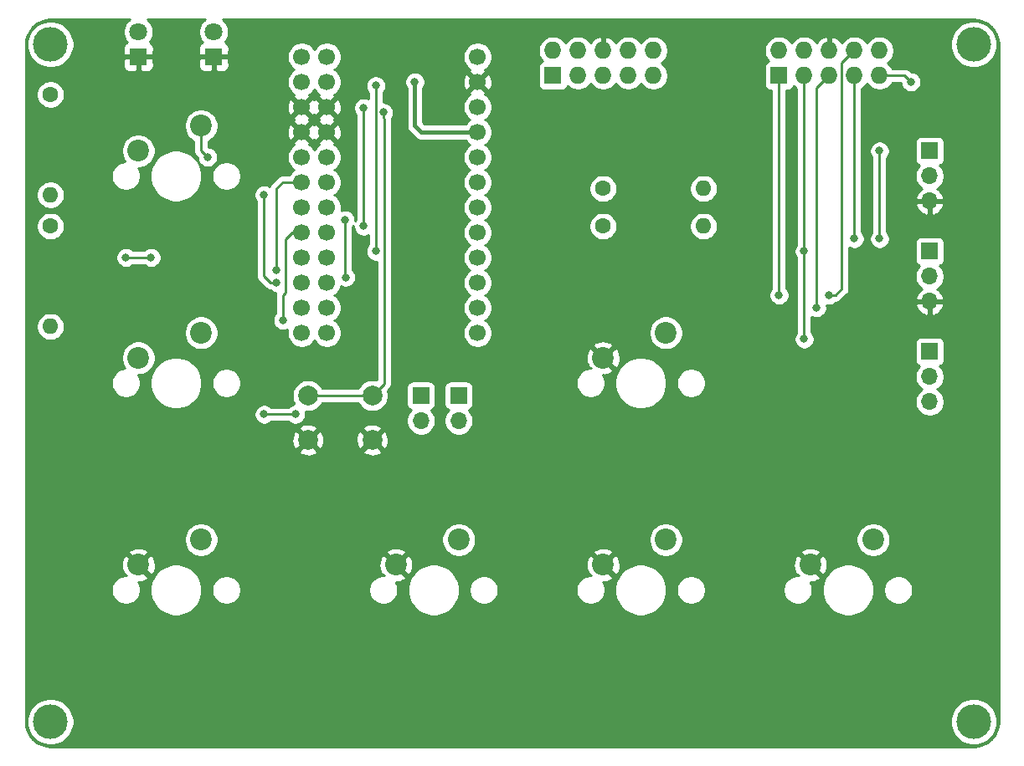
<source format=gbl>
G04 #@! TF.GenerationSoftware,KiCad,Pcbnew,(5.1.5)-3*
G04 #@! TF.CreationDate,2020-12-05T01:37:11+01:00*
G04 #@! TF.ProjectId,C64 Joykey,43363420-4a6f-4796-9b65-792e6b696361,rev?*
G04 #@! TF.SameCoordinates,Original*
G04 #@! TF.FileFunction,Copper,L2,Bot*
G04 #@! TF.FilePolarity,Positive*
%FSLAX46Y46*%
G04 Gerber Fmt 4.6, Leading zero omitted, Abs format (unit mm)*
G04 Created by KiCad (PCBNEW (5.1.5)-3) date 2020-12-05 01:37:11*
%MOMM*%
%LPD*%
G04 APERTURE LIST*
%ADD10O,1.700000X1.700000*%
%ADD11R,1.700000X1.700000*%
%ADD12C,1.700000*%
%ADD13C,2.200000*%
%ADD14C,3.500000*%
%ADD15C,1.800000*%
%ADD16R,1.800000X1.800000*%
%ADD17C,2.000000*%
%ADD18R,1.727200X1.727200*%
%ADD19O,1.727200X1.727200*%
%ADD20C,1.600000*%
%ADD21O,1.600000X1.600000*%
%ADD22C,0.800000*%
%ADD23C,0.250000*%
%ADD24C,0.381000*%
%ADD25C,0.254000*%
G04 APERTURE END LIST*
D10*
X181610000Y-123825000D03*
D11*
X181610000Y-121285000D03*
D12*
X172085000Y-114935000D03*
X172085000Y-112395000D03*
X172085000Y-109855000D03*
X172085000Y-107315000D03*
X172085000Y-104775000D03*
X172085000Y-102235000D03*
X172085000Y-99695000D03*
X172085000Y-97155000D03*
X172085000Y-94615000D03*
X172085000Y-92075000D03*
X172085000Y-89535000D03*
X172085000Y-86995000D03*
X169545000Y-89535000D03*
X169545000Y-92075000D03*
X169545000Y-94615000D03*
X169545000Y-97155000D03*
X169545000Y-99695000D03*
X169545000Y-102235000D03*
X169545000Y-104775000D03*
X169545000Y-107315000D03*
X169545000Y-109855000D03*
X169545000Y-112395000D03*
X169545000Y-114935000D03*
X187325000Y-114935000D03*
X187325000Y-112395000D03*
X187325000Y-109855000D03*
X187325000Y-107315000D03*
X187325000Y-104775000D03*
X187325000Y-102235000D03*
X187325000Y-99695000D03*
X187325000Y-97155000D03*
X187325000Y-94615000D03*
X187325000Y-92075000D03*
X187325000Y-89535000D03*
X187325000Y-86995000D03*
X169545000Y-86995000D03*
D13*
X159385000Y-135890000D03*
X153035000Y-138430000D03*
X153035000Y-117475000D03*
X159385000Y-114935000D03*
X159385000Y-93980000D03*
X153035000Y-96520000D03*
X200025000Y-117475000D03*
X206375000Y-114935000D03*
X206375000Y-135890000D03*
X200025000Y-138430000D03*
X179070000Y-138430000D03*
X185420000Y-135890000D03*
X227330000Y-135890000D03*
X220980000Y-138430000D03*
D14*
X144145000Y-154305000D03*
X237490000Y-154305000D03*
X237490000Y-85725000D03*
X144145000Y-85725000D03*
D15*
X153035000Y-84455000D03*
D16*
X153035000Y-86995000D03*
X160655000Y-86995000D03*
D15*
X160655000Y-84455000D03*
D17*
X176680000Y-121285000D03*
X176680000Y-125785000D03*
X170180000Y-121285000D03*
X170180000Y-125785000D03*
D10*
X233045000Y-101600000D03*
X233045000Y-99060000D03*
D11*
X233045000Y-96520000D03*
D10*
X233045000Y-111760000D03*
X233045000Y-109220000D03*
D11*
X233045000Y-106680000D03*
X233045000Y-116840000D03*
D10*
X233045000Y-119380000D03*
X233045000Y-121920000D03*
D18*
X194945000Y-88900000D03*
D19*
X197485000Y-88900000D03*
X200025000Y-88900000D03*
X202565000Y-88900000D03*
X205105000Y-88900000D03*
X194945000Y-86360000D03*
X197485000Y-86360000D03*
X200025000Y-86360000D03*
X202565000Y-86360000D03*
X205105000Y-86360000D03*
X227965000Y-86360000D03*
X225425000Y-86360000D03*
X222885000Y-86360000D03*
X220345000Y-86360000D03*
X217805000Y-86360000D03*
X227965000Y-88900000D03*
X225425000Y-88900000D03*
X222885000Y-88900000D03*
X220345000Y-88900000D03*
D18*
X217805000Y-88900000D03*
D10*
X185420000Y-123825000D03*
D11*
X185420000Y-121285000D03*
D20*
X200025000Y-100330000D03*
D21*
X210185000Y-100330000D03*
X210185000Y-104140000D03*
D20*
X200025000Y-104140000D03*
X144145000Y-90805000D03*
D21*
X144145000Y-100965000D03*
X144145000Y-114300000D03*
D20*
X144145000Y-104140000D03*
D22*
X222885000Y-111125000D03*
X180975000Y-89535000D03*
X175804990Y-104140000D03*
X167640000Y-113665000D03*
X175804990Y-92165010D03*
X231140000Y-89535000D03*
X225425000Y-105410000D03*
X221615000Y-112395000D03*
X220345000Y-106680000D03*
X220345020Y-115570000D03*
X217805000Y-111124982D03*
X177038000Y-89916000D03*
X177038000Y-106680006D03*
X154305000Y-107315000D03*
X151765000Y-107315000D03*
X177800000Y-92620012D03*
X167005000Y-109855000D03*
X165735000Y-100965000D03*
X160020000Y-97155000D03*
X227965000Y-96520000D03*
X227965000Y-105410000D03*
X173899990Y-103505000D03*
X173990000Y-109310010D03*
X165735000Y-123190000D03*
X168910000Y-123190000D03*
X167005000Y-108585000D03*
D23*
X224155000Y-87630000D02*
X225425000Y-86360000D01*
X224155000Y-110490000D02*
X224155000Y-87630000D01*
X222885000Y-111125000D02*
X223520000Y-111125000D01*
X223520000Y-111125000D02*
X224155000Y-110490000D01*
D24*
X180975000Y-93980000D02*
X180975000Y-89535000D01*
X187325000Y-94615000D02*
X181610000Y-94615000D01*
X181610000Y-94615000D02*
X180975000Y-93980000D01*
D23*
X175804990Y-92165010D02*
X175804990Y-104140000D01*
X167910000Y-110855000D02*
X167640000Y-111125000D01*
X167910000Y-105440000D02*
X167910000Y-110855000D01*
X167640000Y-111125000D02*
X167640000Y-113665000D01*
X169545000Y-104775000D02*
X168575000Y-104775000D01*
X168575000Y-104775000D02*
X167910000Y-105440000D01*
X227965000Y-88900000D02*
X230505000Y-88900000D01*
X230505000Y-88900000D02*
X231140000Y-89535000D01*
X225425000Y-88900000D02*
X225425000Y-105410000D01*
X222885000Y-88900000D02*
X221615000Y-90170000D01*
X221615000Y-90170000D02*
X221615000Y-112395000D01*
X220345000Y-88900000D02*
X220345000Y-105410000D01*
X220345000Y-105410000D02*
X220345000Y-106680000D01*
X220345000Y-106680000D02*
X220345000Y-115569980D01*
X220345000Y-115569980D02*
X220345020Y-115570000D01*
X217805000Y-88900000D02*
X217805000Y-111124982D01*
X177038000Y-89916000D02*
X177038000Y-106680006D01*
X154305000Y-107315000D02*
X151765000Y-107315000D01*
X170180000Y-121285000D02*
X176680000Y-121285000D01*
X177800000Y-93185697D02*
X177800000Y-92620012D01*
X177890001Y-93275698D02*
X177800000Y-93185697D01*
X176680000Y-121285000D02*
X177890001Y-120074999D01*
X177890001Y-120074999D02*
X177890001Y-93275698D01*
X167005000Y-109855000D02*
X166370000Y-109855000D01*
X166370000Y-109855000D02*
X165735000Y-109220000D01*
X165735000Y-109220000D02*
X165735000Y-100965000D01*
X159385000Y-96520000D02*
X159385000Y-93980000D01*
X160020000Y-97155000D02*
X159385000Y-96520000D01*
X227965000Y-96520000D02*
X227965000Y-105410000D01*
X173899990Y-103505000D02*
X173899990Y-109220000D01*
X173899990Y-109220000D02*
X173990000Y-109310010D01*
X165735000Y-123190000D02*
X168910000Y-123190000D01*
X169545000Y-99695000D02*
X167640000Y-99695000D01*
X167640000Y-99695000D02*
X167005000Y-100330000D01*
X167005000Y-100330000D02*
X167005000Y-108585000D01*
D25*
G36*
X152056495Y-83262688D02*
G01*
X151842688Y-83476495D01*
X151674701Y-83727905D01*
X151558989Y-84007257D01*
X151500000Y-84303816D01*
X151500000Y-84606184D01*
X151558989Y-84902743D01*
X151674701Y-85182095D01*
X151842688Y-85433505D01*
X151909127Y-85499944D01*
X151890820Y-85505498D01*
X151780506Y-85564463D01*
X151683815Y-85643815D01*
X151604463Y-85740506D01*
X151545498Y-85850820D01*
X151509188Y-85970518D01*
X151496928Y-86095000D01*
X151500000Y-86709250D01*
X151658750Y-86868000D01*
X152908000Y-86868000D01*
X152908000Y-86848000D01*
X153162000Y-86848000D01*
X153162000Y-86868000D01*
X154411250Y-86868000D01*
X154570000Y-86709250D01*
X154573072Y-86095000D01*
X154560812Y-85970518D01*
X154524502Y-85850820D01*
X154465537Y-85740506D01*
X154386185Y-85643815D01*
X154289494Y-85564463D01*
X154179180Y-85505498D01*
X154160873Y-85499944D01*
X154227312Y-85433505D01*
X154395299Y-85182095D01*
X154511011Y-84902743D01*
X154570000Y-84606184D01*
X154570000Y-84303816D01*
X154511011Y-84007257D01*
X154395299Y-83727905D01*
X154227312Y-83476495D01*
X154013505Y-83262688D01*
X153934652Y-83210000D01*
X159755348Y-83210000D01*
X159676495Y-83262688D01*
X159462688Y-83476495D01*
X159294701Y-83727905D01*
X159178989Y-84007257D01*
X159120000Y-84303816D01*
X159120000Y-84606184D01*
X159178989Y-84902743D01*
X159294701Y-85182095D01*
X159462688Y-85433505D01*
X159529127Y-85499944D01*
X159510820Y-85505498D01*
X159400506Y-85564463D01*
X159303815Y-85643815D01*
X159224463Y-85740506D01*
X159165498Y-85850820D01*
X159129188Y-85970518D01*
X159116928Y-86095000D01*
X159120000Y-86709250D01*
X159278750Y-86868000D01*
X160528000Y-86868000D01*
X160528000Y-86848000D01*
X160782000Y-86848000D01*
X160782000Y-86868000D01*
X162031250Y-86868000D01*
X162050510Y-86848740D01*
X168060000Y-86848740D01*
X168060000Y-87141260D01*
X168117068Y-87428158D01*
X168229010Y-87698411D01*
X168391525Y-87941632D01*
X168598368Y-88148475D01*
X168772760Y-88265000D01*
X168598368Y-88381525D01*
X168391525Y-88588368D01*
X168229010Y-88831589D01*
X168117068Y-89101842D01*
X168060000Y-89388740D01*
X168060000Y-89681260D01*
X168117068Y-89968158D01*
X168229010Y-90238411D01*
X168391525Y-90481632D01*
X168598368Y-90688475D01*
X168771729Y-90804311D01*
X168696208Y-91046603D01*
X169545000Y-91895395D01*
X170393792Y-91046603D01*
X170318271Y-90804311D01*
X170491632Y-90688475D01*
X170698475Y-90481632D01*
X170815000Y-90307240D01*
X170931525Y-90481632D01*
X171138368Y-90688475D01*
X171311729Y-90804311D01*
X171236208Y-91046603D01*
X172085000Y-91895395D01*
X172933792Y-91046603D01*
X172858271Y-90804311D01*
X173031632Y-90688475D01*
X173238475Y-90481632D01*
X173400990Y-90238411D01*
X173512932Y-89968158D01*
X173570000Y-89681260D01*
X173570000Y-89388740D01*
X173512932Y-89101842D01*
X173400990Y-88831589D01*
X173238475Y-88588368D01*
X173031632Y-88381525D01*
X172857240Y-88265000D01*
X173031632Y-88148475D01*
X173238475Y-87941632D01*
X173400990Y-87698411D01*
X173512932Y-87428158D01*
X173570000Y-87141260D01*
X173570000Y-86848740D01*
X185840000Y-86848740D01*
X185840000Y-87141260D01*
X185897068Y-87428158D01*
X186009010Y-87698411D01*
X186171525Y-87941632D01*
X186378368Y-88148475D01*
X186551729Y-88264311D01*
X186476208Y-88506603D01*
X187325000Y-89355395D01*
X188173792Y-88506603D01*
X188098271Y-88264311D01*
X188271632Y-88148475D01*
X188383707Y-88036400D01*
X193443328Y-88036400D01*
X193443328Y-89763600D01*
X193455588Y-89888082D01*
X193491898Y-90007780D01*
X193550863Y-90118094D01*
X193630215Y-90214785D01*
X193726906Y-90294137D01*
X193837220Y-90353102D01*
X193956918Y-90389412D01*
X194081400Y-90401672D01*
X195808600Y-90401672D01*
X195933082Y-90389412D01*
X196052780Y-90353102D01*
X196163094Y-90294137D01*
X196259785Y-90214785D01*
X196339137Y-90118094D01*
X196398102Y-90007780D01*
X196415636Y-89949977D01*
X196529698Y-90064039D01*
X196775147Y-90228042D01*
X197047875Y-90341010D01*
X197337401Y-90398600D01*
X197632599Y-90398600D01*
X197922125Y-90341010D01*
X198194853Y-90228042D01*
X198440302Y-90064039D01*
X198649039Y-89855302D01*
X198755000Y-89696719D01*
X198860961Y-89855302D01*
X199069698Y-90064039D01*
X199315147Y-90228042D01*
X199587875Y-90341010D01*
X199877401Y-90398600D01*
X200172599Y-90398600D01*
X200462125Y-90341010D01*
X200734853Y-90228042D01*
X200980302Y-90064039D01*
X201189039Y-89855302D01*
X201295000Y-89696719D01*
X201400961Y-89855302D01*
X201609698Y-90064039D01*
X201855147Y-90228042D01*
X202127875Y-90341010D01*
X202417401Y-90398600D01*
X202712599Y-90398600D01*
X203002125Y-90341010D01*
X203274853Y-90228042D01*
X203520302Y-90064039D01*
X203729039Y-89855302D01*
X203835000Y-89696719D01*
X203940961Y-89855302D01*
X204149698Y-90064039D01*
X204395147Y-90228042D01*
X204667875Y-90341010D01*
X204957401Y-90398600D01*
X205252599Y-90398600D01*
X205542125Y-90341010D01*
X205814853Y-90228042D01*
X206060302Y-90064039D01*
X206269039Y-89855302D01*
X206433042Y-89609853D01*
X206546010Y-89337125D01*
X206603600Y-89047599D01*
X206603600Y-88752401D01*
X206546010Y-88462875D01*
X206433042Y-88190147D01*
X206330313Y-88036400D01*
X216303328Y-88036400D01*
X216303328Y-89763600D01*
X216315588Y-89888082D01*
X216351898Y-90007780D01*
X216410863Y-90118094D01*
X216490215Y-90214785D01*
X216586906Y-90294137D01*
X216697220Y-90353102D01*
X216816918Y-90389412D01*
X216941400Y-90401672D01*
X217045000Y-90401672D01*
X217045001Y-110421270D01*
X217001063Y-110465208D01*
X216887795Y-110634726D01*
X216809774Y-110823084D01*
X216770000Y-111023043D01*
X216770000Y-111226921D01*
X216809774Y-111426880D01*
X216887795Y-111615238D01*
X217001063Y-111784756D01*
X217145226Y-111928919D01*
X217314744Y-112042187D01*
X217503102Y-112120208D01*
X217703061Y-112159982D01*
X217906939Y-112159982D01*
X218106898Y-112120208D01*
X218295256Y-112042187D01*
X218464774Y-111928919D01*
X218608937Y-111784756D01*
X218722205Y-111615238D01*
X218800226Y-111426880D01*
X218840000Y-111226921D01*
X218840000Y-111023043D01*
X218800226Y-110823084D01*
X218722205Y-110634726D01*
X218608937Y-110465208D01*
X218565000Y-110421271D01*
X218565000Y-90401672D01*
X218668600Y-90401672D01*
X218793082Y-90389412D01*
X218912780Y-90353102D01*
X219023094Y-90294137D01*
X219119785Y-90214785D01*
X219199137Y-90118094D01*
X219258102Y-90007780D01*
X219275636Y-89949977D01*
X219389698Y-90064039D01*
X219585000Y-90194535D01*
X219585001Y-105372658D01*
X219585000Y-105372668D01*
X219585000Y-105976289D01*
X219541063Y-106020226D01*
X219427795Y-106189744D01*
X219349774Y-106378102D01*
X219310000Y-106578061D01*
X219310000Y-106781939D01*
X219349774Y-106981898D01*
X219427795Y-107170256D01*
X219541063Y-107339774D01*
X219585000Y-107383711D01*
X219585001Y-114866308D01*
X219541083Y-114910226D01*
X219427815Y-115079744D01*
X219349794Y-115268102D01*
X219310020Y-115468061D01*
X219310020Y-115671939D01*
X219349794Y-115871898D01*
X219427815Y-116060256D01*
X219541083Y-116229774D01*
X219685246Y-116373937D01*
X219854764Y-116487205D01*
X220043122Y-116565226D01*
X220243081Y-116605000D01*
X220446959Y-116605000D01*
X220646918Y-116565226D01*
X220835276Y-116487205D01*
X221004794Y-116373937D01*
X221148957Y-116229774D01*
X221262225Y-116060256D01*
X221291326Y-115990000D01*
X231556928Y-115990000D01*
X231556928Y-117690000D01*
X231569188Y-117814482D01*
X231605498Y-117934180D01*
X231664463Y-118044494D01*
X231743815Y-118141185D01*
X231840506Y-118220537D01*
X231950820Y-118279502D01*
X232023380Y-118301513D01*
X231891525Y-118433368D01*
X231729010Y-118676589D01*
X231617068Y-118946842D01*
X231560000Y-119233740D01*
X231560000Y-119526260D01*
X231617068Y-119813158D01*
X231729010Y-120083411D01*
X231891525Y-120326632D01*
X232098368Y-120533475D01*
X232272760Y-120650000D01*
X232098368Y-120766525D01*
X231891525Y-120973368D01*
X231729010Y-121216589D01*
X231617068Y-121486842D01*
X231560000Y-121773740D01*
X231560000Y-122066260D01*
X231617068Y-122353158D01*
X231729010Y-122623411D01*
X231891525Y-122866632D01*
X232098368Y-123073475D01*
X232341589Y-123235990D01*
X232611842Y-123347932D01*
X232898740Y-123405000D01*
X233191260Y-123405000D01*
X233478158Y-123347932D01*
X233748411Y-123235990D01*
X233991632Y-123073475D01*
X234198475Y-122866632D01*
X234360990Y-122623411D01*
X234472932Y-122353158D01*
X234530000Y-122066260D01*
X234530000Y-121773740D01*
X234472932Y-121486842D01*
X234360990Y-121216589D01*
X234198475Y-120973368D01*
X233991632Y-120766525D01*
X233817240Y-120650000D01*
X233991632Y-120533475D01*
X234198475Y-120326632D01*
X234360990Y-120083411D01*
X234472932Y-119813158D01*
X234530000Y-119526260D01*
X234530000Y-119233740D01*
X234472932Y-118946842D01*
X234360990Y-118676589D01*
X234198475Y-118433368D01*
X234066620Y-118301513D01*
X234139180Y-118279502D01*
X234249494Y-118220537D01*
X234346185Y-118141185D01*
X234425537Y-118044494D01*
X234484502Y-117934180D01*
X234520812Y-117814482D01*
X234533072Y-117690000D01*
X234533072Y-115990000D01*
X234520812Y-115865518D01*
X234484502Y-115745820D01*
X234425537Y-115635506D01*
X234346185Y-115538815D01*
X234249494Y-115459463D01*
X234139180Y-115400498D01*
X234019482Y-115364188D01*
X233895000Y-115351928D01*
X232195000Y-115351928D01*
X232070518Y-115364188D01*
X231950820Y-115400498D01*
X231840506Y-115459463D01*
X231743815Y-115538815D01*
X231664463Y-115635506D01*
X231605498Y-115745820D01*
X231569188Y-115865518D01*
X231556928Y-115990000D01*
X221291326Y-115990000D01*
X221340246Y-115871898D01*
X221380020Y-115671939D01*
X221380020Y-115468061D01*
X221340246Y-115268102D01*
X221262225Y-115079744D01*
X221148957Y-114910226D01*
X221105000Y-114866269D01*
X221105000Y-113299013D01*
X221124744Y-113312205D01*
X221313102Y-113390226D01*
X221513061Y-113430000D01*
X221716939Y-113430000D01*
X221916898Y-113390226D01*
X222105256Y-113312205D01*
X222274774Y-113198937D01*
X222418937Y-113054774D01*
X222532205Y-112885256D01*
X222610226Y-112696898D01*
X222650000Y-112496939D01*
X222650000Y-112293061D01*
X222616961Y-112126961D01*
X222783061Y-112160000D01*
X222986939Y-112160000D01*
X223186898Y-112120226D01*
X223194951Y-112116890D01*
X231603524Y-112116890D01*
X231648175Y-112264099D01*
X231773359Y-112526920D01*
X231947412Y-112760269D01*
X232163645Y-112955178D01*
X232413748Y-113104157D01*
X232688109Y-113201481D01*
X232918000Y-113080814D01*
X232918000Y-111887000D01*
X233172000Y-111887000D01*
X233172000Y-113080814D01*
X233401891Y-113201481D01*
X233676252Y-113104157D01*
X233926355Y-112955178D01*
X234142588Y-112760269D01*
X234316641Y-112526920D01*
X234441825Y-112264099D01*
X234486476Y-112116890D01*
X234365155Y-111887000D01*
X233172000Y-111887000D01*
X232918000Y-111887000D01*
X231724845Y-111887000D01*
X231603524Y-112116890D01*
X223194951Y-112116890D01*
X223375256Y-112042205D01*
X223544774Y-111928937D01*
X223592139Y-111881572D01*
X223668986Y-111874003D01*
X223812247Y-111830546D01*
X223944276Y-111759974D01*
X224060001Y-111665001D01*
X224083803Y-111635998D01*
X224666004Y-111053798D01*
X224695001Y-111030001D01*
X224789974Y-110914276D01*
X224860546Y-110782247D01*
X224904003Y-110638986D01*
X224915000Y-110527333D01*
X224915000Y-110527332D01*
X224918677Y-110490000D01*
X224915000Y-110452667D01*
X224915000Y-106314013D01*
X224934744Y-106327205D01*
X225123102Y-106405226D01*
X225323061Y-106445000D01*
X225526939Y-106445000D01*
X225726898Y-106405226D01*
X225915256Y-106327205D01*
X226084774Y-106213937D01*
X226228937Y-106069774D01*
X226342205Y-105900256D01*
X226420226Y-105711898D01*
X226460000Y-105511939D01*
X226460000Y-105308061D01*
X226420226Y-105108102D01*
X226342205Y-104919744D01*
X226228937Y-104750226D01*
X226185000Y-104706289D01*
X226185000Y-96418061D01*
X226930000Y-96418061D01*
X226930000Y-96621939D01*
X226969774Y-96821898D01*
X227047795Y-97010256D01*
X227161063Y-97179774D01*
X227205000Y-97223711D01*
X227205001Y-104706288D01*
X227161063Y-104750226D01*
X227047795Y-104919744D01*
X226969774Y-105108102D01*
X226930000Y-105308061D01*
X226930000Y-105511939D01*
X226969774Y-105711898D01*
X227047795Y-105900256D01*
X227161063Y-106069774D01*
X227305226Y-106213937D01*
X227474744Y-106327205D01*
X227663102Y-106405226D01*
X227863061Y-106445000D01*
X228066939Y-106445000D01*
X228266898Y-106405226D01*
X228455256Y-106327205D01*
X228624774Y-106213937D01*
X228768937Y-106069774D01*
X228882205Y-105900256D01*
X228911306Y-105830000D01*
X231556928Y-105830000D01*
X231556928Y-107530000D01*
X231569188Y-107654482D01*
X231605498Y-107774180D01*
X231664463Y-107884494D01*
X231743815Y-107981185D01*
X231840506Y-108060537D01*
X231950820Y-108119502D01*
X232023380Y-108141513D01*
X231891525Y-108273368D01*
X231729010Y-108516589D01*
X231617068Y-108786842D01*
X231560000Y-109073740D01*
X231560000Y-109366260D01*
X231617068Y-109653158D01*
X231729010Y-109923411D01*
X231891525Y-110166632D01*
X232098368Y-110373475D01*
X232280534Y-110495195D01*
X232163645Y-110564822D01*
X231947412Y-110759731D01*
X231773359Y-110993080D01*
X231648175Y-111255901D01*
X231603524Y-111403110D01*
X231724845Y-111633000D01*
X232918000Y-111633000D01*
X232918000Y-111613000D01*
X233172000Y-111613000D01*
X233172000Y-111633000D01*
X234365155Y-111633000D01*
X234486476Y-111403110D01*
X234441825Y-111255901D01*
X234316641Y-110993080D01*
X234142588Y-110759731D01*
X233926355Y-110564822D01*
X233809466Y-110495195D01*
X233991632Y-110373475D01*
X234198475Y-110166632D01*
X234360990Y-109923411D01*
X234472932Y-109653158D01*
X234530000Y-109366260D01*
X234530000Y-109073740D01*
X234472932Y-108786842D01*
X234360990Y-108516589D01*
X234198475Y-108273368D01*
X234066620Y-108141513D01*
X234139180Y-108119502D01*
X234249494Y-108060537D01*
X234346185Y-107981185D01*
X234425537Y-107884494D01*
X234484502Y-107774180D01*
X234520812Y-107654482D01*
X234533072Y-107530000D01*
X234533072Y-105830000D01*
X234520812Y-105705518D01*
X234484502Y-105585820D01*
X234425537Y-105475506D01*
X234346185Y-105378815D01*
X234249494Y-105299463D01*
X234139180Y-105240498D01*
X234019482Y-105204188D01*
X233895000Y-105191928D01*
X232195000Y-105191928D01*
X232070518Y-105204188D01*
X231950820Y-105240498D01*
X231840506Y-105299463D01*
X231743815Y-105378815D01*
X231664463Y-105475506D01*
X231605498Y-105585820D01*
X231569188Y-105705518D01*
X231556928Y-105830000D01*
X228911306Y-105830000D01*
X228960226Y-105711898D01*
X229000000Y-105511939D01*
X229000000Y-105308061D01*
X228960226Y-105108102D01*
X228882205Y-104919744D01*
X228768937Y-104750226D01*
X228725000Y-104706289D01*
X228725000Y-101956890D01*
X231603524Y-101956890D01*
X231648175Y-102104099D01*
X231773359Y-102366920D01*
X231947412Y-102600269D01*
X232163645Y-102795178D01*
X232413748Y-102944157D01*
X232688109Y-103041481D01*
X232918000Y-102920814D01*
X232918000Y-101727000D01*
X233172000Y-101727000D01*
X233172000Y-102920814D01*
X233401891Y-103041481D01*
X233676252Y-102944157D01*
X233926355Y-102795178D01*
X234142588Y-102600269D01*
X234316641Y-102366920D01*
X234441825Y-102104099D01*
X234486476Y-101956890D01*
X234365155Y-101727000D01*
X233172000Y-101727000D01*
X232918000Y-101727000D01*
X231724845Y-101727000D01*
X231603524Y-101956890D01*
X228725000Y-101956890D01*
X228725000Y-97223711D01*
X228768937Y-97179774D01*
X228882205Y-97010256D01*
X228960226Y-96821898D01*
X229000000Y-96621939D01*
X229000000Y-96418061D01*
X228960226Y-96218102D01*
X228882205Y-96029744D01*
X228768937Y-95860226D01*
X228624774Y-95716063D01*
X228555836Y-95670000D01*
X231556928Y-95670000D01*
X231556928Y-97370000D01*
X231569188Y-97494482D01*
X231605498Y-97614180D01*
X231664463Y-97724494D01*
X231743815Y-97821185D01*
X231840506Y-97900537D01*
X231950820Y-97959502D01*
X232023380Y-97981513D01*
X231891525Y-98113368D01*
X231729010Y-98356589D01*
X231617068Y-98626842D01*
X231560000Y-98913740D01*
X231560000Y-99206260D01*
X231617068Y-99493158D01*
X231729010Y-99763411D01*
X231891525Y-100006632D01*
X232098368Y-100213475D01*
X232280534Y-100335195D01*
X232163645Y-100404822D01*
X231947412Y-100599731D01*
X231773359Y-100833080D01*
X231648175Y-101095901D01*
X231603524Y-101243110D01*
X231724845Y-101473000D01*
X232918000Y-101473000D01*
X232918000Y-101453000D01*
X233172000Y-101453000D01*
X233172000Y-101473000D01*
X234365155Y-101473000D01*
X234486476Y-101243110D01*
X234441825Y-101095901D01*
X234316641Y-100833080D01*
X234142588Y-100599731D01*
X233926355Y-100404822D01*
X233809466Y-100335195D01*
X233991632Y-100213475D01*
X234198475Y-100006632D01*
X234360990Y-99763411D01*
X234472932Y-99493158D01*
X234530000Y-99206260D01*
X234530000Y-98913740D01*
X234472932Y-98626842D01*
X234360990Y-98356589D01*
X234198475Y-98113368D01*
X234066620Y-97981513D01*
X234139180Y-97959502D01*
X234249494Y-97900537D01*
X234346185Y-97821185D01*
X234425537Y-97724494D01*
X234484502Y-97614180D01*
X234520812Y-97494482D01*
X234533072Y-97370000D01*
X234533072Y-95670000D01*
X234520812Y-95545518D01*
X234484502Y-95425820D01*
X234425537Y-95315506D01*
X234346185Y-95218815D01*
X234249494Y-95139463D01*
X234139180Y-95080498D01*
X234019482Y-95044188D01*
X233895000Y-95031928D01*
X232195000Y-95031928D01*
X232070518Y-95044188D01*
X231950820Y-95080498D01*
X231840506Y-95139463D01*
X231743815Y-95218815D01*
X231664463Y-95315506D01*
X231605498Y-95425820D01*
X231569188Y-95545518D01*
X231556928Y-95670000D01*
X228555836Y-95670000D01*
X228455256Y-95602795D01*
X228266898Y-95524774D01*
X228066939Y-95485000D01*
X227863061Y-95485000D01*
X227663102Y-95524774D01*
X227474744Y-95602795D01*
X227305226Y-95716063D01*
X227161063Y-95860226D01*
X227047795Y-96029744D01*
X226969774Y-96218102D01*
X226930000Y-96418061D01*
X226185000Y-96418061D01*
X226185000Y-90194535D01*
X226380302Y-90064039D01*
X226589039Y-89855302D01*
X226695000Y-89696719D01*
X226800961Y-89855302D01*
X227009698Y-90064039D01*
X227255147Y-90228042D01*
X227527875Y-90341010D01*
X227817401Y-90398600D01*
X228112599Y-90398600D01*
X228402125Y-90341010D01*
X228674853Y-90228042D01*
X228920302Y-90064039D01*
X229129039Y-89855302D01*
X229259535Y-89660000D01*
X230109587Y-89660000D01*
X230144774Y-89836898D01*
X230222795Y-90025256D01*
X230336063Y-90194774D01*
X230480226Y-90338937D01*
X230649744Y-90452205D01*
X230838102Y-90530226D01*
X231038061Y-90570000D01*
X231241939Y-90570000D01*
X231441898Y-90530226D01*
X231630256Y-90452205D01*
X231799774Y-90338937D01*
X231943937Y-90194774D01*
X232057205Y-90025256D01*
X232135226Y-89836898D01*
X232175000Y-89636939D01*
X232175000Y-89433061D01*
X232135226Y-89233102D01*
X232057205Y-89044744D01*
X231943937Y-88875226D01*
X231799774Y-88731063D01*
X231630256Y-88617795D01*
X231441898Y-88539774D01*
X231241939Y-88500000D01*
X231179801Y-88500000D01*
X231068803Y-88389002D01*
X231045001Y-88359999D01*
X230929276Y-88265026D01*
X230797247Y-88194454D01*
X230653986Y-88150997D01*
X230542333Y-88140000D01*
X230542322Y-88140000D01*
X230505000Y-88136324D01*
X230467678Y-88140000D01*
X229259535Y-88140000D01*
X229129039Y-87944698D01*
X228920302Y-87735961D01*
X228761719Y-87630000D01*
X228920302Y-87524039D01*
X229129039Y-87315302D01*
X229293042Y-87069853D01*
X229406010Y-86797125D01*
X229463600Y-86507599D01*
X229463600Y-86212401D01*
X229406010Y-85922875D01*
X229293042Y-85650147D01*
X229186102Y-85490098D01*
X235105000Y-85490098D01*
X235105000Y-85959902D01*
X235196654Y-86420679D01*
X235376440Y-86854721D01*
X235637450Y-87245349D01*
X235969651Y-87577550D01*
X236360279Y-87838560D01*
X236794321Y-88018346D01*
X237255098Y-88110000D01*
X237724902Y-88110000D01*
X238185679Y-88018346D01*
X238619721Y-87838560D01*
X239010349Y-87577550D01*
X239342550Y-87245349D01*
X239603560Y-86854721D01*
X239783346Y-86420679D01*
X239875000Y-85959902D01*
X239875000Y-85490098D01*
X239783346Y-85029321D01*
X239603560Y-84595279D01*
X239342550Y-84204651D01*
X239010349Y-83872450D01*
X238619721Y-83611440D01*
X238185679Y-83431654D01*
X237724902Y-83340000D01*
X237255098Y-83340000D01*
X236794321Y-83431654D01*
X236360279Y-83611440D01*
X235969651Y-83872450D01*
X235637450Y-84204651D01*
X235376440Y-84595279D01*
X235196654Y-85029321D01*
X235105000Y-85490098D01*
X229186102Y-85490098D01*
X229129039Y-85404698D01*
X228920302Y-85195961D01*
X228674853Y-85031958D01*
X228402125Y-84918990D01*
X228112599Y-84861400D01*
X227817401Y-84861400D01*
X227527875Y-84918990D01*
X227255147Y-85031958D01*
X227009698Y-85195961D01*
X226800961Y-85404698D01*
X226695000Y-85563281D01*
X226589039Y-85404698D01*
X226380302Y-85195961D01*
X226134853Y-85031958D01*
X225862125Y-84918990D01*
X225572599Y-84861400D01*
X225277401Y-84861400D01*
X224987875Y-84918990D01*
X224715147Y-85031958D01*
X224469698Y-85195961D01*
X224260961Y-85404698D01*
X224150441Y-85570103D01*
X224091817Y-85471512D01*
X223895293Y-85253146D01*
X223659944Y-85077316D01*
X223394814Y-84950778D01*
X223244026Y-84905042D01*
X223012000Y-85026183D01*
X223012000Y-86233000D01*
X223032000Y-86233000D01*
X223032000Y-86487000D01*
X223012000Y-86487000D01*
X223012000Y-86507000D01*
X222758000Y-86507000D01*
X222758000Y-86487000D01*
X222738000Y-86487000D01*
X222738000Y-86233000D01*
X222758000Y-86233000D01*
X222758000Y-85026183D01*
X222525974Y-84905042D01*
X222375186Y-84950778D01*
X222110056Y-85077316D01*
X221874707Y-85253146D01*
X221678183Y-85471512D01*
X221619559Y-85570103D01*
X221509039Y-85404698D01*
X221300302Y-85195961D01*
X221054853Y-85031958D01*
X220782125Y-84918990D01*
X220492599Y-84861400D01*
X220197401Y-84861400D01*
X219907875Y-84918990D01*
X219635147Y-85031958D01*
X219389698Y-85195961D01*
X219180961Y-85404698D01*
X219075000Y-85563281D01*
X218969039Y-85404698D01*
X218760302Y-85195961D01*
X218514853Y-85031958D01*
X218242125Y-84918990D01*
X217952599Y-84861400D01*
X217657401Y-84861400D01*
X217367875Y-84918990D01*
X217095147Y-85031958D01*
X216849698Y-85195961D01*
X216640961Y-85404698D01*
X216476958Y-85650147D01*
X216363990Y-85922875D01*
X216306400Y-86212401D01*
X216306400Y-86507599D01*
X216363990Y-86797125D01*
X216476958Y-87069853D01*
X216640961Y-87315302D01*
X216755023Y-87429364D01*
X216697220Y-87446898D01*
X216586906Y-87505863D01*
X216490215Y-87585215D01*
X216410863Y-87681906D01*
X216351898Y-87792220D01*
X216315588Y-87911918D01*
X216303328Y-88036400D01*
X206330313Y-88036400D01*
X206269039Y-87944698D01*
X206060302Y-87735961D01*
X205901719Y-87630000D01*
X206060302Y-87524039D01*
X206269039Y-87315302D01*
X206433042Y-87069853D01*
X206546010Y-86797125D01*
X206603600Y-86507599D01*
X206603600Y-86212401D01*
X206546010Y-85922875D01*
X206433042Y-85650147D01*
X206269039Y-85404698D01*
X206060302Y-85195961D01*
X205814853Y-85031958D01*
X205542125Y-84918990D01*
X205252599Y-84861400D01*
X204957401Y-84861400D01*
X204667875Y-84918990D01*
X204395147Y-85031958D01*
X204149698Y-85195961D01*
X203940961Y-85404698D01*
X203835000Y-85563281D01*
X203729039Y-85404698D01*
X203520302Y-85195961D01*
X203274853Y-85031958D01*
X203002125Y-84918990D01*
X202712599Y-84861400D01*
X202417401Y-84861400D01*
X202127875Y-84918990D01*
X201855147Y-85031958D01*
X201609698Y-85195961D01*
X201400961Y-85404698D01*
X201290441Y-85570103D01*
X201231817Y-85471512D01*
X201035293Y-85253146D01*
X200799944Y-85077316D01*
X200534814Y-84950778D01*
X200384026Y-84905042D01*
X200152000Y-85026183D01*
X200152000Y-86233000D01*
X200172000Y-86233000D01*
X200172000Y-86487000D01*
X200152000Y-86487000D01*
X200152000Y-86507000D01*
X199898000Y-86507000D01*
X199898000Y-86487000D01*
X199878000Y-86487000D01*
X199878000Y-86233000D01*
X199898000Y-86233000D01*
X199898000Y-85026183D01*
X199665974Y-84905042D01*
X199515186Y-84950778D01*
X199250056Y-85077316D01*
X199014707Y-85253146D01*
X198818183Y-85471512D01*
X198759559Y-85570103D01*
X198649039Y-85404698D01*
X198440302Y-85195961D01*
X198194853Y-85031958D01*
X197922125Y-84918990D01*
X197632599Y-84861400D01*
X197337401Y-84861400D01*
X197047875Y-84918990D01*
X196775147Y-85031958D01*
X196529698Y-85195961D01*
X196320961Y-85404698D01*
X196215000Y-85563281D01*
X196109039Y-85404698D01*
X195900302Y-85195961D01*
X195654853Y-85031958D01*
X195382125Y-84918990D01*
X195092599Y-84861400D01*
X194797401Y-84861400D01*
X194507875Y-84918990D01*
X194235147Y-85031958D01*
X193989698Y-85195961D01*
X193780961Y-85404698D01*
X193616958Y-85650147D01*
X193503990Y-85922875D01*
X193446400Y-86212401D01*
X193446400Y-86507599D01*
X193503990Y-86797125D01*
X193616958Y-87069853D01*
X193780961Y-87315302D01*
X193895023Y-87429364D01*
X193837220Y-87446898D01*
X193726906Y-87505863D01*
X193630215Y-87585215D01*
X193550863Y-87681906D01*
X193491898Y-87792220D01*
X193455588Y-87911918D01*
X193443328Y-88036400D01*
X188383707Y-88036400D01*
X188478475Y-87941632D01*
X188640990Y-87698411D01*
X188752932Y-87428158D01*
X188810000Y-87141260D01*
X188810000Y-86848740D01*
X188752932Y-86561842D01*
X188640990Y-86291589D01*
X188478475Y-86048368D01*
X188271632Y-85841525D01*
X188028411Y-85679010D01*
X187758158Y-85567068D01*
X187471260Y-85510000D01*
X187178740Y-85510000D01*
X186891842Y-85567068D01*
X186621589Y-85679010D01*
X186378368Y-85841525D01*
X186171525Y-86048368D01*
X186009010Y-86291589D01*
X185897068Y-86561842D01*
X185840000Y-86848740D01*
X173570000Y-86848740D01*
X173512932Y-86561842D01*
X173400990Y-86291589D01*
X173238475Y-86048368D01*
X173031632Y-85841525D01*
X172788411Y-85679010D01*
X172518158Y-85567068D01*
X172231260Y-85510000D01*
X171938740Y-85510000D01*
X171651842Y-85567068D01*
X171381589Y-85679010D01*
X171138368Y-85841525D01*
X170931525Y-86048368D01*
X170815000Y-86222760D01*
X170698475Y-86048368D01*
X170491632Y-85841525D01*
X170248411Y-85679010D01*
X169978158Y-85567068D01*
X169691260Y-85510000D01*
X169398740Y-85510000D01*
X169111842Y-85567068D01*
X168841589Y-85679010D01*
X168598368Y-85841525D01*
X168391525Y-86048368D01*
X168229010Y-86291589D01*
X168117068Y-86561842D01*
X168060000Y-86848740D01*
X162050510Y-86848740D01*
X162190000Y-86709250D01*
X162193072Y-86095000D01*
X162180812Y-85970518D01*
X162144502Y-85850820D01*
X162085537Y-85740506D01*
X162006185Y-85643815D01*
X161909494Y-85564463D01*
X161799180Y-85505498D01*
X161780873Y-85499944D01*
X161847312Y-85433505D01*
X162015299Y-85182095D01*
X162131011Y-84902743D01*
X162190000Y-84606184D01*
X162190000Y-84303816D01*
X162131011Y-84007257D01*
X162015299Y-83727905D01*
X161847312Y-83476495D01*
X161633505Y-83262688D01*
X161554652Y-83210000D01*
X237457722Y-83210000D01*
X237977884Y-83261002D01*
X238447188Y-83402694D01*
X238880025Y-83632837D01*
X239259927Y-83942678D01*
X239572403Y-84320397D01*
X239805569Y-84751627D01*
X239950532Y-85219928D01*
X240005000Y-85738153D01*
X240005001Y-154272712D01*
X239953998Y-154792883D01*
X239812307Y-155262186D01*
X239582161Y-155695028D01*
X239272323Y-156074927D01*
X238894600Y-156387406D01*
X238463373Y-156620569D01*
X237995073Y-156765532D01*
X237476847Y-156820000D01*
X144177278Y-156820000D01*
X143657117Y-156768998D01*
X143187814Y-156627307D01*
X142754972Y-156397161D01*
X142375073Y-156087323D01*
X142062594Y-155709600D01*
X141829431Y-155278373D01*
X141684468Y-154810073D01*
X141630000Y-154291847D01*
X141630000Y-154070098D01*
X141760000Y-154070098D01*
X141760000Y-154539902D01*
X141851654Y-155000679D01*
X142031440Y-155434721D01*
X142292450Y-155825349D01*
X142624651Y-156157550D01*
X143015279Y-156418560D01*
X143449321Y-156598346D01*
X143910098Y-156690000D01*
X144379902Y-156690000D01*
X144840679Y-156598346D01*
X145274721Y-156418560D01*
X145665349Y-156157550D01*
X145997550Y-155825349D01*
X146258560Y-155434721D01*
X146438346Y-155000679D01*
X146530000Y-154539902D01*
X146530000Y-154070098D01*
X235105000Y-154070098D01*
X235105000Y-154539902D01*
X235196654Y-155000679D01*
X235376440Y-155434721D01*
X235637450Y-155825349D01*
X235969651Y-156157550D01*
X236360279Y-156418560D01*
X236794321Y-156598346D01*
X237255098Y-156690000D01*
X237724902Y-156690000D01*
X238185679Y-156598346D01*
X238619721Y-156418560D01*
X239010349Y-156157550D01*
X239342550Y-155825349D01*
X239603560Y-155434721D01*
X239783346Y-155000679D01*
X239875000Y-154539902D01*
X239875000Y-154070098D01*
X239783346Y-153609321D01*
X239603560Y-153175279D01*
X239342550Y-152784651D01*
X239010349Y-152452450D01*
X238619721Y-152191440D01*
X238185679Y-152011654D01*
X237724902Y-151920000D01*
X237255098Y-151920000D01*
X236794321Y-152011654D01*
X236360279Y-152191440D01*
X235969651Y-152452450D01*
X235637450Y-152784651D01*
X235376440Y-153175279D01*
X235196654Y-153609321D01*
X235105000Y-154070098D01*
X146530000Y-154070098D01*
X146438346Y-153609321D01*
X146258560Y-153175279D01*
X145997550Y-152784651D01*
X145665349Y-152452450D01*
X145274721Y-152191440D01*
X144840679Y-152011654D01*
X144379902Y-151920000D01*
X143910098Y-151920000D01*
X143449321Y-152011654D01*
X143015279Y-152191440D01*
X142624651Y-152452450D01*
X142292450Y-152784651D01*
X142031440Y-153175279D01*
X141851654Y-153609321D01*
X141760000Y-154070098D01*
X141630000Y-154070098D01*
X141630000Y-140823740D01*
X150280000Y-140823740D01*
X150280000Y-141116260D01*
X150337068Y-141403158D01*
X150449010Y-141673411D01*
X150611525Y-141916632D01*
X150818368Y-142123475D01*
X151061589Y-142285990D01*
X151331842Y-142397932D01*
X151618740Y-142455000D01*
X151911260Y-142455000D01*
X152198158Y-142397932D01*
X152468411Y-142285990D01*
X152711632Y-142123475D01*
X152918475Y-141916632D01*
X153080990Y-141673411D01*
X153192932Y-141403158D01*
X153250000Y-141116260D01*
X153250000Y-140823740D01*
X153227471Y-140710475D01*
X154210000Y-140710475D01*
X154210000Y-141229525D01*
X154311261Y-141738601D01*
X154509893Y-142218141D01*
X154798262Y-142649715D01*
X155165285Y-143016738D01*
X155596859Y-143305107D01*
X156076399Y-143503739D01*
X156585475Y-143605000D01*
X157104525Y-143605000D01*
X157613601Y-143503739D01*
X158093141Y-143305107D01*
X158524715Y-143016738D01*
X158891738Y-142649715D01*
X159180107Y-142218141D01*
X159378739Y-141738601D01*
X159480000Y-141229525D01*
X159480000Y-140823740D01*
X160440000Y-140823740D01*
X160440000Y-141116260D01*
X160497068Y-141403158D01*
X160609010Y-141673411D01*
X160771525Y-141916632D01*
X160978368Y-142123475D01*
X161221589Y-142285990D01*
X161491842Y-142397932D01*
X161778740Y-142455000D01*
X162071260Y-142455000D01*
X162358158Y-142397932D01*
X162628411Y-142285990D01*
X162871632Y-142123475D01*
X163078475Y-141916632D01*
X163240990Y-141673411D01*
X163352932Y-141403158D01*
X163410000Y-141116260D01*
X163410000Y-140823740D01*
X176315000Y-140823740D01*
X176315000Y-141116260D01*
X176372068Y-141403158D01*
X176484010Y-141673411D01*
X176646525Y-141916632D01*
X176853368Y-142123475D01*
X177096589Y-142285990D01*
X177366842Y-142397932D01*
X177653740Y-142455000D01*
X177946260Y-142455000D01*
X178233158Y-142397932D01*
X178503411Y-142285990D01*
X178746632Y-142123475D01*
X178953475Y-141916632D01*
X179115990Y-141673411D01*
X179227932Y-141403158D01*
X179285000Y-141116260D01*
X179285000Y-140823740D01*
X179262471Y-140710475D01*
X180245000Y-140710475D01*
X180245000Y-141229525D01*
X180346261Y-141738601D01*
X180544893Y-142218141D01*
X180833262Y-142649715D01*
X181200285Y-143016738D01*
X181631859Y-143305107D01*
X182111399Y-143503739D01*
X182620475Y-143605000D01*
X183139525Y-143605000D01*
X183648601Y-143503739D01*
X184128141Y-143305107D01*
X184559715Y-143016738D01*
X184926738Y-142649715D01*
X185215107Y-142218141D01*
X185413739Y-141738601D01*
X185515000Y-141229525D01*
X185515000Y-140823740D01*
X186475000Y-140823740D01*
X186475000Y-141116260D01*
X186532068Y-141403158D01*
X186644010Y-141673411D01*
X186806525Y-141916632D01*
X187013368Y-142123475D01*
X187256589Y-142285990D01*
X187526842Y-142397932D01*
X187813740Y-142455000D01*
X188106260Y-142455000D01*
X188393158Y-142397932D01*
X188663411Y-142285990D01*
X188906632Y-142123475D01*
X189113475Y-141916632D01*
X189275990Y-141673411D01*
X189387932Y-141403158D01*
X189445000Y-141116260D01*
X189445000Y-140823740D01*
X197270000Y-140823740D01*
X197270000Y-141116260D01*
X197327068Y-141403158D01*
X197439010Y-141673411D01*
X197601525Y-141916632D01*
X197808368Y-142123475D01*
X198051589Y-142285990D01*
X198321842Y-142397932D01*
X198608740Y-142455000D01*
X198901260Y-142455000D01*
X199188158Y-142397932D01*
X199458411Y-142285990D01*
X199701632Y-142123475D01*
X199908475Y-141916632D01*
X200070990Y-141673411D01*
X200182932Y-141403158D01*
X200240000Y-141116260D01*
X200240000Y-140823740D01*
X200217471Y-140710475D01*
X201200000Y-140710475D01*
X201200000Y-141229525D01*
X201301261Y-141738601D01*
X201499893Y-142218141D01*
X201788262Y-142649715D01*
X202155285Y-143016738D01*
X202586859Y-143305107D01*
X203066399Y-143503739D01*
X203575475Y-143605000D01*
X204094525Y-143605000D01*
X204603601Y-143503739D01*
X205083141Y-143305107D01*
X205514715Y-143016738D01*
X205881738Y-142649715D01*
X206170107Y-142218141D01*
X206368739Y-141738601D01*
X206470000Y-141229525D01*
X206470000Y-140823740D01*
X207430000Y-140823740D01*
X207430000Y-141116260D01*
X207487068Y-141403158D01*
X207599010Y-141673411D01*
X207761525Y-141916632D01*
X207968368Y-142123475D01*
X208211589Y-142285990D01*
X208481842Y-142397932D01*
X208768740Y-142455000D01*
X209061260Y-142455000D01*
X209348158Y-142397932D01*
X209618411Y-142285990D01*
X209861632Y-142123475D01*
X210068475Y-141916632D01*
X210230990Y-141673411D01*
X210342932Y-141403158D01*
X210400000Y-141116260D01*
X210400000Y-140823740D01*
X218225000Y-140823740D01*
X218225000Y-141116260D01*
X218282068Y-141403158D01*
X218394010Y-141673411D01*
X218556525Y-141916632D01*
X218763368Y-142123475D01*
X219006589Y-142285990D01*
X219276842Y-142397932D01*
X219563740Y-142455000D01*
X219856260Y-142455000D01*
X220143158Y-142397932D01*
X220413411Y-142285990D01*
X220656632Y-142123475D01*
X220863475Y-141916632D01*
X221025990Y-141673411D01*
X221137932Y-141403158D01*
X221195000Y-141116260D01*
X221195000Y-140823740D01*
X221172471Y-140710475D01*
X222155000Y-140710475D01*
X222155000Y-141229525D01*
X222256261Y-141738601D01*
X222454893Y-142218141D01*
X222743262Y-142649715D01*
X223110285Y-143016738D01*
X223541859Y-143305107D01*
X224021399Y-143503739D01*
X224530475Y-143605000D01*
X225049525Y-143605000D01*
X225558601Y-143503739D01*
X226038141Y-143305107D01*
X226469715Y-143016738D01*
X226836738Y-142649715D01*
X227125107Y-142218141D01*
X227323739Y-141738601D01*
X227425000Y-141229525D01*
X227425000Y-140823740D01*
X228385000Y-140823740D01*
X228385000Y-141116260D01*
X228442068Y-141403158D01*
X228554010Y-141673411D01*
X228716525Y-141916632D01*
X228923368Y-142123475D01*
X229166589Y-142285990D01*
X229436842Y-142397932D01*
X229723740Y-142455000D01*
X230016260Y-142455000D01*
X230303158Y-142397932D01*
X230573411Y-142285990D01*
X230816632Y-142123475D01*
X231023475Y-141916632D01*
X231185990Y-141673411D01*
X231297932Y-141403158D01*
X231355000Y-141116260D01*
X231355000Y-140823740D01*
X231297932Y-140536842D01*
X231185990Y-140266589D01*
X231023475Y-140023368D01*
X230816632Y-139816525D01*
X230573411Y-139654010D01*
X230303158Y-139542068D01*
X230016260Y-139485000D01*
X229723740Y-139485000D01*
X229436842Y-139542068D01*
X229166589Y-139654010D01*
X228923368Y-139816525D01*
X228716525Y-140023368D01*
X228554010Y-140266589D01*
X228442068Y-140536842D01*
X228385000Y-140823740D01*
X227425000Y-140823740D01*
X227425000Y-140710475D01*
X227323739Y-140201399D01*
X227125107Y-139721859D01*
X226836738Y-139290285D01*
X226469715Y-138923262D01*
X226038141Y-138634893D01*
X225558601Y-138436261D01*
X225049525Y-138335000D01*
X224530475Y-138335000D01*
X224021399Y-138436261D01*
X223541859Y-138634893D01*
X223110285Y-138923262D01*
X222743262Y-139290285D01*
X222454893Y-139721859D01*
X222256261Y-140201399D01*
X222155000Y-140710475D01*
X221172471Y-140710475D01*
X221137932Y-140536842D01*
X221025990Y-140266589D01*
X220959650Y-140167304D01*
X221038639Y-140172409D01*
X221377439Y-140127489D01*
X221700966Y-140017336D01*
X221899274Y-139911338D01*
X222007107Y-139636712D01*
X220980000Y-138609605D01*
X220965858Y-138623748D01*
X220786253Y-138444143D01*
X220800395Y-138430000D01*
X221159605Y-138430000D01*
X222186712Y-139457107D01*
X222461338Y-139349274D01*
X222612216Y-139042616D01*
X222700369Y-138712415D01*
X222722409Y-138371361D01*
X222677489Y-138032561D01*
X222567336Y-137709034D01*
X222461338Y-137510726D01*
X222186712Y-137402893D01*
X221159605Y-138430000D01*
X220800395Y-138430000D01*
X219773288Y-137402893D01*
X219498662Y-137510726D01*
X219347784Y-137817384D01*
X219259631Y-138147585D01*
X219237591Y-138488639D01*
X219282511Y-138827439D01*
X219392664Y-139150966D01*
X219498662Y-139349274D01*
X219773286Y-139457106D01*
X219745392Y-139485000D01*
X219563740Y-139485000D01*
X219276842Y-139542068D01*
X219006589Y-139654010D01*
X218763368Y-139816525D01*
X218556525Y-140023368D01*
X218394010Y-140266589D01*
X218282068Y-140536842D01*
X218225000Y-140823740D01*
X210400000Y-140823740D01*
X210342932Y-140536842D01*
X210230990Y-140266589D01*
X210068475Y-140023368D01*
X209861632Y-139816525D01*
X209618411Y-139654010D01*
X209348158Y-139542068D01*
X209061260Y-139485000D01*
X208768740Y-139485000D01*
X208481842Y-139542068D01*
X208211589Y-139654010D01*
X207968368Y-139816525D01*
X207761525Y-140023368D01*
X207599010Y-140266589D01*
X207487068Y-140536842D01*
X207430000Y-140823740D01*
X206470000Y-140823740D01*
X206470000Y-140710475D01*
X206368739Y-140201399D01*
X206170107Y-139721859D01*
X205881738Y-139290285D01*
X205514715Y-138923262D01*
X205083141Y-138634893D01*
X204603601Y-138436261D01*
X204094525Y-138335000D01*
X203575475Y-138335000D01*
X203066399Y-138436261D01*
X202586859Y-138634893D01*
X202155285Y-138923262D01*
X201788262Y-139290285D01*
X201499893Y-139721859D01*
X201301261Y-140201399D01*
X201200000Y-140710475D01*
X200217471Y-140710475D01*
X200182932Y-140536842D01*
X200070990Y-140266589D01*
X200004650Y-140167304D01*
X200083639Y-140172409D01*
X200422439Y-140127489D01*
X200745966Y-140017336D01*
X200944274Y-139911338D01*
X201052107Y-139636712D01*
X200025000Y-138609605D01*
X200010858Y-138623748D01*
X199831253Y-138444143D01*
X199845395Y-138430000D01*
X200204605Y-138430000D01*
X201231712Y-139457107D01*
X201506338Y-139349274D01*
X201657216Y-139042616D01*
X201745369Y-138712415D01*
X201767409Y-138371361D01*
X201722489Y-138032561D01*
X201612336Y-137709034D01*
X201506338Y-137510726D01*
X201231712Y-137402893D01*
X200204605Y-138430000D01*
X199845395Y-138430000D01*
X198818288Y-137402893D01*
X198543662Y-137510726D01*
X198392784Y-137817384D01*
X198304631Y-138147585D01*
X198282591Y-138488639D01*
X198327511Y-138827439D01*
X198437664Y-139150966D01*
X198543662Y-139349274D01*
X198818286Y-139457106D01*
X198790392Y-139485000D01*
X198608740Y-139485000D01*
X198321842Y-139542068D01*
X198051589Y-139654010D01*
X197808368Y-139816525D01*
X197601525Y-140023368D01*
X197439010Y-140266589D01*
X197327068Y-140536842D01*
X197270000Y-140823740D01*
X189445000Y-140823740D01*
X189387932Y-140536842D01*
X189275990Y-140266589D01*
X189113475Y-140023368D01*
X188906632Y-139816525D01*
X188663411Y-139654010D01*
X188393158Y-139542068D01*
X188106260Y-139485000D01*
X187813740Y-139485000D01*
X187526842Y-139542068D01*
X187256589Y-139654010D01*
X187013368Y-139816525D01*
X186806525Y-140023368D01*
X186644010Y-140266589D01*
X186532068Y-140536842D01*
X186475000Y-140823740D01*
X185515000Y-140823740D01*
X185515000Y-140710475D01*
X185413739Y-140201399D01*
X185215107Y-139721859D01*
X184926738Y-139290285D01*
X184559715Y-138923262D01*
X184128141Y-138634893D01*
X183648601Y-138436261D01*
X183139525Y-138335000D01*
X182620475Y-138335000D01*
X182111399Y-138436261D01*
X181631859Y-138634893D01*
X181200285Y-138923262D01*
X180833262Y-139290285D01*
X180544893Y-139721859D01*
X180346261Y-140201399D01*
X180245000Y-140710475D01*
X179262471Y-140710475D01*
X179227932Y-140536842D01*
X179115990Y-140266589D01*
X179049650Y-140167304D01*
X179128639Y-140172409D01*
X179467439Y-140127489D01*
X179790966Y-140017336D01*
X179989274Y-139911338D01*
X180097107Y-139636712D01*
X179070000Y-138609605D01*
X179055858Y-138623748D01*
X178876253Y-138444143D01*
X178890395Y-138430000D01*
X179249605Y-138430000D01*
X180276712Y-139457107D01*
X180551338Y-139349274D01*
X180702216Y-139042616D01*
X180790369Y-138712415D01*
X180812409Y-138371361D01*
X180767489Y-138032561D01*
X180657336Y-137709034D01*
X180551338Y-137510726D01*
X180276712Y-137402893D01*
X179249605Y-138430000D01*
X178890395Y-138430000D01*
X177863288Y-137402893D01*
X177588662Y-137510726D01*
X177437784Y-137817384D01*
X177349631Y-138147585D01*
X177327591Y-138488639D01*
X177372511Y-138827439D01*
X177482664Y-139150966D01*
X177588662Y-139349274D01*
X177863286Y-139457106D01*
X177835392Y-139485000D01*
X177653740Y-139485000D01*
X177366842Y-139542068D01*
X177096589Y-139654010D01*
X176853368Y-139816525D01*
X176646525Y-140023368D01*
X176484010Y-140266589D01*
X176372068Y-140536842D01*
X176315000Y-140823740D01*
X163410000Y-140823740D01*
X163352932Y-140536842D01*
X163240990Y-140266589D01*
X163078475Y-140023368D01*
X162871632Y-139816525D01*
X162628411Y-139654010D01*
X162358158Y-139542068D01*
X162071260Y-139485000D01*
X161778740Y-139485000D01*
X161491842Y-139542068D01*
X161221589Y-139654010D01*
X160978368Y-139816525D01*
X160771525Y-140023368D01*
X160609010Y-140266589D01*
X160497068Y-140536842D01*
X160440000Y-140823740D01*
X159480000Y-140823740D01*
X159480000Y-140710475D01*
X159378739Y-140201399D01*
X159180107Y-139721859D01*
X158891738Y-139290285D01*
X158524715Y-138923262D01*
X158093141Y-138634893D01*
X157613601Y-138436261D01*
X157104525Y-138335000D01*
X156585475Y-138335000D01*
X156076399Y-138436261D01*
X155596859Y-138634893D01*
X155165285Y-138923262D01*
X154798262Y-139290285D01*
X154509893Y-139721859D01*
X154311261Y-140201399D01*
X154210000Y-140710475D01*
X153227471Y-140710475D01*
X153192932Y-140536842D01*
X153080990Y-140266589D01*
X153014650Y-140167304D01*
X153093639Y-140172409D01*
X153432439Y-140127489D01*
X153755966Y-140017336D01*
X153954274Y-139911338D01*
X154062107Y-139636712D01*
X153035000Y-138609605D01*
X153020858Y-138623748D01*
X152841253Y-138444143D01*
X152855395Y-138430000D01*
X153214605Y-138430000D01*
X154241712Y-139457107D01*
X154516338Y-139349274D01*
X154667216Y-139042616D01*
X154755369Y-138712415D01*
X154777409Y-138371361D01*
X154732489Y-138032561D01*
X154622336Y-137709034D01*
X154516338Y-137510726D01*
X154241712Y-137402893D01*
X153214605Y-138430000D01*
X152855395Y-138430000D01*
X151828288Y-137402893D01*
X151553662Y-137510726D01*
X151402784Y-137817384D01*
X151314631Y-138147585D01*
X151292591Y-138488639D01*
X151337511Y-138827439D01*
X151447664Y-139150966D01*
X151553662Y-139349274D01*
X151828286Y-139457106D01*
X151800392Y-139485000D01*
X151618740Y-139485000D01*
X151331842Y-139542068D01*
X151061589Y-139654010D01*
X150818368Y-139816525D01*
X150611525Y-140023368D01*
X150449010Y-140266589D01*
X150337068Y-140536842D01*
X150280000Y-140823740D01*
X141630000Y-140823740D01*
X141630000Y-137223288D01*
X152007893Y-137223288D01*
X153035000Y-138250395D01*
X154062107Y-137223288D01*
X153954274Y-136948662D01*
X153647616Y-136797784D01*
X153317415Y-136709631D01*
X152976361Y-136687591D01*
X152637561Y-136732511D01*
X152314034Y-136842664D01*
X152115726Y-136948662D01*
X152007893Y-137223288D01*
X141630000Y-137223288D01*
X141630000Y-135719117D01*
X157650000Y-135719117D01*
X157650000Y-136060883D01*
X157716675Y-136396081D01*
X157847463Y-136711831D01*
X158037337Y-136995998D01*
X158279002Y-137237663D01*
X158563169Y-137427537D01*
X158878919Y-137558325D01*
X159214117Y-137625000D01*
X159555883Y-137625000D01*
X159891081Y-137558325D01*
X160206831Y-137427537D01*
X160490998Y-137237663D01*
X160505373Y-137223288D01*
X178042893Y-137223288D01*
X179070000Y-138250395D01*
X180097107Y-137223288D01*
X179989274Y-136948662D01*
X179682616Y-136797784D01*
X179352415Y-136709631D01*
X179011361Y-136687591D01*
X178672561Y-136732511D01*
X178349034Y-136842664D01*
X178150726Y-136948662D01*
X178042893Y-137223288D01*
X160505373Y-137223288D01*
X160732663Y-136995998D01*
X160922537Y-136711831D01*
X161053325Y-136396081D01*
X161120000Y-136060883D01*
X161120000Y-135719117D01*
X183685000Y-135719117D01*
X183685000Y-136060883D01*
X183751675Y-136396081D01*
X183882463Y-136711831D01*
X184072337Y-136995998D01*
X184314002Y-137237663D01*
X184598169Y-137427537D01*
X184913919Y-137558325D01*
X185249117Y-137625000D01*
X185590883Y-137625000D01*
X185926081Y-137558325D01*
X186241831Y-137427537D01*
X186525998Y-137237663D01*
X186540373Y-137223288D01*
X198997893Y-137223288D01*
X200025000Y-138250395D01*
X201052107Y-137223288D01*
X200944274Y-136948662D01*
X200637616Y-136797784D01*
X200307415Y-136709631D01*
X199966361Y-136687591D01*
X199627561Y-136732511D01*
X199304034Y-136842664D01*
X199105726Y-136948662D01*
X198997893Y-137223288D01*
X186540373Y-137223288D01*
X186767663Y-136995998D01*
X186957537Y-136711831D01*
X187088325Y-136396081D01*
X187155000Y-136060883D01*
X187155000Y-135719117D01*
X204640000Y-135719117D01*
X204640000Y-136060883D01*
X204706675Y-136396081D01*
X204837463Y-136711831D01*
X205027337Y-136995998D01*
X205269002Y-137237663D01*
X205553169Y-137427537D01*
X205868919Y-137558325D01*
X206204117Y-137625000D01*
X206545883Y-137625000D01*
X206881081Y-137558325D01*
X207196831Y-137427537D01*
X207480998Y-137237663D01*
X207495373Y-137223288D01*
X219952893Y-137223288D01*
X220980000Y-138250395D01*
X222007107Y-137223288D01*
X221899274Y-136948662D01*
X221592616Y-136797784D01*
X221262415Y-136709631D01*
X220921361Y-136687591D01*
X220582561Y-136732511D01*
X220259034Y-136842664D01*
X220060726Y-136948662D01*
X219952893Y-137223288D01*
X207495373Y-137223288D01*
X207722663Y-136995998D01*
X207912537Y-136711831D01*
X208043325Y-136396081D01*
X208110000Y-136060883D01*
X208110000Y-135719117D01*
X225595000Y-135719117D01*
X225595000Y-136060883D01*
X225661675Y-136396081D01*
X225792463Y-136711831D01*
X225982337Y-136995998D01*
X226224002Y-137237663D01*
X226508169Y-137427537D01*
X226823919Y-137558325D01*
X227159117Y-137625000D01*
X227500883Y-137625000D01*
X227836081Y-137558325D01*
X228151831Y-137427537D01*
X228435998Y-137237663D01*
X228677663Y-136995998D01*
X228867537Y-136711831D01*
X228998325Y-136396081D01*
X229065000Y-136060883D01*
X229065000Y-135719117D01*
X228998325Y-135383919D01*
X228867537Y-135068169D01*
X228677663Y-134784002D01*
X228435998Y-134542337D01*
X228151831Y-134352463D01*
X227836081Y-134221675D01*
X227500883Y-134155000D01*
X227159117Y-134155000D01*
X226823919Y-134221675D01*
X226508169Y-134352463D01*
X226224002Y-134542337D01*
X225982337Y-134784002D01*
X225792463Y-135068169D01*
X225661675Y-135383919D01*
X225595000Y-135719117D01*
X208110000Y-135719117D01*
X208043325Y-135383919D01*
X207912537Y-135068169D01*
X207722663Y-134784002D01*
X207480998Y-134542337D01*
X207196831Y-134352463D01*
X206881081Y-134221675D01*
X206545883Y-134155000D01*
X206204117Y-134155000D01*
X205868919Y-134221675D01*
X205553169Y-134352463D01*
X205269002Y-134542337D01*
X205027337Y-134784002D01*
X204837463Y-135068169D01*
X204706675Y-135383919D01*
X204640000Y-135719117D01*
X187155000Y-135719117D01*
X187088325Y-135383919D01*
X186957537Y-135068169D01*
X186767663Y-134784002D01*
X186525998Y-134542337D01*
X186241831Y-134352463D01*
X185926081Y-134221675D01*
X185590883Y-134155000D01*
X185249117Y-134155000D01*
X184913919Y-134221675D01*
X184598169Y-134352463D01*
X184314002Y-134542337D01*
X184072337Y-134784002D01*
X183882463Y-135068169D01*
X183751675Y-135383919D01*
X183685000Y-135719117D01*
X161120000Y-135719117D01*
X161053325Y-135383919D01*
X160922537Y-135068169D01*
X160732663Y-134784002D01*
X160490998Y-134542337D01*
X160206831Y-134352463D01*
X159891081Y-134221675D01*
X159555883Y-134155000D01*
X159214117Y-134155000D01*
X158878919Y-134221675D01*
X158563169Y-134352463D01*
X158279002Y-134542337D01*
X158037337Y-134784002D01*
X157847463Y-135068169D01*
X157716675Y-135383919D01*
X157650000Y-135719117D01*
X141630000Y-135719117D01*
X141630000Y-126920413D01*
X169224192Y-126920413D01*
X169319956Y-127184814D01*
X169609571Y-127325704D01*
X169921108Y-127407384D01*
X170242595Y-127426718D01*
X170561675Y-127382961D01*
X170866088Y-127277795D01*
X171040044Y-127184814D01*
X171135808Y-126920413D01*
X175724192Y-126920413D01*
X175819956Y-127184814D01*
X176109571Y-127325704D01*
X176421108Y-127407384D01*
X176742595Y-127426718D01*
X177061675Y-127382961D01*
X177366088Y-127277795D01*
X177540044Y-127184814D01*
X177635808Y-126920413D01*
X176680000Y-125964605D01*
X175724192Y-126920413D01*
X171135808Y-126920413D01*
X170180000Y-125964605D01*
X169224192Y-126920413D01*
X141630000Y-126920413D01*
X141630000Y-125847595D01*
X168538282Y-125847595D01*
X168582039Y-126166675D01*
X168687205Y-126471088D01*
X168780186Y-126645044D01*
X169044587Y-126740808D01*
X170000395Y-125785000D01*
X170359605Y-125785000D01*
X171315413Y-126740808D01*
X171579814Y-126645044D01*
X171720704Y-126355429D01*
X171802384Y-126043892D01*
X171814189Y-125847595D01*
X175038282Y-125847595D01*
X175082039Y-126166675D01*
X175187205Y-126471088D01*
X175280186Y-126645044D01*
X175544587Y-126740808D01*
X176500395Y-125785000D01*
X176859605Y-125785000D01*
X177815413Y-126740808D01*
X178079814Y-126645044D01*
X178220704Y-126355429D01*
X178302384Y-126043892D01*
X178321718Y-125722405D01*
X178277961Y-125403325D01*
X178172795Y-125098912D01*
X178079814Y-124924956D01*
X177815413Y-124829192D01*
X176859605Y-125785000D01*
X176500395Y-125785000D01*
X175544587Y-124829192D01*
X175280186Y-124924956D01*
X175139296Y-125214571D01*
X175057616Y-125526108D01*
X175038282Y-125847595D01*
X171814189Y-125847595D01*
X171821718Y-125722405D01*
X171777961Y-125403325D01*
X171672795Y-125098912D01*
X171579814Y-124924956D01*
X171315413Y-124829192D01*
X170359605Y-125785000D01*
X170000395Y-125785000D01*
X169044587Y-124829192D01*
X168780186Y-124924956D01*
X168639296Y-125214571D01*
X168557616Y-125526108D01*
X168538282Y-125847595D01*
X141630000Y-125847595D01*
X141630000Y-124649587D01*
X169224192Y-124649587D01*
X170180000Y-125605395D01*
X171135808Y-124649587D01*
X175724192Y-124649587D01*
X176680000Y-125605395D01*
X177635808Y-124649587D01*
X177540044Y-124385186D01*
X177250429Y-124244296D01*
X176938892Y-124162616D01*
X176617405Y-124143282D01*
X176298325Y-124187039D01*
X175993912Y-124292205D01*
X175819956Y-124385186D01*
X175724192Y-124649587D01*
X171135808Y-124649587D01*
X171040044Y-124385186D01*
X170750429Y-124244296D01*
X170438892Y-124162616D01*
X170117405Y-124143282D01*
X169798325Y-124187039D01*
X169493912Y-124292205D01*
X169319956Y-124385186D01*
X169224192Y-124649587D01*
X141630000Y-124649587D01*
X141630000Y-119868740D01*
X150280000Y-119868740D01*
X150280000Y-120161260D01*
X150337068Y-120448158D01*
X150449010Y-120718411D01*
X150611525Y-120961632D01*
X150818368Y-121168475D01*
X151061589Y-121330990D01*
X151331842Y-121442932D01*
X151618740Y-121500000D01*
X151911260Y-121500000D01*
X152198158Y-121442932D01*
X152468411Y-121330990D01*
X152711632Y-121168475D01*
X152918475Y-120961632D01*
X153080990Y-120718411D01*
X153192932Y-120448158D01*
X153250000Y-120161260D01*
X153250000Y-119868740D01*
X153227471Y-119755475D01*
X154210000Y-119755475D01*
X154210000Y-120274525D01*
X154311261Y-120783601D01*
X154509893Y-121263141D01*
X154798262Y-121694715D01*
X155165285Y-122061738D01*
X155596859Y-122350107D01*
X156076399Y-122548739D01*
X156585475Y-122650000D01*
X157104525Y-122650000D01*
X157613601Y-122548739D01*
X158093141Y-122350107D01*
X158524715Y-122061738D01*
X158891738Y-121694715D01*
X159180107Y-121263141D01*
X159378739Y-120783601D01*
X159480000Y-120274525D01*
X159480000Y-119868740D01*
X160440000Y-119868740D01*
X160440000Y-120161260D01*
X160497068Y-120448158D01*
X160609010Y-120718411D01*
X160771525Y-120961632D01*
X160978368Y-121168475D01*
X161221589Y-121330990D01*
X161491842Y-121442932D01*
X161778740Y-121500000D01*
X162071260Y-121500000D01*
X162358158Y-121442932D01*
X162628411Y-121330990D01*
X162871632Y-121168475D01*
X163078475Y-120961632D01*
X163240990Y-120718411D01*
X163352932Y-120448158D01*
X163410000Y-120161260D01*
X163410000Y-119868740D01*
X163352932Y-119581842D01*
X163240990Y-119311589D01*
X163078475Y-119068368D01*
X162871632Y-118861525D01*
X162628411Y-118699010D01*
X162358158Y-118587068D01*
X162071260Y-118530000D01*
X161778740Y-118530000D01*
X161491842Y-118587068D01*
X161221589Y-118699010D01*
X160978368Y-118861525D01*
X160771525Y-119068368D01*
X160609010Y-119311589D01*
X160497068Y-119581842D01*
X160440000Y-119868740D01*
X159480000Y-119868740D01*
X159480000Y-119755475D01*
X159378739Y-119246399D01*
X159180107Y-118766859D01*
X158891738Y-118335285D01*
X158524715Y-117968262D01*
X158093141Y-117679893D01*
X157613601Y-117481261D01*
X157104525Y-117380000D01*
X156585475Y-117380000D01*
X156076399Y-117481261D01*
X155596859Y-117679893D01*
X155165285Y-117968262D01*
X154798262Y-118335285D01*
X154509893Y-118766859D01*
X154311261Y-119246399D01*
X154210000Y-119755475D01*
X153227471Y-119755475D01*
X153192932Y-119581842D01*
X153080990Y-119311589D01*
X153013110Y-119210000D01*
X153205883Y-119210000D01*
X153541081Y-119143325D01*
X153856831Y-119012537D01*
X154140998Y-118822663D01*
X154382663Y-118580998D01*
X154572537Y-118296831D01*
X154703325Y-117981081D01*
X154770000Y-117645883D01*
X154770000Y-117304117D01*
X154703325Y-116968919D01*
X154572537Y-116653169D01*
X154382663Y-116369002D01*
X154140998Y-116127337D01*
X153856831Y-115937463D01*
X153541081Y-115806675D01*
X153205883Y-115740000D01*
X152864117Y-115740000D01*
X152528919Y-115806675D01*
X152213169Y-115937463D01*
X151929002Y-116127337D01*
X151687337Y-116369002D01*
X151497463Y-116653169D01*
X151366675Y-116968919D01*
X151300000Y-117304117D01*
X151300000Y-117645883D01*
X151366675Y-117981081D01*
X151497463Y-118296831D01*
X151653261Y-118530000D01*
X151618740Y-118530000D01*
X151331842Y-118587068D01*
X151061589Y-118699010D01*
X150818368Y-118861525D01*
X150611525Y-119068368D01*
X150449010Y-119311589D01*
X150337068Y-119581842D01*
X150280000Y-119868740D01*
X141630000Y-119868740D01*
X141630000Y-114158665D01*
X142710000Y-114158665D01*
X142710000Y-114441335D01*
X142765147Y-114718574D01*
X142873320Y-114979727D01*
X143030363Y-115214759D01*
X143230241Y-115414637D01*
X143465273Y-115571680D01*
X143726426Y-115679853D01*
X144003665Y-115735000D01*
X144286335Y-115735000D01*
X144563574Y-115679853D01*
X144824727Y-115571680D01*
X145059759Y-115414637D01*
X145259637Y-115214759D01*
X145416680Y-114979727D01*
X145505988Y-114764117D01*
X157650000Y-114764117D01*
X157650000Y-115105883D01*
X157716675Y-115441081D01*
X157847463Y-115756831D01*
X158037337Y-116040998D01*
X158279002Y-116282663D01*
X158563169Y-116472537D01*
X158878919Y-116603325D01*
X159214117Y-116670000D01*
X159555883Y-116670000D01*
X159891081Y-116603325D01*
X160206831Y-116472537D01*
X160490998Y-116282663D01*
X160732663Y-116040998D01*
X160922537Y-115756831D01*
X161053325Y-115441081D01*
X161120000Y-115105883D01*
X161120000Y-114764117D01*
X161053325Y-114428919D01*
X160922537Y-114113169D01*
X160732663Y-113829002D01*
X160490998Y-113587337D01*
X160206831Y-113397463D01*
X159891081Y-113266675D01*
X159555883Y-113200000D01*
X159214117Y-113200000D01*
X158878919Y-113266675D01*
X158563169Y-113397463D01*
X158279002Y-113587337D01*
X158037337Y-113829002D01*
X157847463Y-114113169D01*
X157716675Y-114428919D01*
X157650000Y-114764117D01*
X145505988Y-114764117D01*
X145524853Y-114718574D01*
X145580000Y-114441335D01*
X145580000Y-114158665D01*
X145524853Y-113881426D01*
X145416680Y-113620273D01*
X145259637Y-113385241D01*
X145059759Y-113185363D01*
X144824727Y-113028320D01*
X144563574Y-112920147D01*
X144286335Y-112865000D01*
X144003665Y-112865000D01*
X143726426Y-112920147D01*
X143465273Y-113028320D01*
X143230241Y-113185363D01*
X143030363Y-113385241D01*
X142873320Y-113620273D01*
X142765147Y-113881426D01*
X142710000Y-114158665D01*
X141630000Y-114158665D01*
X141630000Y-107213061D01*
X150730000Y-107213061D01*
X150730000Y-107416939D01*
X150769774Y-107616898D01*
X150847795Y-107805256D01*
X150961063Y-107974774D01*
X151105226Y-108118937D01*
X151274744Y-108232205D01*
X151463102Y-108310226D01*
X151663061Y-108350000D01*
X151866939Y-108350000D01*
X152066898Y-108310226D01*
X152255256Y-108232205D01*
X152424774Y-108118937D01*
X152468711Y-108075000D01*
X153601289Y-108075000D01*
X153645226Y-108118937D01*
X153814744Y-108232205D01*
X154003102Y-108310226D01*
X154203061Y-108350000D01*
X154406939Y-108350000D01*
X154606898Y-108310226D01*
X154795256Y-108232205D01*
X154964774Y-108118937D01*
X155108937Y-107974774D01*
X155222205Y-107805256D01*
X155300226Y-107616898D01*
X155340000Y-107416939D01*
X155340000Y-107213061D01*
X155300226Y-107013102D01*
X155222205Y-106824744D01*
X155108937Y-106655226D01*
X154964774Y-106511063D01*
X154795256Y-106397795D01*
X154606898Y-106319774D01*
X154406939Y-106280000D01*
X154203061Y-106280000D01*
X154003102Y-106319774D01*
X153814744Y-106397795D01*
X153645226Y-106511063D01*
X153601289Y-106555000D01*
X152468711Y-106555000D01*
X152424774Y-106511063D01*
X152255256Y-106397795D01*
X152066898Y-106319774D01*
X151866939Y-106280000D01*
X151663061Y-106280000D01*
X151463102Y-106319774D01*
X151274744Y-106397795D01*
X151105226Y-106511063D01*
X150961063Y-106655226D01*
X150847795Y-106824744D01*
X150769774Y-107013102D01*
X150730000Y-107213061D01*
X141630000Y-107213061D01*
X141630000Y-103998665D01*
X142710000Y-103998665D01*
X142710000Y-104281335D01*
X142765147Y-104558574D01*
X142873320Y-104819727D01*
X143030363Y-105054759D01*
X143230241Y-105254637D01*
X143465273Y-105411680D01*
X143726426Y-105519853D01*
X144003665Y-105575000D01*
X144286335Y-105575000D01*
X144563574Y-105519853D01*
X144824727Y-105411680D01*
X145059759Y-105254637D01*
X145259637Y-105054759D01*
X145416680Y-104819727D01*
X145524853Y-104558574D01*
X145580000Y-104281335D01*
X145580000Y-103998665D01*
X145524853Y-103721426D01*
X145416680Y-103460273D01*
X145259637Y-103225241D01*
X145059759Y-103025363D01*
X144824727Y-102868320D01*
X144563574Y-102760147D01*
X144286335Y-102705000D01*
X144003665Y-102705000D01*
X143726426Y-102760147D01*
X143465273Y-102868320D01*
X143230241Y-103025363D01*
X143030363Y-103225241D01*
X142873320Y-103460273D01*
X142765147Y-103721426D01*
X142710000Y-103998665D01*
X141630000Y-103998665D01*
X141630000Y-100823665D01*
X142710000Y-100823665D01*
X142710000Y-101106335D01*
X142765147Y-101383574D01*
X142873320Y-101644727D01*
X143030363Y-101879759D01*
X143230241Y-102079637D01*
X143465273Y-102236680D01*
X143726426Y-102344853D01*
X144003665Y-102400000D01*
X144286335Y-102400000D01*
X144563574Y-102344853D01*
X144824727Y-102236680D01*
X145059759Y-102079637D01*
X145259637Y-101879759D01*
X145416680Y-101644727D01*
X145524853Y-101383574D01*
X145580000Y-101106335D01*
X145580000Y-100823665D01*
X145524853Y-100546426D01*
X145416680Y-100285273D01*
X145259637Y-100050241D01*
X145059759Y-99850363D01*
X144824727Y-99693320D01*
X144563574Y-99585147D01*
X144286335Y-99530000D01*
X144003665Y-99530000D01*
X143726426Y-99585147D01*
X143465273Y-99693320D01*
X143230241Y-99850363D01*
X143030363Y-100050241D01*
X142873320Y-100285273D01*
X142765147Y-100546426D01*
X142710000Y-100823665D01*
X141630000Y-100823665D01*
X141630000Y-98913740D01*
X150280000Y-98913740D01*
X150280000Y-99206260D01*
X150337068Y-99493158D01*
X150449010Y-99763411D01*
X150611525Y-100006632D01*
X150818368Y-100213475D01*
X151061589Y-100375990D01*
X151331842Y-100487932D01*
X151618740Y-100545000D01*
X151911260Y-100545000D01*
X152198158Y-100487932D01*
X152468411Y-100375990D01*
X152711632Y-100213475D01*
X152918475Y-100006632D01*
X153080990Y-99763411D01*
X153192932Y-99493158D01*
X153250000Y-99206260D01*
X153250000Y-98913740D01*
X153227471Y-98800475D01*
X154210000Y-98800475D01*
X154210000Y-99319525D01*
X154311261Y-99828601D01*
X154509893Y-100308141D01*
X154798262Y-100739715D01*
X155165285Y-101106738D01*
X155596859Y-101395107D01*
X156076399Y-101593739D01*
X156585475Y-101695000D01*
X157104525Y-101695000D01*
X157613601Y-101593739D01*
X158093141Y-101395107D01*
X158524715Y-101106738D01*
X158768392Y-100863061D01*
X164700000Y-100863061D01*
X164700000Y-101066939D01*
X164739774Y-101266898D01*
X164817795Y-101455256D01*
X164931063Y-101624774D01*
X164975001Y-101668712D01*
X164975000Y-109182678D01*
X164971324Y-109220000D01*
X164975000Y-109257322D01*
X164975000Y-109257332D01*
X164985997Y-109368985D01*
X165013301Y-109458995D01*
X165029454Y-109512246D01*
X165100026Y-109644276D01*
X165139871Y-109692826D01*
X165194999Y-109760001D01*
X165224002Y-109783803D01*
X165806200Y-110366002D01*
X165829999Y-110395001D01*
X165858997Y-110418799D01*
X165945724Y-110489974D01*
X166077753Y-110560546D01*
X166221014Y-110604003D01*
X166297861Y-110611572D01*
X166345226Y-110658937D01*
X166514744Y-110772205D01*
X166703102Y-110850226D01*
X166903061Y-110890000D01*
X166917089Y-110890000D01*
X166890997Y-110976015D01*
X166880000Y-111087668D01*
X166880000Y-111087678D01*
X166876324Y-111125000D01*
X166880000Y-111162323D01*
X166880001Y-112961288D01*
X166836063Y-113005226D01*
X166722795Y-113174744D01*
X166644774Y-113363102D01*
X166605000Y-113563061D01*
X166605000Y-113766939D01*
X166644774Y-113966898D01*
X166722795Y-114155256D01*
X166836063Y-114324774D01*
X166980226Y-114468937D01*
X167149744Y-114582205D01*
X167338102Y-114660226D01*
X167538061Y-114700000D01*
X167741939Y-114700000D01*
X167941898Y-114660226D01*
X168098463Y-114595374D01*
X168060000Y-114788740D01*
X168060000Y-115081260D01*
X168117068Y-115368158D01*
X168229010Y-115638411D01*
X168391525Y-115881632D01*
X168598368Y-116088475D01*
X168841589Y-116250990D01*
X169111842Y-116362932D01*
X169398740Y-116420000D01*
X169691260Y-116420000D01*
X169978158Y-116362932D01*
X170248411Y-116250990D01*
X170491632Y-116088475D01*
X170698475Y-115881632D01*
X170815000Y-115707240D01*
X170931525Y-115881632D01*
X171138368Y-116088475D01*
X171381589Y-116250990D01*
X171651842Y-116362932D01*
X171938740Y-116420000D01*
X172231260Y-116420000D01*
X172518158Y-116362932D01*
X172788411Y-116250990D01*
X173031632Y-116088475D01*
X173238475Y-115881632D01*
X173400990Y-115638411D01*
X173512932Y-115368158D01*
X173570000Y-115081260D01*
X173570000Y-114788740D01*
X173512932Y-114501842D01*
X173400990Y-114231589D01*
X173238475Y-113988368D01*
X173031632Y-113781525D01*
X172857240Y-113665000D01*
X173031632Y-113548475D01*
X173238475Y-113341632D01*
X173400990Y-113098411D01*
X173512932Y-112828158D01*
X173570000Y-112541260D01*
X173570000Y-112248740D01*
X173512932Y-111961842D01*
X173400990Y-111691589D01*
X173238475Y-111448368D01*
X173031632Y-111241525D01*
X172857240Y-111125000D01*
X173031632Y-111008475D01*
X173238475Y-110801632D01*
X173400990Y-110558411D01*
X173512932Y-110288158D01*
X173523128Y-110236901D01*
X173688102Y-110305236D01*
X173888061Y-110345010D01*
X174091939Y-110345010D01*
X174291898Y-110305236D01*
X174480256Y-110227215D01*
X174649774Y-110113947D01*
X174793937Y-109969784D01*
X174907205Y-109800266D01*
X174985226Y-109611908D01*
X175025000Y-109411949D01*
X175025000Y-109208071D01*
X174985226Y-109008112D01*
X174907205Y-108819754D01*
X174793937Y-108650236D01*
X174659990Y-108516289D01*
X174659990Y-104208711D01*
X174703927Y-104164774D01*
X174769990Y-104065903D01*
X174769990Y-104241939D01*
X174809764Y-104441898D01*
X174887785Y-104630256D01*
X175001053Y-104799774D01*
X175145216Y-104943937D01*
X175314734Y-105057205D01*
X175503092Y-105135226D01*
X175703051Y-105175000D01*
X175906929Y-105175000D01*
X176106888Y-105135226D01*
X176278001Y-105064348D01*
X176278001Y-105976294D01*
X176234063Y-106020232D01*
X176120795Y-106189750D01*
X176042774Y-106378108D01*
X176003000Y-106578067D01*
X176003000Y-106781945D01*
X176042774Y-106981904D01*
X176120795Y-107170262D01*
X176234063Y-107339780D01*
X176378226Y-107483943D01*
X176547744Y-107597211D01*
X176736102Y-107675232D01*
X176936061Y-107715006D01*
X177130001Y-107715006D01*
X177130001Y-119707479D01*
X176841033Y-119650000D01*
X176518967Y-119650000D01*
X176203088Y-119712832D01*
X175905537Y-119836082D01*
X175637748Y-120015013D01*
X175410013Y-120242748D01*
X175231082Y-120510537D01*
X175225091Y-120525000D01*
X171634909Y-120525000D01*
X171628918Y-120510537D01*
X171449987Y-120242748D01*
X171222252Y-120015013D01*
X170954463Y-119836082D01*
X170656912Y-119712832D01*
X170341033Y-119650000D01*
X170018967Y-119650000D01*
X169703088Y-119712832D01*
X169405537Y-119836082D01*
X169137748Y-120015013D01*
X168910013Y-120242748D01*
X168731082Y-120510537D01*
X168607832Y-120808088D01*
X168545000Y-121123967D01*
X168545000Y-121446033D01*
X168607832Y-121761912D01*
X168731082Y-122059463D01*
X168796460Y-122157308D01*
X168608102Y-122194774D01*
X168419744Y-122272795D01*
X168250226Y-122386063D01*
X168206289Y-122430000D01*
X166438711Y-122430000D01*
X166394774Y-122386063D01*
X166225256Y-122272795D01*
X166036898Y-122194774D01*
X165836939Y-122155000D01*
X165633061Y-122155000D01*
X165433102Y-122194774D01*
X165244744Y-122272795D01*
X165075226Y-122386063D01*
X164931063Y-122530226D01*
X164817795Y-122699744D01*
X164739774Y-122888102D01*
X164700000Y-123088061D01*
X164700000Y-123291939D01*
X164739774Y-123491898D01*
X164817795Y-123680256D01*
X164931063Y-123849774D01*
X165075226Y-123993937D01*
X165244744Y-124107205D01*
X165433102Y-124185226D01*
X165633061Y-124225000D01*
X165836939Y-124225000D01*
X166036898Y-124185226D01*
X166225256Y-124107205D01*
X166394774Y-123993937D01*
X166438711Y-123950000D01*
X168206289Y-123950000D01*
X168250226Y-123993937D01*
X168419744Y-124107205D01*
X168608102Y-124185226D01*
X168808061Y-124225000D01*
X169011939Y-124225000D01*
X169211898Y-124185226D01*
X169400256Y-124107205D01*
X169569774Y-123993937D01*
X169713937Y-123849774D01*
X169827205Y-123680256D01*
X169905226Y-123491898D01*
X169945000Y-123291939D01*
X169945000Y-123088061D01*
X169907147Y-122897758D01*
X170018967Y-122920000D01*
X170341033Y-122920000D01*
X170656912Y-122857168D01*
X170954463Y-122733918D01*
X171222252Y-122554987D01*
X171449987Y-122327252D01*
X171628918Y-122059463D01*
X171634909Y-122045000D01*
X175225091Y-122045000D01*
X175231082Y-122059463D01*
X175410013Y-122327252D01*
X175637748Y-122554987D01*
X175905537Y-122733918D01*
X176203088Y-122857168D01*
X176518967Y-122920000D01*
X176841033Y-122920000D01*
X177156912Y-122857168D01*
X177454463Y-122733918D01*
X177722252Y-122554987D01*
X177949987Y-122327252D01*
X178128918Y-122059463D01*
X178252168Y-121761912D01*
X178315000Y-121446033D01*
X178315000Y-121123967D01*
X178252168Y-120808088D01*
X178246177Y-120793625D01*
X178401005Y-120638797D01*
X178430002Y-120615000D01*
X178524975Y-120499275D01*
X178559331Y-120435000D01*
X180121928Y-120435000D01*
X180121928Y-122135000D01*
X180134188Y-122259482D01*
X180170498Y-122379180D01*
X180229463Y-122489494D01*
X180308815Y-122586185D01*
X180405506Y-122665537D01*
X180515820Y-122724502D01*
X180588380Y-122746513D01*
X180456525Y-122878368D01*
X180294010Y-123121589D01*
X180182068Y-123391842D01*
X180125000Y-123678740D01*
X180125000Y-123971260D01*
X180182068Y-124258158D01*
X180294010Y-124528411D01*
X180456525Y-124771632D01*
X180663368Y-124978475D01*
X180906589Y-125140990D01*
X181176842Y-125252932D01*
X181463740Y-125310000D01*
X181756260Y-125310000D01*
X182043158Y-125252932D01*
X182313411Y-125140990D01*
X182556632Y-124978475D01*
X182763475Y-124771632D01*
X182925990Y-124528411D01*
X183037932Y-124258158D01*
X183095000Y-123971260D01*
X183095000Y-123678740D01*
X183037932Y-123391842D01*
X182925990Y-123121589D01*
X182763475Y-122878368D01*
X182631620Y-122746513D01*
X182704180Y-122724502D01*
X182814494Y-122665537D01*
X182911185Y-122586185D01*
X182990537Y-122489494D01*
X183049502Y-122379180D01*
X183085812Y-122259482D01*
X183098072Y-122135000D01*
X183098072Y-120435000D01*
X183931928Y-120435000D01*
X183931928Y-122135000D01*
X183944188Y-122259482D01*
X183980498Y-122379180D01*
X184039463Y-122489494D01*
X184118815Y-122586185D01*
X184215506Y-122665537D01*
X184325820Y-122724502D01*
X184398380Y-122746513D01*
X184266525Y-122878368D01*
X184104010Y-123121589D01*
X183992068Y-123391842D01*
X183935000Y-123678740D01*
X183935000Y-123971260D01*
X183992068Y-124258158D01*
X184104010Y-124528411D01*
X184266525Y-124771632D01*
X184473368Y-124978475D01*
X184716589Y-125140990D01*
X184986842Y-125252932D01*
X185273740Y-125310000D01*
X185566260Y-125310000D01*
X185853158Y-125252932D01*
X186123411Y-125140990D01*
X186366632Y-124978475D01*
X186573475Y-124771632D01*
X186735990Y-124528411D01*
X186847932Y-124258158D01*
X186905000Y-123971260D01*
X186905000Y-123678740D01*
X186847932Y-123391842D01*
X186735990Y-123121589D01*
X186573475Y-122878368D01*
X186441620Y-122746513D01*
X186514180Y-122724502D01*
X186624494Y-122665537D01*
X186721185Y-122586185D01*
X186800537Y-122489494D01*
X186859502Y-122379180D01*
X186895812Y-122259482D01*
X186908072Y-122135000D01*
X186908072Y-120435000D01*
X186895812Y-120310518D01*
X186859502Y-120190820D01*
X186800537Y-120080506D01*
X186721185Y-119983815D01*
X186624494Y-119904463D01*
X186557663Y-119868740D01*
X197270000Y-119868740D01*
X197270000Y-120161260D01*
X197327068Y-120448158D01*
X197439010Y-120718411D01*
X197601525Y-120961632D01*
X197808368Y-121168475D01*
X198051589Y-121330990D01*
X198321842Y-121442932D01*
X198608740Y-121500000D01*
X198901260Y-121500000D01*
X199188158Y-121442932D01*
X199458411Y-121330990D01*
X199701632Y-121168475D01*
X199908475Y-120961632D01*
X200070990Y-120718411D01*
X200182932Y-120448158D01*
X200240000Y-120161260D01*
X200240000Y-119868740D01*
X200217471Y-119755475D01*
X201200000Y-119755475D01*
X201200000Y-120274525D01*
X201301261Y-120783601D01*
X201499893Y-121263141D01*
X201788262Y-121694715D01*
X202155285Y-122061738D01*
X202586859Y-122350107D01*
X203066399Y-122548739D01*
X203575475Y-122650000D01*
X204094525Y-122650000D01*
X204603601Y-122548739D01*
X205083141Y-122350107D01*
X205514715Y-122061738D01*
X205881738Y-121694715D01*
X206170107Y-121263141D01*
X206368739Y-120783601D01*
X206470000Y-120274525D01*
X206470000Y-119868740D01*
X207430000Y-119868740D01*
X207430000Y-120161260D01*
X207487068Y-120448158D01*
X207599010Y-120718411D01*
X207761525Y-120961632D01*
X207968368Y-121168475D01*
X208211589Y-121330990D01*
X208481842Y-121442932D01*
X208768740Y-121500000D01*
X209061260Y-121500000D01*
X209348158Y-121442932D01*
X209618411Y-121330990D01*
X209861632Y-121168475D01*
X210068475Y-120961632D01*
X210230990Y-120718411D01*
X210342932Y-120448158D01*
X210400000Y-120161260D01*
X210400000Y-119868740D01*
X210342932Y-119581842D01*
X210230990Y-119311589D01*
X210068475Y-119068368D01*
X209861632Y-118861525D01*
X209618411Y-118699010D01*
X209348158Y-118587068D01*
X209061260Y-118530000D01*
X208768740Y-118530000D01*
X208481842Y-118587068D01*
X208211589Y-118699010D01*
X207968368Y-118861525D01*
X207761525Y-119068368D01*
X207599010Y-119311589D01*
X207487068Y-119581842D01*
X207430000Y-119868740D01*
X206470000Y-119868740D01*
X206470000Y-119755475D01*
X206368739Y-119246399D01*
X206170107Y-118766859D01*
X205881738Y-118335285D01*
X205514715Y-117968262D01*
X205083141Y-117679893D01*
X204603601Y-117481261D01*
X204094525Y-117380000D01*
X203575475Y-117380000D01*
X203066399Y-117481261D01*
X202586859Y-117679893D01*
X202155285Y-117968262D01*
X201788262Y-118335285D01*
X201499893Y-118766859D01*
X201301261Y-119246399D01*
X201200000Y-119755475D01*
X200217471Y-119755475D01*
X200182932Y-119581842D01*
X200070990Y-119311589D01*
X200004650Y-119212304D01*
X200083639Y-119217409D01*
X200422439Y-119172489D01*
X200745966Y-119062336D01*
X200944274Y-118956338D01*
X201052107Y-118681712D01*
X200025000Y-117654605D01*
X200010858Y-117668748D01*
X199831253Y-117489143D01*
X199845395Y-117475000D01*
X200204605Y-117475000D01*
X201231712Y-118502107D01*
X201506338Y-118394274D01*
X201657216Y-118087616D01*
X201745369Y-117757415D01*
X201767409Y-117416361D01*
X201722489Y-117077561D01*
X201612336Y-116754034D01*
X201506338Y-116555726D01*
X201231712Y-116447893D01*
X200204605Y-117475000D01*
X199845395Y-117475000D01*
X198818288Y-116447893D01*
X198543662Y-116555726D01*
X198392784Y-116862384D01*
X198304631Y-117192585D01*
X198282591Y-117533639D01*
X198327511Y-117872439D01*
X198437664Y-118195966D01*
X198543662Y-118394274D01*
X198818286Y-118502106D01*
X198790392Y-118530000D01*
X198608740Y-118530000D01*
X198321842Y-118587068D01*
X198051589Y-118699010D01*
X197808368Y-118861525D01*
X197601525Y-119068368D01*
X197439010Y-119311589D01*
X197327068Y-119581842D01*
X197270000Y-119868740D01*
X186557663Y-119868740D01*
X186514180Y-119845498D01*
X186394482Y-119809188D01*
X186270000Y-119796928D01*
X184570000Y-119796928D01*
X184445518Y-119809188D01*
X184325820Y-119845498D01*
X184215506Y-119904463D01*
X184118815Y-119983815D01*
X184039463Y-120080506D01*
X183980498Y-120190820D01*
X183944188Y-120310518D01*
X183931928Y-120435000D01*
X183098072Y-120435000D01*
X183085812Y-120310518D01*
X183049502Y-120190820D01*
X182990537Y-120080506D01*
X182911185Y-119983815D01*
X182814494Y-119904463D01*
X182704180Y-119845498D01*
X182584482Y-119809188D01*
X182460000Y-119796928D01*
X180760000Y-119796928D01*
X180635518Y-119809188D01*
X180515820Y-119845498D01*
X180405506Y-119904463D01*
X180308815Y-119983815D01*
X180229463Y-120080506D01*
X180170498Y-120190820D01*
X180134188Y-120310518D01*
X180121928Y-120435000D01*
X178559331Y-120435000D01*
X178595547Y-120367246D01*
X178639004Y-120223985D01*
X178650001Y-120112332D01*
X178650001Y-120112322D01*
X178653677Y-120074999D01*
X178650001Y-120037676D01*
X178650001Y-93313023D01*
X178653677Y-93275698D01*
X178650001Y-93238373D01*
X178650001Y-93238365D01*
X178647639Y-93214381D01*
X178717205Y-93110268D01*
X178795226Y-92921910D01*
X178835000Y-92721951D01*
X178835000Y-92518073D01*
X178795226Y-92318114D01*
X178717205Y-92129756D01*
X178603937Y-91960238D01*
X178459774Y-91816075D01*
X178290256Y-91702807D01*
X178101898Y-91624786D01*
X177901939Y-91585012D01*
X177798000Y-91585012D01*
X177798000Y-90619711D01*
X177841937Y-90575774D01*
X177955205Y-90406256D01*
X178033226Y-90217898D01*
X178073000Y-90017939D01*
X178073000Y-89814061D01*
X178033226Y-89614102D01*
X177958236Y-89433061D01*
X179940000Y-89433061D01*
X179940000Y-89636939D01*
X179979774Y-89836898D01*
X180057795Y-90025256D01*
X180149501Y-90162504D01*
X180149500Y-93939449D01*
X180145506Y-93980000D01*
X180149500Y-94020550D01*
X180149500Y-94020552D01*
X180161444Y-94141825D01*
X180173583Y-94181842D01*
X180208647Y-94297433D01*
X180285301Y-94440842D01*
X180295421Y-94453173D01*
X180388459Y-94566541D01*
X180419965Y-94592397D01*
X180997610Y-95170044D01*
X181023459Y-95201541D01*
X181054955Y-95227389D01*
X181054958Y-95227392D01*
X181149157Y-95304699D01*
X181292566Y-95381353D01*
X181448174Y-95428556D01*
X181569447Y-95440500D01*
X181569449Y-95440500D01*
X181610000Y-95444494D01*
X181650550Y-95440500D01*
X186090587Y-95440500D01*
X186171525Y-95561632D01*
X186378368Y-95768475D01*
X186552760Y-95885000D01*
X186378368Y-96001525D01*
X186171525Y-96208368D01*
X186009010Y-96451589D01*
X185897068Y-96721842D01*
X185840000Y-97008740D01*
X185840000Y-97301260D01*
X185897068Y-97588158D01*
X186009010Y-97858411D01*
X186171525Y-98101632D01*
X186378368Y-98308475D01*
X186552760Y-98425000D01*
X186378368Y-98541525D01*
X186171525Y-98748368D01*
X186009010Y-98991589D01*
X185897068Y-99261842D01*
X185840000Y-99548740D01*
X185840000Y-99841260D01*
X185897068Y-100128158D01*
X186009010Y-100398411D01*
X186171525Y-100641632D01*
X186378368Y-100848475D01*
X186552760Y-100965000D01*
X186378368Y-101081525D01*
X186171525Y-101288368D01*
X186009010Y-101531589D01*
X185897068Y-101801842D01*
X185840000Y-102088740D01*
X185840000Y-102381260D01*
X185897068Y-102668158D01*
X186009010Y-102938411D01*
X186171525Y-103181632D01*
X186378368Y-103388475D01*
X186552760Y-103505000D01*
X186378368Y-103621525D01*
X186171525Y-103828368D01*
X186009010Y-104071589D01*
X185897068Y-104341842D01*
X185840000Y-104628740D01*
X185840000Y-104921260D01*
X185897068Y-105208158D01*
X186009010Y-105478411D01*
X186171525Y-105721632D01*
X186378368Y-105928475D01*
X186552760Y-106045000D01*
X186378368Y-106161525D01*
X186171525Y-106368368D01*
X186009010Y-106611589D01*
X185897068Y-106881842D01*
X185840000Y-107168740D01*
X185840000Y-107461260D01*
X185897068Y-107748158D01*
X186009010Y-108018411D01*
X186171525Y-108261632D01*
X186378368Y-108468475D01*
X186552760Y-108585000D01*
X186378368Y-108701525D01*
X186171525Y-108908368D01*
X186009010Y-109151589D01*
X185897068Y-109421842D01*
X185840000Y-109708740D01*
X185840000Y-110001260D01*
X185897068Y-110288158D01*
X186009010Y-110558411D01*
X186171525Y-110801632D01*
X186378368Y-111008475D01*
X186552760Y-111125000D01*
X186378368Y-111241525D01*
X186171525Y-111448368D01*
X186009010Y-111691589D01*
X185897068Y-111961842D01*
X185840000Y-112248740D01*
X185840000Y-112541260D01*
X185897068Y-112828158D01*
X186009010Y-113098411D01*
X186171525Y-113341632D01*
X186378368Y-113548475D01*
X186552760Y-113665000D01*
X186378368Y-113781525D01*
X186171525Y-113988368D01*
X186009010Y-114231589D01*
X185897068Y-114501842D01*
X185840000Y-114788740D01*
X185840000Y-115081260D01*
X185897068Y-115368158D01*
X186009010Y-115638411D01*
X186171525Y-115881632D01*
X186378368Y-116088475D01*
X186621589Y-116250990D01*
X186891842Y-116362932D01*
X187178740Y-116420000D01*
X187471260Y-116420000D01*
X187758158Y-116362932D01*
X187986649Y-116268288D01*
X198997893Y-116268288D01*
X200025000Y-117295395D01*
X201052107Y-116268288D01*
X200944274Y-115993662D01*
X200637616Y-115842784D01*
X200307415Y-115754631D01*
X199966361Y-115732591D01*
X199627561Y-115777511D01*
X199304034Y-115887664D01*
X199105726Y-115993662D01*
X198997893Y-116268288D01*
X187986649Y-116268288D01*
X188028411Y-116250990D01*
X188271632Y-116088475D01*
X188478475Y-115881632D01*
X188640990Y-115638411D01*
X188752932Y-115368158D01*
X188810000Y-115081260D01*
X188810000Y-114788740D01*
X188805103Y-114764117D01*
X204640000Y-114764117D01*
X204640000Y-115105883D01*
X204706675Y-115441081D01*
X204837463Y-115756831D01*
X205027337Y-116040998D01*
X205269002Y-116282663D01*
X205553169Y-116472537D01*
X205868919Y-116603325D01*
X206204117Y-116670000D01*
X206545883Y-116670000D01*
X206881081Y-116603325D01*
X207196831Y-116472537D01*
X207480998Y-116282663D01*
X207722663Y-116040998D01*
X207912537Y-115756831D01*
X208043325Y-115441081D01*
X208110000Y-115105883D01*
X208110000Y-114764117D01*
X208043325Y-114428919D01*
X207912537Y-114113169D01*
X207722663Y-113829002D01*
X207480998Y-113587337D01*
X207196831Y-113397463D01*
X206881081Y-113266675D01*
X206545883Y-113200000D01*
X206204117Y-113200000D01*
X205868919Y-113266675D01*
X205553169Y-113397463D01*
X205269002Y-113587337D01*
X205027337Y-113829002D01*
X204837463Y-114113169D01*
X204706675Y-114428919D01*
X204640000Y-114764117D01*
X188805103Y-114764117D01*
X188752932Y-114501842D01*
X188640990Y-114231589D01*
X188478475Y-113988368D01*
X188271632Y-113781525D01*
X188097240Y-113665000D01*
X188271632Y-113548475D01*
X188478475Y-113341632D01*
X188640990Y-113098411D01*
X188752932Y-112828158D01*
X188810000Y-112541260D01*
X188810000Y-112248740D01*
X188752932Y-111961842D01*
X188640990Y-111691589D01*
X188478475Y-111448368D01*
X188271632Y-111241525D01*
X188097240Y-111125000D01*
X188271632Y-111008475D01*
X188478475Y-110801632D01*
X188640990Y-110558411D01*
X188752932Y-110288158D01*
X188810000Y-110001260D01*
X188810000Y-109708740D01*
X188752932Y-109421842D01*
X188640990Y-109151589D01*
X188478475Y-108908368D01*
X188271632Y-108701525D01*
X188097240Y-108585000D01*
X188271632Y-108468475D01*
X188478475Y-108261632D01*
X188640990Y-108018411D01*
X188752932Y-107748158D01*
X188810000Y-107461260D01*
X188810000Y-107168740D01*
X188752932Y-106881842D01*
X188640990Y-106611589D01*
X188478475Y-106368368D01*
X188271632Y-106161525D01*
X188097240Y-106045000D01*
X188271632Y-105928475D01*
X188478475Y-105721632D01*
X188640990Y-105478411D01*
X188752932Y-105208158D01*
X188810000Y-104921260D01*
X188810000Y-104628740D01*
X188752932Y-104341842D01*
X188640990Y-104071589D01*
X188592264Y-103998665D01*
X198590000Y-103998665D01*
X198590000Y-104281335D01*
X198645147Y-104558574D01*
X198753320Y-104819727D01*
X198910363Y-105054759D01*
X199110241Y-105254637D01*
X199345273Y-105411680D01*
X199606426Y-105519853D01*
X199883665Y-105575000D01*
X200166335Y-105575000D01*
X200443574Y-105519853D01*
X200704727Y-105411680D01*
X200939759Y-105254637D01*
X201139637Y-105054759D01*
X201296680Y-104819727D01*
X201404853Y-104558574D01*
X201460000Y-104281335D01*
X201460000Y-103998665D01*
X208750000Y-103998665D01*
X208750000Y-104281335D01*
X208805147Y-104558574D01*
X208913320Y-104819727D01*
X209070363Y-105054759D01*
X209270241Y-105254637D01*
X209505273Y-105411680D01*
X209766426Y-105519853D01*
X210043665Y-105575000D01*
X210326335Y-105575000D01*
X210603574Y-105519853D01*
X210864727Y-105411680D01*
X211099759Y-105254637D01*
X211299637Y-105054759D01*
X211456680Y-104819727D01*
X211564853Y-104558574D01*
X211620000Y-104281335D01*
X211620000Y-103998665D01*
X211564853Y-103721426D01*
X211456680Y-103460273D01*
X211299637Y-103225241D01*
X211099759Y-103025363D01*
X210864727Y-102868320D01*
X210603574Y-102760147D01*
X210326335Y-102705000D01*
X210043665Y-102705000D01*
X209766426Y-102760147D01*
X209505273Y-102868320D01*
X209270241Y-103025363D01*
X209070363Y-103225241D01*
X208913320Y-103460273D01*
X208805147Y-103721426D01*
X208750000Y-103998665D01*
X201460000Y-103998665D01*
X201404853Y-103721426D01*
X201296680Y-103460273D01*
X201139637Y-103225241D01*
X200939759Y-103025363D01*
X200704727Y-102868320D01*
X200443574Y-102760147D01*
X200166335Y-102705000D01*
X199883665Y-102705000D01*
X199606426Y-102760147D01*
X199345273Y-102868320D01*
X199110241Y-103025363D01*
X198910363Y-103225241D01*
X198753320Y-103460273D01*
X198645147Y-103721426D01*
X198590000Y-103998665D01*
X188592264Y-103998665D01*
X188478475Y-103828368D01*
X188271632Y-103621525D01*
X188097240Y-103505000D01*
X188271632Y-103388475D01*
X188478475Y-103181632D01*
X188640990Y-102938411D01*
X188752932Y-102668158D01*
X188810000Y-102381260D01*
X188810000Y-102088740D01*
X188752932Y-101801842D01*
X188640990Y-101531589D01*
X188478475Y-101288368D01*
X188271632Y-101081525D01*
X188097240Y-100965000D01*
X188271632Y-100848475D01*
X188478475Y-100641632D01*
X188640990Y-100398411D01*
X188727869Y-100188665D01*
X198590000Y-100188665D01*
X198590000Y-100471335D01*
X198645147Y-100748574D01*
X198753320Y-101009727D01*
X198910363Y-101244759D01*
X199110241Y-101444637D01*
X199345273Y-101601680D01*
X199606426Y-101709853D01*
X199883665Y-101765000D01*
X200166335Y-101765000D01*
X200443574Y-101709853D01*
X200704727Y-101601680D01*
X200939759Y-101444637D01*
X201139637Y-101244759D01*
X201296680Y-101009727D01*
X201404853Y-100748574D01*
X201460000Y-100471335D01*
X201460000Y-100188665D01*
X208750000Y-100188665D01*
X208750000Y-100471335D01*
X208805147Y-100748574D01*
X208913320Y-101009727D01*
X209070363Y-101244759D01*
X209270241Y-101444637D01*
X209505273Y-101601680D01*
X209766426Y-101709853D01*
X210043665Y-101765000D01*
X210326335Y-101765000D01*
X210603574Y-101709853D01*
X210864727Y-101601680D01*
X211099759Y-101444637D01*
X211299637Y-101244759D01*
X211456680Y-101009727D01*
X211564853Y-100748574D01*
X211620000Y-100471335D01*
X211620000Y-100188665D01*
X211564853Y-99911426D01*
X211456680Y-99650273D01*
X211299637Y-99415241D01*
X211099759Y-99215363D01*
X210864727Y-99058320D01*
X210603574Y-98950147D01*
X210326335Y-98895000D01*
X210043665Y-98895000D01*
X209766426Y-98950147D01*
X209505273Y-99058320D01*
X209270241Y-99215363D01*
X209070363Y-99415241D01*
X208913320Y-99650273D01*
X208805147Y-99911426D01*
X208750000Y-100188665D01*
X201460000Y-100188665D01*
X201404853Y-99911426D01*
X201296680Y-99650273D01*
X201139637Y-99415241D01*
X200939759Y-99215363D01*
X200704727Y-99058320D01*
X200443574Y-98950147D01*
X200166335Y-98895000D01*
X199883665Y-98895000D01*
X199606426Y-98950147D01*
X199345273Y-99058320D01*
X199110241Y-99215363D01*
X198910363Y-99415241D01*
X198753320Y-99650273D01*
X198645147Y-99911426D01*
X198590000Y-100188665D01*
X188727869Y-100188665D01*
X188752932Y-100128158D01*
X188810000Y-99841260D01*
X188810000Y-99548740D01*
X188752932Y-99261842D01*
X188640990Y-98991589D01*
X188478475Y-98748368D01*
X188271632Y-98541525D01*
X188097240Y-98425000D01*
X188271632Y-98308475D01*
X188478475Y-98101632D01*
X188640990Y-97858411D01*
X188752932Y-97588158D01*
X188810000Y-97301260D01*
X188810000Y-97008740D01*
X188752932Y-96721842D01*
X188640990Y-96451589D01*
X188478475Y-96208368D01*
X188271632Y-96001525D01*
X188097240Y-95885000D01*
X188271632Y-95768475D01*
X188478475Y-95561632D01*
X188640990Y-95318411D01*
X188752932Y-95048158D01*
X188810000Y-94761260D01*
X188810000Y-94468740D01*
X188752932Y-94181842D01*
X188640990Y-93911589D01*
X188478475Y-93668368D01*
X188271632Y-93461525D01*
X188097240Y-93345000D01*
X188271632Y-93228475D01*
X188478475Y-93021632D01*
X188640990Y-92778411D01*
X188752932Y-92508158D01*
X188810000Y-92221260D01*
X188810000Y-91928740D01*
X188752932Y-91641842D01*
X188640990Y-91371589D01*
X188478475Y-91128368D01*
X188271632Y-90921525D01*
X188098271Y-90805689D01*
X188173792Y-90563397D01*
X187325000Y-89714605D01*
X186476208Y-90563397D01*
X186551729Y-90805689D01*
X186378368Y-90921525D01*
X186171525Y-91128368D01*
X186009010Y-91371589D01*
X185897068Y-91641842D01*
X185840000Y-91928740D01*
X185840000Y-92221260D01*
X185897068Y-92508158D01*
X186009010Y-92778411D01*
X186171525Y-93021632D01*
X186378368Y-93228475D01*
X186552760Y-93345000D01*
X186378368Y-93461525D01*
X186171525Y-93668368D01*
X186090587Y-93789500D01*
X181951933Y-93789500D01*
X181800500Y-93638067D01*
X181800500Y-90162503D01*
X181892205Y-90025256D01*
X181970226Y-89836898D01*
X182010000Y-89636939D01*
X182010000Y-89603531D01*
X185834389Y-89603531D01*
X185876401Y-89893019D01*
X185974081Y-90168747D01*
X186047528Y-90306157D01*
X186296603Y-90383792D01*
X187145395Y-89535000D01*
X187504605Y-89535000D01*
X188353397Y-90383792D01*
X188602472Y-90306157D01*
X188728371Y-90042117D01*
X188800339Y-89758589D01*
X188815611Y-89466469D01*
X188773599Y-89176981D01*
X188675919Y-88901253D01*
X188602472Y-88763843D01*
X188353397Y-88686208D01*
X187504605Y-89535000D01*
X187145395Y-89535000D01*
X186296603Y-88686208D01*
X186047528Y-88763843D01*
X185921629Y-89027883D01*
X185849661Y-89311411D01*
X185834389Y-89603531D01*
X182010000Y-89603531D01*
X182010000Y-89433061D01*
X181970226Y-89233102D01*
X181892205Y-89044744D01*
X181778937Y-88875226D01*
X181634774Y-88731063D01*
X181465256Y-88617795D01*
X181276898Y-88539774D01*
X181076939Y-88500000D01*
X180873061Y-88500000D01*
X180673102Y-88539774D01*
X180484744Y-88617795D01*
X180315226Y-88731063D01*
X180171063Y-88875226D01*
X180057795Y-89044744D01*
X179979774Y-89233102D01*
X179940000Y-89433061D01*
X177958236Y-89433061D01*
X177955205Y-89425744D01*
X177841937Y-89256226D01*
X177697774Y-89112063D01*
X177528256Y-88998795D01*
X177339898Y-88920774D01*
X177139939Y-88881000D01*
X176936061Y-88881000D01*
X176736102Y-88920774D01*
X176547744Y-88998795D01*
X176378226Y-89112063D01*
X176234063Y-89256226D01*
X176120795Y-89425744D01*
X176042774Y-89614102D01*
X176003000Y-89814061D01*
X176003000Y-90017939D01*
X176042774Y-90217898D01*
X176120795Y-90406256D01*
X176234063Y-90575774D01*
X176278000Y-90619711D01*
X176278000Y-91240661D01*
X176106888Y-91169784D01*
X175906929Y-91130010D01*
X175703051Y-91130010D01*
X175503092Y-91169784D01*
X175314734Y-91247805D01*
X175145216Y-91361073D01*
X175001053Y-91505236D01*
X174887785Y-91674754D01*
X174809764Y-91863112D01*
X174769990Y-92063071D01*
X174769990Y-92266949D01*
X174809764Y-92466908D01*
X174887785Y-92655266D01*
X175001053Y-92824784D01*
X175044990Y-92868721D01*
X175044991Y-103436288D01*
X175001053Y-103480226D01*
X174934990Y-103579097D01*
X174934990Y-103403061D01*
X174895216Y-103203102D01*
X174817195Y-103014744D01*
X174703927Y-102845226D01*
X174559764Y-102701063D01*
X174390246Y-102587795D01*
X174201888Y-102509774D01*
X174001929Y-102470000D01*
X173798051Y-102470000D01*
X173598092Y-102509774D01*
X173539619Y-102533994D01*
X173570000Y-102381260D01*
X173570000Y-102088740D01*
X173512932Y-101801842D01*
X173400990Y-101531589D01*
X173238475Y-101288368D01*
X173031632Y-101081525D01*
X172857240Y-100965000D01*
X173031632Y-100848475D01*
X173238475Y-100641632D01*
X173400990Y-100398411D01*
X173512932Y-100128158D01*
X173570000Y-99841260D01*
X173570000Y-99548740D01*
X173512932Y-99261842D01*
X173400990Y-98991589D01*
X173238475Y-98748368D01*
X173031632Y-98541525D01*
X172857240Y-98425000D01*
X173031632Y-98308475D01*
X173238475Y-98101632D01*
X173400990Y-97858411D01*
X173512932Y-97588158D01*
X173570000Y-97301260D01*
X173570000Y-97008740D01*
X173512932Y-96721842D01*
X173400990Y-96451589D01*
X173238475Y-96208368D01*
X173031632Y-96001525D01*
X172858271Y-95885689D01*
X172933792Y-95643397D01*
X172085000Y-94794605D01*
X171236208Y-95643397D01*
X171311729Y-95885689D01*
X171138368Y-96001525D01*
X170931525Y-96208368D01*
X170815000Y-96382760D01*
X170698475Y-96208368D01*
X170491632Y-96001525D01*
X170318271Y-95885689D01*
X170393792Y-95643397D01*
X169545000Y-94794605D01*
X168696208Y-95643397D01*
X168771729Y-95885689D01*
X168598368Y-96001525D01*
X168391525Y-96208368D01*
X168229010Y-96451589D01*
X168117068Y-96721842D01*
X168060000Y-97008740D01*
X168060000Y-97301260D01*
X168117068Y-97588158D01*
X168229010Y-97858411D01*
X168391525Y-98101632D01*
X168598368Y-98308475D01*
X168772760Y-98425000D01*
X168598368Y-98541525D01*
X168391525Y-98748368D01*
X168266822Y-98935000D01*
X167677333Y-98935000D01*
X167640000Y-98931323D01*
X167602667Y-98935000D01*
X167491014Y-98945997D01*
X167347753Y-98989454D01*
X167215724Y-99060026D01*
X167099999Y-99154999D01*
X167076200Y-99183998D01*
X166494002Y-99766197D01*
X166464999Y-99789999D01*
X166415460Y-99850363D01*
X166370026Y-99905724D01*
X166326451Y-99987247D01*
X166299454Y-100037754D01*
X166284417Y-100087325D01*
X166225256Y-100047795D01*
X166036898Y-99969774D01*
X165836939Y-99930000D01*
X165633061Y-99930000D01*
X165433102Y-99969774D01*
X165244744Y-100047795D01*
X165075226Y-100161063D01*
X164931063Y-100305226D01*
X164817795Y-100474744D01*
X164739774Y-100663102D01*
X164700000Y-100863061D01*
X158768392Y-100863061D01*
X158891738Y-100739715D01*
X159180107Y-100308141D01*
X159378739Y-99828601D01*
X159480000Y-99319525D01*
X159480000Y-98913740D01*
X160440000Y-98913740D01*
X160440000Y-99206260D01*
X160497068Y-99493158D01*
X160609010Y-99763411D01*
X160771525Y-100006632D01*
X160978368Y-100213475D01*
X161221589Y-100375990D01*
X161491842Y-100487932D01*
X161778740Y-100545000D01*
X162071260Y-100545000D01*
X162358158Y-100487932D01*
X162628411Y-100375990D01*
X162871632Y-100213475D01*
X163078475Y-100006632D01*
X163240990Y-99763411D01*
X163352932Y-99493158D01*
X163410000Y-99206260D01*
X163410000Y-98913740D01*
X163352932Y-98626842D01*
X163240990Y-98356589D01*
X163078475Y-98113368D01*
X162871632Y-97906525D01*
X162628411Y-97744010D01*
X162358158Y-97632068D01*
X162071260Y-97575000D01*
X161778740Y-97575000D01*
X161491842Y-97632068D01*
X161221589Y-97744010D01*
X160978368Y-97906525D01*
X160771525Y-98113368D01*
X160609010Y-98356589D01*
X160497068Y-98626842D01*
X160440000Y-98913740D01*
X159480000Y-98913740D01*
X159480000Y-98800475D01*
X159378739Y-98291399D01*
X159180107Y-97811859D01*
X158891738Y-97380285D01*
X158524715Y-97013262D01*
X158093141Y-96724893D01*
X157613601Y-96526261D01*
X157104525Y-96425000D01*
X156585475Y-96425000D01*
X156076399Y-96526261D01*
X155596859Y-96724893D01*
X155165285Y-97013262D01*
X154798262Y-97380285D01*
X154509893Y-97811859D01*
X154311261Y-98291399D01*
X154210000Y-98800475D01*
X153227471Y-98800475D01*
X153192932Y-98626842D01*
X153080990Y-98356589D01*
X153013110Y-98255000D01*
X153205883Y-98255000D01*
X153541081Y-98188325D01*
X153856831Y-98057537D01*
X154140998Y-97867663D01*
X154382663Y-97625998D01*
X154572537Y-97341831D01*
X154703325Y-97026081D01*
X154770000Y-96690883D01*
X154770000Y-96349117D01*
X154703325Y-96013919D01*
X154572537Y-95698169D01*
X154382663Y-95414002D01*
X154140998Y-95172337D01*
X153856831Y-94982463D01*
X153541081Y-94851675D01*
X153205883Y-94785000D01*
X152864117Y-94785000D01*
X152528919Y-94851675D01*
X152213169Y-94982463D01*
X151929002Y-95172337D01*
X151687337Y-95414002D01*
X151497463Y-95698169D01*
X151366675Y-96013919D01*
X151300000Y-96349117D01*
X151300000Y-96690883D01*
X151366675Y-97026081D01*
X151497463Y-97341831D01*
X151653261Y-97575000D01*
X151618740Y-97575000D01*
X151331842Y-97632068D01*
X151061589Y-97744010D01*
X150818368Y-97906525D01*
X150611525Y-98113368D01*
X150449010Y-98356589D01*
X150337068Y-98626842D01*
X150280000Y-98913740D01*
X141630000Y-98913740D01*
X141630000Y-93809117D01*
X157650000Y-93809117D01*
X157650000Y-94150883D01*
X157716675Y-94486081D01*
X157847463Y-94801831D01*
X158037337Y-95085998D01*
X158279002Y-95327663D01*
X158563169Y-95517537D01*
X158625000Y-95543148D01*
X158625000Y-96482677D01*
X158621324Y-96520000D01*
X158625000Y-96557322D01*
X158625000Y-96557332D01*
X158635997Y-96668985D01*
X158679454Y-96812246D01*
X158750026Y-96944276D01*
X158789871Y-96992826D01*
X158844999Y-97060001D01*
X158874002Y-97083803D01*
X158985000Y-97194801D01*
X158985000Y-97256939D01*
X159024774Y-97456898D01*
X159102795Y-97645256D01*
X159216063Y-97814774D01*
X159360226Y-97958937D01*
X159529744Y-98072205D01*
X159718102Y-98150226D01*
X159918061Y-98190000D01*
X160121939Y-98190000D01*
X160321898Y-98150226D01*
X160510256Y-98072205D01*
X160679774Y-97958937D01*
X160823937Y-97814774D01*
X160937205Y-97645256D01*
X161015226Y-97456898D01*
X161055000Y-97256939D01*
X161055000Y-97053061D01*
X161015226Y-96853102D01*
X160937205Y-96664744D01*
X160823937Y-96495226D01*
X160679774Y-96351063D01*
X160510256Y-96237795D01*
X160321898Y-96159774D01*
X160145000Y-96124587D01*
X160145000Y-95543148D01*
X160206831Y-95517537D01*
X160490998Y-95327663D01*
X160732663Y-95085998D01*
X160922537Y-94801831D01*
X160971538Y-94683531D01*
X168054389Y-94683531D01*
X168096401Y-94973019D01*
X168194081Y-95248747D01*
X168267528Y-95386157D01*
X168516603Y-95463792D01*
X169365395Y-94615000D01*
X169724605Y-94615000D01*
X170573397Y-95463792D01*
X170815000Y-95388486D01*
X171056603Y-95463792D01*
X171905395Y-94615000D01*
X172264605Y-94615000D01*
X173113397Y-95463792D01*
X173362472Y-95386157D01*
X173488371Y-95122117D01*
X173560339Y-94838589D01*
X173575611Y-94546469D01*
X173533599Y-94256981D01*
X173435919Y-93981253D01*
X173362472Y-93843843D01*
X173113397Y-93766208D01*
X172264605Y-94615000D01*
X171905395Y-94615000D01*
X171056603Y-93766208D01*
X170815000Y-93841514D01*
X170573397Y-93766208D01*
X169724605Y-94615000D01*
X169365395Y-94615000D01*
X168516603Y-93766208D01*
X168267528Y-93843843D01*
X168141629Y-94107883D01*
X168069661Y-94391411D01*
X168054389Y-94683531D01*
X160971538Y-94683531D01*
X161053325Y-94486081D01*
X161120000Y-94150883D01*
X161120000Y-93809117D01*
X161053325Y-93473919D01*
X160922537Y-93158169D01*
X160885940Y-93103397D01*
X168696208Y-93103397D01*
X168771514Y-93345000D01*
X168696208Y-93586603D01*
X169545000Y-94435395D01*
X170393792Y-93586603D01*
X170318486Y-93345000D01*
X170393792Y-93103397D01*
X171236208Y-93103397D01*
X171311514Y-93345000D01*
X171236208Y-93586603D01*
X172085000Y-94435395D01*
X172933792Y-93586603D01*
X172858486Y-93345000D01*
X172933792Y-93103397D01*
X172085000Y-92254605D01*
X171236208Y-93103397D01*
X170393792Y-93103397D01*
X169545000Y-92254605D01*
X168696208Y-93103397D01*
X160885940Y-93103397D01*
X160732663Y-92874002D01*
X160490998Y-92632337D01*
X160206831Y-92442463D01*
X159891081Y-92311675D01*
X159555883Y-92245000D01*
X159214117Y-92245000D01*
X158878919Y-92311675D01*
X158563169Y-92442463D01*
X158279002Y-92632337D01*
X158037337Y-92874002D01*
X157847463Y-93158169D01*
X157716675Y-93473919D01*
X157650000Y-93809117D01*
X141630000Y-93809117D01*
X141630000Y-90663665D01*
X142710000Y-90663665D01*
X142710000Y-90946335D01*
X142765147Y-91223574D01*
X142873320Y-91484727D01*
X143030363Y-91719759D01*
X143230241Y-91919637D01*
X143465273Y-92076680D01*
X143726426Y-92184853D01*
X144003665Y-92240000D01*
X144286335Y-92240000D01*
X144563574Y-92184853D01*
X144663334Y-92143531D01*
X168054389Y-92143531D01*
X168096401Y-92433019D01*
X168194081Y-92708747D01*
X168267528Y-92846157D01*
X168516603Y-92923792D01*
X169365395Y-92075000D01*
X169724605Y-92075000D01*
X170573397Y-92923792D01*
X170815000Y-92848486D01*
X171056603Y-92923792D01*
X171905395Y-92075000D01*
X172264605Y-92075000D01*
X173113397Y-92923792D01*
X173362472Y-92846157D01*
X173488371Y-92582117D01*
X173560339Y-92298589D01*
X173575611Y-92006469D01*
X173533599Y-91716981D01*
X173435919Y-91441253D01*
X173362472Y-91303843D01*
X173113397Y-91226208D01*
X172264605Y-92075000D01*
X171905395Y-92075000D01*
X171056603Y-91226208D01*
X170815000Y-91301514D01*
X170573397Y-91226208D01*
X169724605Y-92075000D01*
X169365395Y-92075000D01*
X168516603Y-91226208D01*
X168267528Y-91303843D01*
X168141629Y-91567883D01*
X168069661Y-91851411D01*
X168054389Y-92143531D01*
X144663334Y-92143531D01*
X144824727Y-92076680D01*
X145059759Y-91919637D01*
X145259637Y-91719759D01*
X145416680Y-91484727D01*
X145524853Y-91223574D01*
X145580000Y-90946335D01*
X145580000Y-90663665D01*
X145524853Y-90386426D01*
X145416680Y-90125273D01*
X145259637Y-89890241D01*
X145059759Y-89690363D01*
X144824727Y-89533320D01*
X144563574Y-89425147D01*
X144286335Y-89370000D01*
X144003665Y-89370000D01*
X143726426Y-89425147D01*
X143465273Y-89533320D01*
X143230241Y-89690363D01*
X143030363Y-89890241D01*
X142873320Y-90125273D01*
X142765147Y-90386426D01*
X142710000Y-90663665D01*
X141630000Y-90663665D01*
X141630000Y-85757278D01*
X141656197Y-85490098D01*
X141760000Y-85490098D01*
X141760000Y-85959902D01*
X141851654Y-86420679D01*
X142031440Y-86854721D01*
X142292450Y-87245349D01*
X142624651Y-87577550D01*
X143015279Y-87838560D01*
X143449321Y-88018346D01*
X143910098Y-88110000D01*
X144379902Y-88110000D01*
X144840679Y-88018346D01*
X145138462Y-87895000D01*
X151496928Y-87895000D01*
X151509188Y-88019482D01*
X151545498Y-88139180D01*
X151604463Y-88249494D01*
X151683815Y-88346185D01*
X151780506Y-88425537D01*
X151890820Y-88484502D01*
X152010518Y-88520812D01*
X152135000Y-88533072D01*
X152749250Y-88530000D01*
X152908000Y-88371250D01*
X152908000Y-87122000D01*
X153162000Y-87122000D01*
X153162000Y-88371250D01*
X153320750Y-88530000D01*
X153935000Y-88533072D01*
X154059482Y-88520812D01*
X154179180Y-88484502D01*
X154289494Y-88425537D01*
X154386185Y-88346185D01*
X154465537Y-88249494D01*
X154524502Y-88139180D01*
X154560812Y-88019482D01*
X154573072Y-87895000D01*
X159116928Y-87895000D01*
X159129188Y-88019482D01*
X159165498Y-88139180D01*
X159224463Y-88249494D01*
X159303815Y-88346185D01*
X159400506Y-88425537D01*
X159510820Y-88484502D01*
X159630518Y-88520812D01*
X159755000Y-88533072D01*
X160369250Y-88530000D01*
X160528000Y-88371250D01*
X160528000Y-87122000D01*
X160782000Y-87122000D01*
X160782000Y-88371250D01*
X160940750Y-88530000D01*
X161555000Y-88533072D01*
X161679482Y-88520812D01*
X161799180Y-88484502D01*
X161909494Y-88425537D01*
X162006185Y-88346185D01*
X162085537Y-88249494D01*
X162144502Y-88139180D01*
X162180812Y-88019482D01*
X162193072Y-87895000D01*
X162190000Y-87280750D01*
X162031250Y-87122000D01*
X160782000Y-87122000D01*
X160528000Y-87122000D01*
X159278750Y-87122000D01*
X159120000Y-87280750D01*
X159116928Y-87895000D01*
X154573072Y-87895000D01*
X154570000Y-87280750D01*
X154411250Y-87122000D01*
X153162000Y-87122000D01*
X152908000Y-87122000D01*
X151658750Y-87122000D01*
X151500000Y-87280750D01*
X151496928Y-87895000D01*
X145138462Y-87895000D01*
X145274721Y-87838560D01*
X145665349Y-87577550D01*
X145997550Y-87245349D01*
X146258560Y-86854721D01*
X146438346Y-86420679D01*
X146530000Y-85959902D01*
X146530000Y-85490098D01*
X146438346Y-85029321D01*
X146258560Y-84595279D01*
X145997550Y-84204651D01*
X145665349Y-83872450D01*
X145274721Y-83611440D01*
X144840679Y-83431654D01*
X144379902Y-83340000D01*
X143910098Y-83340000D01*
X143449321Y-83431654D01*
X143015279Y-83611440D01*
X142624651Y-83872450D01*
X142292450Y-84204651D01*
X142031440Y-84595279D01*
X141851654Y-85029321D01*
X141760000Y-85490098D01*
X141656197Y-85490098D01*
X141681002Y-85237116D01*
X141822694Y-84767812D01*
X142052837Y-84334975D01*
X142362678Y-83955073D01*
X142740397Y-83642597D01*
X143171627Y-83409431D01*
X143639928Y-83264468D01*
X144158153Y-83210000D01*
X152135348Y-83210000D01*
X152056495Y-83262688D01*
G37*
X152056495Y-83262688D02*
X151842688Y-83476495D01*
X151674701Y-83727905D01*
X151558989Y-84007257D01*
X151500000Y-84303816D01*
X151500000Y-84606184D01*
X151558989Y-84902743D01*
X151674701Y-85182095D01*
X151842688Y-85433505D01*
X151909127Y-85499944D01*
X151890820Y-85505498D01*
X151780506Y-85564463D01*
X151683815Y-85643815D01*
X151604463Y-85740506D01*
X151545498Y-85850820D01*
X151509188Y-85970518D01*
X151496928Y-86095000D01*
X151500000Y-86709250D01*
X151658750Y-86868000D01*
X152908000Y-86868000D01*
X152908000Y-86848000D01*
X153162000Y-86848000D01*
X153162000Y-86868000D01*
X154411250Y-86868000D01*
X154570000Y-86709250D01*
X154573072Y-86095000D01*
X154560812Y-85970518D01*
X154524502Y-85850820D01*
X154465537Y-85740506D01*
X154386185Y-85643815D01*
X154289494Y-85564463D01*
X154179180Y-85505498D01*
X154160873Y-85499944D01*
X154227312Y-85433505D01*
X154395299Y-85182095D01*
X154511011Y-84902743D01*
X154570000Y-84606184D01*
X154570000Y-84303816D01*
X154511011Y-84007257D01*
X154395299Y-83727905D01*
X154227312Y-83476495D01*
X154013505Y-83262688D01*
X153934652Y-83210000D01*
X159755348Y-83210000D01*
X159676495Y-83262688D01*
X159462688Y-83476495D01*
X159294701Y-83727905D01*
X159178989Y-84007257D01*
X159120000Y-84303816D01*
X159120000Y-84606184D01*
X159178989Y-84902743D01*
X159294701Y-85182095D01*
X159462688Y-85433505D01*
X159529127Y-85499944D01*
X159510820Y-85505498D01*
X159400506Y-85564463D01*
X159303815Y-85643815D01*
X159224463Y-85740506D01*
X159165498Y-85850820D01*
X159129188Y-85970518D01*
X159116928Y-86095000D01*
X159120000Y-86709250D01*
X159278750Y-86868000D01*
X160528000Y-86868000D01*
X160528000Y-86848000D01*
X160782000Y-86848000D01*
X160782000Y-86868000D01*
X162031250Y-86868000D01*
X162050510Y-86848740D01*
X168060000Y-86848740D01*
X168060000Y-87141260D01*
X168117068Y-87428158D01*
X168229010Y-87698411D01*
X168391525Y-87941632D01*
X168598368Y-88148475D01*
X168772760Y-88265000D01*
X168598368Y-88381525D01*
X168391525Y-88588368D01*
X168229010Y-88831589D01*
X168117068Y-89101842D01*
X168060000Y-89388740D01*
X168060000Y-89681260D01*
X168117068Y-89968158D01*
X168229010Y-90238411D01*
X168391525Y-90481632D01*
X168598368Y-90688475D01*
X168771729Y-90804311D01*
X168696208Y-91046603D01*
X169545000Y-91895395D01*
X170393792Y-91046603D01*
X170318271Y-90804311D01*
X170491632Y-90688475D01*
X170698475Y-90481632D01*
X170815000Y-90307240D01*
X170931525Y-90481632D01*
X171138368Y-90688475D01*
X171311729Y-90804311D01*
X171236208Y-91046603D01*
X172085000Y-91895395D01*
X172933792Y-91046603D01*
X172858271Y-90804311D01*
X173031632Y-90688475D01*
X173238475Y-90481632D01*
X173400990Y-90238411D01*
X173512932Y-89968158D01*
X173570000Y-89681260D01*
X173570000Y-89388740D01*
X173512932Y-89101842D01*
X173400990Y-88831589D01*
X173238475Y-88588368D01*
X173031632Y-88381525D01*
X172857240Y-88265000D01*
X173031632Y-88148475D01*
X173238475Y-87941632D01*
X173400990Y-87698411D01*
X173512932Y-87428158D01*
X173570000Y-87141260D01*
X173570000Y-86848740D01*
X185840000Y-86848740D01*
X185840000Y-87141260D01*
X185897068Y-87428158D01*
X186009010Y-87698411D01*
X186171525Y-87941632D01*
X186378368Y-88148475D01*
X186551729Y-88264311D01*
X186476208Y-88506603D01*
X187325000Y-89355395D01*
X188173792Y-88506603D01*
X188098271Y-88264311D01*
X188271632Y-88148475D01*
X188383707Y-88036400D01*
X193443328Y-88036400D01*
X193443328Y-89763600D01*
X193455588Y-89888082D01*
X193491898Y-90007780D01*
X193550863Y-90118094D01*
X193630215Y-90214785D01*
X193726906Y-90294137D01*
X193837220Y-90353102D01*
X193956918Y-90389412D01*
X194081400Y-90401672D01*
X195808600Y-90401672D01*
X195933082Y-90389412D01*
X196052780Y-90353102D01*
X196163094Y-90294137D01*
X196259785Y-90214785D01*
X196339137Y-90118094D01*
X196398102Y-90007780D01*
X196415636Y-89949977D01*
X196529698Y-90064039D01*
X196775147Y-90228042D01*
X197047875Y-90341010D01*
X197337401Y-90398600D01*
X197632599Y-90398600D01*
X197922125Y-90341010D01*
X198194853Y-90228042D01*
X198440302Y-90064039D01*
X198649039Y-89855302D01*
X198755000Y-89696719D01*
X198860961Y-89855302D01*
X199069698Y-90064039D01*
X199315147Y-90228042D01*
X199587875Y-90341010D01*
X199877401Y-90398600D01*
X200172599Y-90398600D01*
X200462125Y-90341010D01*
X200734853Y-90228042D01*
X200980302Y-90064039D01*
X201189039Y-89855302D01*
X201295000Y-89696719D01*
X201400961Y-89855302D01*
X201609698Y-90064039D01*
X201855147Y-90228042D01*
X202127875Y-90341010D01*
X202417401Y-90398600D01*
X202712599Y-90398600D01*
X203002125Y-90341010D01*
X203274853Y-90228042D01*
X203520302Y-90064039D01*
X203729039Y-89855302D01*
X203835000Y-89696719D01*
X203940961Y-89855302D01*
X204149698Y-90064039D01*
X204395147Y-90228042D01*
X204667875Y-90341010D01*
X204957401Y-90398600D01*
X205252599Y-90398600D01*
X205542125Y-90341010D01*
X205814853Y-90228042D01*
X206060302Y-90064039D01*
X206269039Y-89855302D01*
X206433042Y-89609853D01*
X206546010Y-89337125D01*
X206603600Y-89047599D01*
X206603600Y-88752401D01*
X206546010Y-88462875D01*
X206433042Y-88190147D01*
X206330313Y-88036400D01*
X216303328Y-88036400D01*
X216303328Y-89763600D01*
X216315588Y-89888082D01*
X216351898Y-90007780D01*
X216410863Y-90118094D01*
X216490215Y-90214785D01*
X216586906Y-90294137D01*
X216697220Y-90353102D01*
X216816918Y-90389412D01*
X216941400Y-90401672D01*
X217045000Y-90401672D01*
X217045001Y-110421270D01*
X217001063Y-110465208D01*
X216887795Y-110634726D01*
X216809774Y-110823084D01*
X216770000Y-111023043D01*
X216770000Y-111226921D01*
X216809774Y-111426880D01*
X216887795Y-111615238D01*
X217001063Y-111784756D01*
X217145226Y-111928919D01*
X217314744Y-112042187D01*
X217503102Y-112120208D01*
X217703061Y-112159982D01*
X217906939Y-112159982D01*
X218106898Y-112120208D01*
X218295256Y-112042187D01*
X218464774Y-111928919D01*
X218608937Y-111784756D01*
X218722205Y-111615238D01*
X218800226Y-111426880D01*
X218840000Y-111226921D01*
X218840000Y-111023043D01*
X218800226Y-110823084D01*
X218722205Y-110634726D01*
X218608937Y-110465208D01*
X218565000Y-110421271D01*
X218565000Y-90401672D01*
X218668600Y-90401672D01*
X218793082Y-90389412D01*
X218912780Y-90353102D01*
X219023094Y-90294137D01*
X219119785Y-90214785D01*
X219199137Y-90118094D01*
X219258102Y-90007780D01*
X219275636Y-89949977D01*
X219389698Y-90064039D01*
X219585000Y-90194535D01*
X219585001Y-105372658D01*
X219585000Y-105372668D01*
X219585000Y-105976289D01*
X219541063Y-106020226D01*
X219427795Y-106189744D01*
X219349774Y-106378102D01*
X219310000Y-106578061D01*
X219310000Y-106781939D01*
X219349774Y-106981898D01*
X219427795Y-107170256D01*
X219541063Y-107339774D01*
X219585000Y-107383711D01*
X219585001Y-114866308D01*
X219541083Y-114910226D01*
X219427815Y-115079744D01*
X219349794Y-115268102D01*
X219310020Y-115468061D01*
X219310020Y-115671939D01*
X219349794Y-115871898D01*
X219427815Y-116060256D01*
X219541083Y-116229774D01*
X219685246Y-116373937D01*
X219854764Y-116487205D01*
X220043122Y-116565226D01*
X220243081Y-116605000D01*
X220446959Y-116605000D01*
X220646918Y-116565226D01*
X220835276Y-116487205D01*
X221004794Y-116373937D01*
X221148957Y-116229774D01*
X221262225Y-116060256D01*
X221291326Y-115990000D01*
X231556928Y-115990000D01*
X231556928Y-117690000D01*
X231569188Y-117814482D01*
X231605498Y-117934180D01*
X231664463Y-118044494D01*
X231743815Y-118141185D01*
X231840506Y-118220537D01*
X231950820Y-118279502D01*
X232023380Y-118301513D01*
X231891525Y-118433368D01*
X231729010Y-118676589D01*
X231617068Y-118946842D01*
X231560000Y-119233740D01*
X231560000Y-119526260D01*
X231617068Y-119813158D01*
X231729010Y-120083411D01*
X231891525Y-120326632D01*
X232098368Y-120533475D01*
X232272760Y-120650000D01*
X232098368Y-120766525D01*
X231891525Y-120973368D01*
X231729010Y-121216589D01*
X231617068Y-121486842D01*
X231560000Y-121773740D01*
X231560000Y-122066260D01*
X231617068Y-122353158D01*
X231729010Y-122623411D01*
X231891525Y-122866632D01*
X232098368Y-123073475D01*
X232341589Y-123235990D01*
X232611842Y-123347932D01*
X232898740Y-123405000D01*
X233191260Y-123405000D01*
X233478158Y-123347932D01*
X233748411Y-123235990D01*
X233991632Y-123073475D01*
X234198475Y-122866632D01*
X234360990Y-122623411D01*
X234472932Y-122353158D01*
X234530000Y-122066260D01*
X234530000Y-121773740D01*
X234472932Y-121486842D01*
X234360990Y-121216589D01*
X234198475Y-120973368D01*
X233991632Y-120766525D01*
X233817240Y-120650000D01*
X233991632Y-120533475D01*
X234198475Y-120326632D01*
X234360990Y-120083411D01*
X234472932Y-119813158D01*
X234530000Y-119526260D01*
X234530000Y-119233740D01*
X234472932Y-118946842D01*
X234360990Y-118676589D01*
X234198475Y-118433368D01*
X234066620Y-118301513D01*
X234139180Y-118279502D01*
X234249494Y-118220537D01*
X234346185Y-118141185D01*
X234425537Y-118044494D01*
X234484502Y-117934180D01*
X234520812Y-117814482D01*
X234533072Y-117690000D01*
X234533072Y-115990000D01*
X234520812Y-115865518D01*
X234484502Y-115745820D01*
X234425537Y-115635506D01*
X234346185Y-115538815D01*
X234249494Y-115459463D01*
X234139180Y-115400498D01*
X234019482Y-115364188D01*
X233895000Y-115351928D01*
X232195000Y-115351928D01*
X232070518Y-115364188D01*
X231950820Y-115400498D01*
X231840506Y-115459463D01*
X231743815Y-115538815D01*
X231664463Y-115635506D01*
X231605498Y-115745820D01*
X231569188Y-115865518D01*
X231556928Y-115990000D01*
X221291326Y-115990000D01*
X221340246Y-115871898D01*
X221380020Y-115671939D01*
X221380020Y-115468061D01*
X221340246Y-115268102D01*
X221262225Y-115079744D01*
X221148957Y-114910226D01*
X221105000Y-114866269D01*
X221105000Y-113299013D01*
X221124744Y-113312205D01*
X221313102Y-113390226D01*
X221513061Y-113430000D01*
X221716939Y-113430000D01*
X221916898Y-113390226D01*
X222105256Y-113312205D01*
X222274774Y-113198937D01*
X222418937Y-113054774D01*
X222532205Y-112885256D01*
X222610226Y-112696898D01*
X222650000Y-112496939D01*
X222650000Y-112293061D01*
X222616961Y-112126961D01*
X222783061Y-112160000D01*
X222986939Y-112160000D01*
X223186898Y-112120226D01*
X223194951Y-112116890D01*
X231603524Y-112116890D01*
X231648175Y-112264099D01*
X231773359Y-112526920D01*
X231947412Y-112760269D01*
X232163645Y-112955178D01*
X232413748Y-113104157D01*
X232688109Y-113201481D01*
X232918000Y-113080814D01*
X232918000Y-111887000D01*
X233172000Y-111887000D01*
X233172000Y-113080814D01*
X233401891Y-113201481D01*
X233676252Y-113104157D01*
X233926355Y-112955178D01*
X234142588Y-112760269D01*
X234316641Y-112526920D01*
X234441825Y-112264099D01*
X234486476Y-112116890D01*
X234365155Y-111887000D01*
X233172000Y-111887000D01*
X232918000Y-111887000D01*
X231724845Y-111887000D01*
X231603524Y-112116890D01*
X223194951Y-112116890D01*
X223375256Y-112042205D01*
X223544774Y-111928937D01*
X223592139Y-111881572D01*
X223668986Y-111874003D01*
X223812247Y-111830546D01*
X223944276Y-111759974D01*
X224060001Y-111665001D01*
X224083803Y-111635998D01*
X224666004Y-111053798D01*
X224695001Y-111030001D01*
X224789974Y-110914276D01*
X224860546Y-110782247D01*
X224904003Y-110638986D01*
X224915000Y-110527333D01*
X224915000Y-110527332D01*
X224918677Y-110490000D01*
X224915000Y-110452667D01*
X224915000Y-106314013D01*
X224934744Y-106327205D01*
X225123102Y-106405226D01*
X225323061Y-106445000D01*
X225526939Y-106445000D01*
X225726898Y-106405226D01*
X225915256Y-106327205D01*
X226084774Y-106213937D01*
X226228937Y-106069774D01*
X226342205Y-105900256D01*
X226420226Y-105711898D01*
X226460000Y-105511939D01*
X226460000Y-105308061D01*
X226420226Y-105108102D01*
X226342205Y-104919744D01*
X226228937Y-104750226D01*
X226185000Y-104706289D01*
X226185000Y-96418061D01*
X226930000Y-96418061D01*
X226930000Y-96621939D01*
X226969774Y-96821898D01*
X227047795Y-97010256D01*
X227161063Y-97179774D01*
X227205000Y-97223711D01*
X227205001Y-104706288D01*
X227161063Y-104750226D01*
X227047795Y-104919744D01*
X226969774Y-105108102D01*
X226930000Y-105308061D01*
X226930000Y-105511939D01*
X226969774Y-105711898D01*
X227047795Y-105900256D01*
X227161063Y-106069774D01*
X227305226Y-106213937D01*
X227474744Y-106327205D01*
X227663102Y-106405226D01*
X227863061Y-106445000D01*
X228066939Y-106445000D01*
X228266898Y-106405226D01*
X228455256Y-106327205D01*
X228624774Y-106213937D01*
X228768937Y-106069774D01*
X228882205Y-105900256D01*
X228911306Y-105830000D01*
X231556928Y-105830000D01*
X231556928Y-107530000D01*
X231569188Y-107654482D01*
X231605498Y-107774180D01*
X231664463Y-107884494D01*
X231743815Y-107981185D01*
X231840506Y-108060537D01*
X231950820Y-108119502D01*
X232023380Y-108141513D01*
X231891525Y-108273368D01*
X231729010Y-108516589D01*
X231617068Y-108786842D01*
X231560000Y-109073740D01*
X231560000Y-109366260D01*
X231617068Y-109653158D01*
X231729010Y-109923411D01*
X231891525Y-110166632D01*
X232098368Y-110373475D01*
X232280534Y-110495195D01*
X232163645Y-110564822D01*
X231947412Y-110759731D01*
X231773359Y-110993080D01*
X231648175Y-111255901D01*
X231603524Y-111403110D01*
X231724845Y-111633000D01*
X232918000Y-111633000D01*
X232918000Y-111613000D01*
X233172000Y-111613000D01*
X233172000Y-111633000D01*
X234365155Y-111633000D01*
X234486476Y-111403110D01*
X234441825Y-111255901D01*
X234316641Y-110993080D01*
X234142588Y-110759731D01*
X233926355Y-110564822D01*
X233809466Y-110495195D01*
X233991632Y-110373475D01*
X234198475Y-110166632D01*
X234360990Y-109923411D01*
X234472932Y-109653158D01*
X234530000Y-109366260D01*
X234530000Y-109073740D01*
X234472932Y-108786842D01*
X234360990Y-108516589D01*
X234198475Y-108273368D01*
X234066620Y-108141513D01*
X234139180Y-108119502D01*
X234249494Y-108060537D01*
X234346185Y-107981185D01*
X234425537Y-107884494D01*
X234484502Y-107774180D01*
X234520812Y-107654482D01*
X234533072Y-107530000D01*
X234533072Y-105830000D01*
X234520812Y-105705518D01*
X234484502Y-105585820D01*
X234425537Y-105475506D01*
X234346185Y-105378815D01*
X234249494Y-105299463D01*
X234139180Y-105240498D01*
X234019482Y-105204188D01*
X233895000Y-105191928D01*
X232195000Y-105191928D01*
X232070518Y-105204188D01*
X231950820Y-105240498D01*
X231840506Y-105299463D01*
X231743815Y-105378815D01*
X231664463Y-105475506D01*
X231605498Y-105585820D01*
X231569188Y-105705518D01*
X231556928Y-105830000D01*
X228911306Y-105830000D01*
X228960226Y-105711898D01*
X229000000Y-105511939D01*
X229000000Y-105308061D01*
X228960226Y-105108102D01*
X228882205Y-104919744D01*
X228768937Y-104750226D01*
X228725000Y-104706289D01*
X228725000Y-101956890D01*
X231603524Y-101956890D01*
X231648175Y-102104099D01*
X231773359Y-102366920D01*
X231947412Y-102600269D01*
X232163645Y-102795178D01*
X232413748Y-102944157D01*
X232688109Y-103041481D01*
X232918000Y-102920814D01*
X232918000Y-101727000D01*
X233172000Y-101727000D01*
X233172000Y-102920814D01*
X233401891Y-103041481D01*
X233676252Y-102944157D01*
X233926355Y-102795178D01*
X234142588Y-102600269D01*
X234316641Y-102366920D01*
X234441825Y-102104099D01*
X234486476Y-101956890D01*
X234365155Y-101727000D01*
X233172000Y-101727000D01*
X232918000Y-101727000D01*
X231724845Y-101727000D01*
X231603524Y-101956890D01*
X228725000Y-101956890D01*
X228725000Y-97223711D01*
X228768937Y-97179774D01*
X228882205Y-97010256D01*
X228960226Y-96821898D01*
X229000000Y-96621939D01*
X229000000Y-96418061D01*
X228960226Y-96218102D01*
X228882205Y-96029744D01*
X228768937Y-95860226D01*
X228624774Y-95716063D01*
X228555836Y-95670000D01*
X231556928Y-95670000D01*
X231556928Y-97370000D01*
X231569188Y-97494482D01*
X231605498Y-97614180D01*
X231664463Y-97724494D01*
X231743815Y-97821185D01*
X231840506Y-97900537D01*
X231950820Y-97959502D01*
X232023380Y-97981513D01*
X231891525Y-98113368D01*
X231729010Y-98356589D01*
X231617068Y-98626842D01*
X231560000Y-98913740D01*
X231560000Y-99206260D01*
X231617068Y-99493158D01*
X231729010Y-99763411D01*
X231891525Y-100006632D01*
X232098368Y-100213475D01*
X232280534Y-100335195D01*
X232163645Y-100404822D01*
X231947412Y-100599731D01*
X231773359Y-100833080D01*
X231648175Y-101095901D01*
X231603524Y-101243110D01*
X231724845Y-101473000D01*
X232918000Y-101473000D01*
X232918000Y-101453000D01*
X233172000Y-101453000D01*
X233172000Y-101473000D01*
X234365155Y-101473000D01*
X234486476Y-101243110D01*
X234441825Y-101095901D01*
X234316641Y-100833080D01*
X234142588Y-100599731D01*
X233926355Y-100404822D01*
X233809466Y-100335195D01*
X233991632Y-100213475D01*
X234198475Y-100006632D01*
X234360990Y-99763411D01*
X234472932Y-99493158D01*
X234530000Y-99206260D01*
X234530000Y-98913740D01*
X234472932Y-98626842D01*
X234360990Y-98356589D01*
X234198475Y-98113368D01*
X234066620Y-97981513D01*
X234139180Y-97959502D01*
X234249494Y-97900537D01*
X234346185Y-97821185D01*
X234425537Y-97724494D01*
X234484502Y-97614180D01*
X234520812Y-97494482D01*
X234533072Y-97370000D01*
X234533072Y-95670000D01*
X234520812Y-95545518D01*
X234484502Y-95425820D01*
X234425537Y-95315506D01*
X234346185Y-95218815D01*
X234249494Y-95139463D01*
X234139180Y-95080498D01*
X234019482Y-95044188D01*
X233895000Y-95031928D01*
X232195000Y-95031928D01*
X232070518Y-95044188D01*
X231950820Y-95080498D01*
X231840506Y-95139463D01*
X231743815Y-95218815D01*
X231664463Y-95315506D01*
X231605498Y-95425820D01*
X231569188Y-95545518D01*
X231556928Y-95670000D01*
X228555836Y-95670000D01*
X228455256Y-95602795D01*
X228266898Y-95524774D01*
X228066939Y-95485000D01*
X227863061Y-95485000D01*
X227663102Y-95524774D01*
X227474744Y-95602795D01*
X227305226Y-95716063D01*
X227161063Y-95860226D01*
X227047795Y-96029744D01*
X226969774Y-96218102D01*
X226930000Y-96418061D01*
X226185000Y-96418061D01*
X226185000Y-90194535D01*
X226380302Y-90064039D01*
X226589039Y-89855302D01*
X226695000Y-89696719D01*
X226800961Y-89855302D01*
X227009698Y-90064039D01*
X227255147Y-90228042D01*
X227527875Y-90341010D01*
X227817401Y-90398600D01*
X228112599Y-90398600D01*
X228402125Y-90341010D01*
X228674853Y-90228042D01*
X228920302Y-90064039D01*
X229129039Y-89855302D01*
X229259535Y-89660000D01*
X230109587Y-89660000D01*
X230144774Y-89836898D01*
X230222795Y-90025256D01*
X230336063Y-90194774D01*
X230480226Y-90338937D01*
X230649744Y-90452205D01*
X230838102Y-90530226D01*
X231038061Y-90570000D01*
X231241939Y-90570000D01*
X231441898Y-90530226D01*
X231630256Y-90452205D01*
X231799774Y-90338937D01*
X231943937Y-90194774D01*
X232057205Y-90025256D01*
X232135226Y-89836898D01*
X232175000Y-89636939D01*
X232175000Y-89433061D01*
X232135226Y-89233102D01*
X232057205Y-89044744D01*
X231943937Y-88875226D01*
X231799774Y-88731063D01*
X231630256Y-88617795D01*
X231441898Y-88539774D01*
X231241939Y-88500000D01*
X231179801Y-88500000D01*
X231068803Y-88389002D01*
X231045001Y-88359999D01*
X230929276Y-88265026D01*
X230797247Y-88194454D01*
X230653986Y-88150997D01*
X230542333Y-88140000D01*
X230542322Y-88140000D01*
X230505000Y-88136324D01*
X230467678Y-88140000D01*
X229259535Y-88140000D01*
X229129039Y-87944698D01*
X228920302Y-87735961D01*
X228761719Y-87630000D01*
X228920302Y-87524039D01*
X229129039Y-87315302D01*
X229293042Y-87069853D01*
X229406010Y-86797125D01*
X229463600Y-86507599D01*
X229463600Y-86212401D01*
X229406010Y-85922875D01*
X229293042Y-85650147D01*
X229186102Y-85490098D01*
X235105000Y-85490098D01*
X235105000Y-85959902D01*
X235196654Y-86420679D01*
X235376440Y-86854721D01*
X235637450Y-87245349D01*
X235969651Y-87577550D01*
X236360279Y-87838560D01*
X236794321Y-88018346D01*
X237255098Y-88110000D01*
X237724902Y-88110000D01*
X238185679Y-88018346D01*
X238619721Y-87838560D01*
X239010349Y-87577550D01*
X239342550Y-87245349D01*
X239603560Y-86854721D01*
X239783346Y-86420679D01*
X239875000Y-85959902D01*
X239875000Y-85490098D01*
X239783346Y-85029321D01*
X239603560Y-84595279D01*
X239342550Y-84204651D01*
X239010349Y-83872450D01*
X238619721Y-83611440D01*
X238185679Y-83431654D01*
X237724902Y-83340000D01*
X237255098Y-83340000D01*
X236794321Y-83431654D01*
X236360279Y-83611440D01*
X235969651Y-83872450D01*
X235637450Y-84204651D01*
X235376440Y-84595279D01*
X235196654Y-85029321D01*
X235105000Y-85490098D01*
X229186102Y-85490098D01*
X229129039Y-85404698D01*
X228920302Y-85195961D01*
X228674853Y-85031958D01*
X228402125Y-84918990D01*
X228112599Y-84861400D01*
X227817401Y-84861400D01*
X227527875Y-84918990D01*
X227255147Y-85031958D01*
X227009698Y-85195961D01*
X226800961Y-85404698D01*
X226695000Y-85563281D01*
X226589039Y-85404698D01*
X226380302Y-85195961D01*
X226134853Y-85031958D01*
X225862125Y-84918990D01*
X225572599Y-84861400D01*
X225277401Y-84861400D01*
X224987875Y-84918990D01*
X224715147Y-85031958D01*
X224469698Y-85195961D01*
X224260961Y-85404698D01*
X224150441Y-85570103D01*
X224091817Y-85471512D01*
X223895293Y-85253146D01*
X223659944Y-85077316D01*
X223394814Y-84950778D01*
X223244026Y-84905042D01*
X223012000Y-85026183D01*
X223012000Y-86233000D01*
X223032000Y-86233000D01*
X223032000Y-86487000D01*
X223012000Y-86487000D01*
X223012000Y-86507000D01*
X222758000Y-86507000D01*
X222758000Y-86487000D01*
X222738000Y-86487000D01*
X222738000Y-86233000D01*
X222758000Y-86233000D01*
X222758000Y-85026183D01*
X222525974Y-84905042D01*
X222375186Y-84950778D01*
X222110056Y-85077316D01*
X221874707Y-85253146D01*
X221678183Y-85471512D01*
X221619559Y-85570103D01*
X221509039Y-85404698D01*
X221300302Y-85195961D01*
X221054853Y-85031958D01*
X220782125Y-84918990D01*
X220492599Y-84861400D01*
X220197401Y-84861400D01*
X219907875Y-84918990D01*
X219635147Y-85031958D01*
X219389698Y-85195961D01*
X219180961Y-85404698D01*
X219075000Y-85563281D01*
X218969039Y-85404698D01*
X218760302Y-85195961D01*
X218514853Y-85031958D01*
X218242125Y-84918990D01*
X217952599Y-84861400D01*
X217657401Y-84861400D01*
X217367875Y-84918990D01*
X217095147Y-85031958D01*
X216849698Y-85195961D01*
X216640961Y-85404698D01*
X216476958Y-85650147D01*
X216363990Y-85922875D01*
X216306400Y-86212401D01*
X216306400Y-86507599D01*
X216363990Y-86797125D01*
X216476958Y-87069853D01*
X216640961Y-87315302D01*
X216755023Y-87429364D01*
X216697220Y-87446898D01*
X216586906Y-87505863D01*
X216490215Y-87585215D01*
X216410863Y-87681906D01*
X216351898Y-87792220D01*
X216315588Y-87911918D01*
X216303328Y-88036400D01*
X206330313Y-88036400D01*
X206269039Y-87944698D01*
X206060302Y-87735961D01*
X205901719Y-87630000D01*
X206060302Y-87524039D01*
X206269039Y-87315302D01*
X206433042Y-87069853D01*
X206546010Y-86797125D01*
X206603600Y-86507599D01*
X206603600Y-86212401D01*
X206546010Y-85922875D01*
X206433042Y-85650147D01*
X206269039Y-85404698D01*
X206060302Y-85195961D01*
X205814853Y-85031958D01*
X205542125Y-84918990D01*
X205252599Y-84861400D01*
X204957401Y-84861400D01*
X204667875Y-84918990D01*
X204395147Y-85031958D01*
X204149698Y-85195961D01*
X203940961Y-85404698D01*
X203835000Y-85563281D01*
X203729039Y-85404698D01*
X203520302Y-85195961D01*
X203274853Y-85031958D01*
X203002125Y-84918990D01*
X202712599Y-84861400D01*
X202417401Y-84861400D01*
X202127875Y-84918990D01*
X201855147Y-85031958D01*
X201609698Y-85195961D01*
X201400961Y-85404698D01*
X201290441Y-85570103D01*
X201231817Y-85471512D01*
X201035293Y-85253146D01*
X200799944Y-85077316D01*
X200534814Y-84950778D01*
X200384026Y-84905042D01*
X200152000Y-85026183D01*
X200152000Y-86233000D01*
X200172000Y-86233000D01*
X200172000Y-86487000D01*
X200152000Y-86487000D01*
X200152000Y-86507000D01*
X199898000Y-86507000D01*
X199898000Y-86487000D01*
X199878000Y-86487000D01*
X199878000Y-86233000D01*
X199898000Y-86233000D01*
X199898000Y-85026183D01*
X199665974Y-84905042D01*
X199515186Y-84950778D01*
X199250056Y-85077316D01*
X199014707Y-85253146D01*
X198818183Y-85471512D01*
X198759559Y-85570103D01*
X198649039Y-85404698D01*
X198440302Y-85195961D01*
X198194853Y-85031958D01*
X197922125Y-84918990D01*
X197632599Y-84861400D01*
X197337401Y-84861400D01*
X197047875Y-84918990D01*
X196775147Y-85031958D01*
X196529698Y-85195961D01*
X196320961Y-85404698D01*
X196215000Y-85563281D01*
X196109039Y-85404698D01*
X195900302Y-85195961D01*
X195654853Y-85031958D01*
X195382125Y-84918990D01*
X195092599Y-84861400D01*
X194797401Y-84861400D01*
X194507875Y-84918990D01*
X194235147Y-85031958D01*
X193989698Y-85195961D01*
X193780961Y-85404698D01*
X193616958Y-85650147D01*
X193503990Y-85922875D01*
X193446400Y-86212401D01*
X193446400Y-86507599D01*
X193503990Y-86797125D01*
X193616958Y-87069853D01*
X193780961Y-87315302D01*
X193895023Y-87429364D01*
X193837220Y-87446898D01*
X193726906Y-87505863D01*
X193630215Y-87585215D01*
X193550863Y-87681906D01*
X193491898Y-87792220D01*
X193455588Y-87911918D01*
X193443328Y-88036400D01*
X188383707Y-88036400D01*
X188478475Y-87941632D01*
X188640990Y-87698411D01*
X188752932Y-87428158D01*
X188810000Y-87141260D01*
X188810000Y-86848740D01*
X188752932Y-86561842D01*
X188640990Y-86291589D01*
X188478475Y-86048368D01*
X188271632Y-85841525D01*
X188028411Y-85679010D01*
X187758158Y-85567068D01*
X187471260Y-85510000D01*
X187178740Y-85510000D01*
X186891842Y-85567068D01*
X186621589Y-85679010D01*
X186378368Y-85841525D01*
X186171525Y-86048368D01*
X186009010Y-86291589D01*
X185897068Y-86561842D01*
X185840000Y-86848740D01*
X173570000Y-86848740D01*
X173512932Y-86561842D01*
X173400990Y-86291589D01*
X173238475Y-86048368D01*
X173031632Y-85841525D01*
X172788411Y-85679010D01*
X172518158Y-85567068D01*
X172231260Y-85510000D01*
X171938740Y-85510000D01*
X171651842Y-85567068D01*
X171381589Y-85679010D01*
X171138368Y-85841525D01*
X170931525Y-86048368D01*
X170815000Y-86222760D01*
X170698475Y-86048368D01*
X170491632Y-85841525D01*
X170248411Y-85679010D01*
X169978158Y-85567068D01*
X169691260Y-85510000D01*
X169398740Y-85510000D01*
X169111842Y-85567068D01*
X168841589Y-85679010D01*
X168598368Y-85841525D01*
X168391525Y-86048368D01*
X168229010Y-86291589D01*
X168117068Y-86561842D01*
X168060000Y-86848740D01*
X162050510Y-86848740D01*
X162190000Y-86709250D01*
X162193072Y-86095000D01*
X162180812Y-85970518D01*
X162144502Y-85850820D01*
X162085537Y-85740506D01*
X162006185Y-85643815D01*
X161909494Y-85564463D01*
X161799180Y-85505498D01*
X161780873Y-85499944D01*
X161847312Y-85433505D01*
X162015299Y-85182095D01*
X162131011Y-84902743D01*
X162190000Y-84606184D01*
X162190000Y-84303816D01*
X162131011Y-84007257D01*
X162015299Y-83727905D01*
X161847312Y-83476495D01*
X161633505Y-83262688D01*
X161554652Y-83210000D01*
X237457722Y-83210000D01*
X237977884Y-83261002D01*
X238447188Y-83402694D01*
X238880025Y-83632837D01*
X239259927Y-83942678D01*
X239572403Y-84320397D01*
X239805569Y-84751627D01*
X239950532Y-85219928D01*
X240005000Y-85738153D01*
X240005001Y-154272712D01*
X239953998Y-154792883D01*
X239812307Y-155262186D01*
X239582161Y-155695028D01*
X239272323Y-156074927D01*
X238894600Y-156387406D01*
X238463373Y-156620569D01*
X237995073Y-156765532D01*
X237476847Y-156820000D01*
X144177278Y-156820000D01*
X143657117Y-156768998D01*
X143187814Y-156627307D01*
X142754972Y-156397161D01*
X142375073Y-156087323D01*
X142062594Y-155709600D01*
X141829431Y-155278373D01*
X141684468Y-154810073D01*
X141630000Y-154291847D01*
X141630000Y-154070098D01*
X141760000Y-154070098D01*
X141760000Y-154539902D01*
X141851654Y-155000679D01*
X142031440Y-155434721D01*
X142292450Y-155825349D01*
X142624651Y-156157550D01*
X143015279Y-156418560D01*
X143449321Y-156598346D01*
X143910098Y-156690000D01*
X144379902Y-156690000D01*
X144840679Y-156598346D01*
X145274721Y-156418560D01*
X145665349Y-156157550D01*
X145997550Y-155825349D01*
X146258560Y-155434721D01*
X146438346Y-155000679D01*
X146530000Y-154539902D01*
X146530000Y-154070098D01*
X235105000Y-154070098D01*
X235105000Y-154539902D01*
X235196654Y-155000679D01*
X235376440Y-155434721D01*
X235637450Y-155825349D01*
X235969651Y-156157550D01*
X236360279Y-156418560D01*
X236794321Y-156598346D01*
X237255098Y-156690000D01*
X237724902Y-156690000D01*
X238185679Y-156598346D01*
X238619721Y-156418560D01*
X239010349Y-156157550D01*
X239342550Y-155825349D01*
X239603560Y-155434721D01*
X239783346Y-155000679D01*
X239875000Y-154539902D01*
X239875000Y-154070098D01*
X239783346Y-153609321D01*
X239603560Y-153175279D01*
X239342550Y-152784651D01*
X239010349Y-152452450D01*
X238619721Y-152191440D01*
X238185679Y-152011654D01*
X237724902Y-151920000D01*
X237255098Y-151920000D01*
X236794321Y-152011654D01*
X236360279Y-152191440D01*
X235969651Y-152452450D01*
X235637450Y-152784651D01*
X235376440Y-153175279D01*
X235196654Y-153609321D01*
X235105000Y-154070098D01*
X146530000Y-154070098D01*
X146438346Y-153609321D01*
X146258560Y-153175279D01*
X145997550Y-152784651D01*
X145665349Y-152452450D01*
X145274721Y-152191440D01*
X144840679Y-152011654D01*
X144379902Y-151920000D01*
X143910098Y-151920000D01*
X143449321Y-152011654D01*
X143015279Y-152191440D01*
X142624651Y-152452450D01*
X142292450Y-152784651D01*
X142031440Y-153175279D01*
X141851654Y-153609321D01*
X141760000Y-154070098D01*
X141630000Y-154070098D01*
X141630000Y-140823740D01*
X150280000Y-140823740D01*
X150280000Y-141116260D01*
X150337068Y-141403158D01*
X150449010Y-141673411D01*
X150611525Y-141916632D01*
X150818368Y-142123475D01*
X151061589Y-142285990D01*
X151331842Y-142397932D01*
X151618740Y-142455000D01*
X151911260Y-142455000D01*
X152198158Y-142397932D01*
X152468411Y-142285990D01*
X152711632Y-142123475D01*
X152918475Y-141916632D01*
X153080990Y-141673411D01*
X153192932Y-141403158D01*
X153250000Y-141116260D01*
X153250000Y-140823740D01*
X153227471Y-140710475D01*
X154210000Y-140710475D01*
X154210000Y-141229525D01*
X154311261Y-141738601D01*
X154509893Y-142218141D01*
X154798262Y-142649715D01*
X155165285Y-143016738D01*
X155596859Y-143305107D01*
X156076399Y-143503739D01*
X156585475Y-143605000D01*
X157104525Y-143605000D01*
X157613601Y-143503739D01*
X158093141Y-143305107D01*
X158524715Y-143016738D01*
X158891738Y-142649715D01*
X159180107Y-142218141D01*
X159378739Y-141738601D01*
X159480000Y-141229525D01*
X159480000Y-140823740D01*
X160440000Y-140823740D01*
X160440000Y-141116260D01*
X160497068Y-141403158D01*
X160609010Y-141673411D01*
X160771525Y-141916632D01*
X160978368Y-142123475D01*
X161221589Y-142285990D01*
X161491842Y-142397932D01*
X161778740Y-142455000D01*
X162071260Y-142455000D01*
X162358158Y-142397932D01*
X162628411Y-142285990D01*
X162871632Y-142123475D01*
X163078475Y-141916632D01*
X163240990Y-141673411D01*
X163352932Y-141403158D01*
X163410000Y-141116260D01*
X163410000Y-140823740D01*
X176315000Y-140823740D01*
X176315000Y-141116260D01*
X176372068Y-141403158D01*
X176484010Y-141673411D01*
X176646525Y-141916632D01*
X176853368Y-142123475D01*
X177096589Y-142285990D01*
X177366842Y-142397932D01*
X177653740Y-142455000D01*
X177946260Y-142455000D01*
X178233158Y-142397932D01*
X178503411Y-142285990D01*
X178746632Y-142123475D01*
X178953475Y-141916632D01*
X179115990Y-141673411D01*
X179227932Y-141403158D01*
X179285000Y-141116260D01*
X179285000Y-140823740D01*
X179262471Y-140710475D01*
X180245000Y-140710475D01*
X180245000Y-141229525D01*
X180346261Y-141738601D01*
X180544893Y-142218141D01*
X180833262Y-142649715D01*
X181200285Y-143016738D01*
X181631859Y-143305107D01*
X182111399Y-143503739D01*
X182620475Y-143605000D01*
X183139525Y-143605000D01*
X183648601Y-143503739D01*
X184128141Y-143305107D01*
X184559715Y-143016738D01*
X184926738Y-142649715D01*
X185215107Y-142218141D01*
X185413739Y-141738601D01*
X185515000Y-141229525D01*
X185515000Y-140823740D01*
X186475000Y-140823740D01*
X186475000Y-141116260D01*
X186532068Y-141403158D01*
X186644010Y-141673411D01*
X186806525Y-141916632D01*
X187013368Y-142123475D01*
X187256589Y-142285990D01*
X187526842Y-142397932D01*
X187813740Y-142455000D01*
X188106260Y-142455000D01*
X188393158Y-142397932D01*
X188663411Y-142285990D01*
X188906632Y-142123475D01*
X189113475Y-141916632D01*
X189275990Y-141673411D01*
X189387932Y-141403158D01*
X189445000Y-141116260D01*
X189445000Y-140823740D01*
X197270000Y-140823740D01*
X197270000Y-141116260D01*
X197327068Y-141403158D01*
X197439010Y-141673411D01*
X197601525Y-141916632D01*
X197808368Y-142123475D01*
X198051589Y-142285990D01*
X198321842Y-142397932D01*
X198608740Y-142455000D01*
X198901260Y-142455000D01*
X199188158Y-142397932D01*
X199458411Y-142285990D01*
X199701632Y-142123475D01*
X199908475Y-141916632D01*
X200070990Y-141673411D01*
X200182932Y-141403158D01*
X200240000Y-141116260D01*
X200240000Y-140823740D01*
X200217471Y-140710475D01*
X201200000Y-140710475D01*
X201200000Y-141229525D01*
X201301261Y-141738601D01*
X201499893Y-142218141D01*
X201788262Y-142649715D01*
X202155285Y-143016738D01*
X202586859Y-143305107D01*
X203066399Y-143503739D01*
X203575475Y-143605000D01*
X204094525Y-143605000D01*
X204603601Y-143503739D01*
X205083141Y-143305107D01*
X205514715Y-143016738D01*
X205881738Y-142649715D01*
X206170107Y-142218141D01*
X206368739Y-141738601D01*
X206470000Y-141229525D01*
X206470000Y-140823740D01*
X207430000Y-140823740D01*
X207430000Y-141116260D01*
X207487068Y-141403158D01*
X207599010Y-141673411D01*
X207761525Y-141916632D01*
X207968368Y-142123475D01*
X208211589Y-142285990D01*
X208481842Y-142397932D01*
X208768740Y-142455000D01*
X209061260Y-142455000D01*
X209348158Y-142397932D01*
X209618411Y-142285990D01*
X209861632Y-142123475D01*
X210068475Y-141916632D01*
X210230990Y-141673411D01*
X210342932Y-141403158D01*
X210400000Y-141116260D01*
X210400000Y-140823740D01*
X218225000Y-140823740D01*
X218225000Y-141116260D01*
X218282068Y-141403158D01*
X218394010Y-141673411D01*
X218556525Y-141916632D01*
X218763368Y-142123475D01*
X219006589Y-142285990D01*
X219276842Y-142397932D01*
X219563740Y-142455000D01*
X219856260Y-142455000D01*
X220143158Y-142397932D01*
X220413411Y-142285990D01*
X220656632Y-142123475D01*
X220863475Y-141916632D01*
X221025990Y-141673411D01*
X221137932Y-141403158D01*
X221195000Y-141116260D01*
X221195000Y-140823740D01*
X221172471Y-140710475D01*
X222155000Y-140710475D01*
X222155000Y-141229525D01*
X222256261Y-141738601D01*
X222454893Y-142218141D01*
X222743262Y-142649715D01*
X223110285Y-143016738D01*
X223541859Y-143305107D01*
X224021399Y-143503739D01*
X224530475Y-143605000D01*
X225049525Y-143605000D01*
X225558601Y-143503739D01*
X226038141Y-143305107D01*
X226469715Y-143016738D01*
X226836738Y-142649715D01*
X227125107Y-142218141D01*
X227323739Y-141738601D01*
X227425000Y-141229525D01*
X227425000Y-140823740D01*
X228385000Y-140823740D01*
X228385000Y-141116260D01*
X228442068Y-141403158D01*
X228554010Y-141673411D01*
X228716525Y-141916632D01*
X228923368Y-142123475D01*
X229166589Y-142285990D01*
X229436842Y-142397932D01*
X229723740Y-142455000D01*
X230016260Y-142455000D01*
X230303158Y-142397932D01*
X230573411Y-142285990D01*
X230816632Y-142123475D01*
X231023475Y-141916632D01*
X231185990Y-141673411D01*
X231297932Y-141403158D01*
X231355000Y-141116260D01*
X231355000Y-140823740D01*
X231297932Y-140536842D01*
X231185990Y-140266589D01*
X231023475Y-140023368D01*
X230816632Y-139816525D01*
X230573411Y-139654010D01*
X230303158Y-139542068D01*
X230016260Y-139485000D01*
X229723740Y-139485000D01*
X229436842Y-139542068D01*
X229166589Y-139654010D01*
X228923368Y-139816525D01*
X228716525Y-140023368D01*
X228554010Y-140266589D01*
X228442068Y-140536842D01*
X228385000Y-140823740D01*
X227425000Y-140823740D01*
X227425000Y-140710475D01*
X227323739Y-140201399D01*
X227125107Y-139721859D01*
X226836738Y-139290285D01*
X226469715Y-138923262D01*
X226038141Y-138634893D01*
X225558601Y-138436261D01*
X225049525Y-138335000D01*
X224530475Y-138335000D01*
X224021399Y-138436261D01*
X223541859Y-138634893D01*
X223110285Y-138923262D01*
X222743262Y-139290285D01*
X222454893Y-139721859D01*
X222256261Y-140201399D01*
X222155000Y-140710475D01*
X221172471Y-140710475D01*
X221137932Y-140536842D01*
X221025990Y-140266589D01*
X220959650Y-140167304D01*
X221038639Y-140172409D01*
X221377439Y-140127489D01*
X221700966Y-140017336D01*
X221899274Y-139911338D01*
X222007107Y-139636712D01*
X220980000Y-138609605D01*
X220965858Y-138623748D01*
X220786253Y-138444143D01*
X220800395Y-138430000D01*
X221159605Y-138430000D01*
X222186712Y-139457107D01*
X222461338Y-139349274D01*
X222612216Y-139042616D01*
X222700369Y-138712415D01*
X222722409Y-138371361D01*
X222677489Y-138032561D01*
X222567336Y-137709034D01*
X222461338Y-137510726D01*
X222186712Y-137402893D01*
X221159605Y-138430000D01*
X220800395Y-138430000D01*
X219773288Y-137402893D01*
X219498662Y-137510726D01*
X219347784Y-137817384D01*
X219259631Y-138147585D01*
X219237591Y-138488639D01*
X219282511Y-138827439D01*
X219392664Y-139150966D01*
X219498662Y-139349274D01*
X219773286Y-139457106D01*
X219745392Y-139485000D01*
X219563740Y-139485000D01*
X219276842Y-139542068D01*
X219006589Y-139654010D01*
X218763368Y-139816525D01*
X218556525Y-140023368D01*
X218394010Y-140266589D01*
X218282068Y-140536842D01*
X218225000Y-140823740D01*
X210400000Y-140823740D01*
X210342932Y-140536842D01*
X210230990Y-140266589D01*
X210068475Y-140023368D01*
X209861632Y-139816525D01*
X209618411Y-139654010D01*
X209348158Y-139542068D01*
X209061260Y-139485000D01*
X208768740Y-139485000D01*
X208481842Y-139542068D01*
X208211589Y-139654010D01*
X207968368Y-139816525D01*
X207761525Y-140023368D01*
X207599010Y-140266589D01*
X207487068Y-140536842D01*
X207430000Y-140823740D01*
X206470000Y-140823740D01*
X206470000Y-140710475D01*
X206368739Y-140201399D01*
X206170107Y-139721859D01*
X205881738Y-139290285D01*
X205514715Y-138923262D01*
X205083141Y-138634893D01*
X204603601Y-138436261D01*
X204094525Y-138335000D01*
X203575475Y-138335000D01*
X203066399Y-138436261D01*
X202586859Y-138634893D01*
X202155285Y-138923262D01*
X201788262Y-139290285D01*
X201499893Y-139721859D01*
X201301261Y-140201399D01*
X201200000Y-140710475D01*
X200217471Y-140710475D01*
X200182932Y-140536842D01*
X200070990Y-140266589D01*
X200004650Y-140167304D01*
X200083639Y-140172409D01*
X200422439Y-140127489D01*
X200745966Y-140017336D01*
X200944274Y-139911338D01*
X201052107Y-139636712D01*
X200025000Y-138609605D01*
X200010858Y-138623748D01*
X199831253Y-138444143D01*
X199845395Y-138430000D01*
X200204605Y-138430000D01*
X201231712Y-139457107D01*
X201506338Y-139349274D01*
X201657216Y-139042616D01*
X201745369Y-138712415D01*
X201767409Y-138371361D01*
X201722489Y-138032561D01*
X201612336Y-137709034D01*
X201506338Y-137510726D01*
X201231712Y-137402893D01*
X200204605Y-138430000D01*
X199845395Y-138430000D01*
X198818288Y-137402893D01*
X198543662Y-137510726D01*
X198392784Y-137817384D01*
X198304631Y-138147585D01*
X198282591Y-138488639D01*
X198327511Y-138827439D01*
X198437664Y-139150966D01*
X198543662Y-139349274D01*
X198818286Y-139457106D01*
X198790392Y-139485000D01*
X198608740Y-139485000D01*
X198321842Y-139542068D01*
X198051589Y-139654010D01*
X197808368Y-139816525D01*
X197601525Y-140023368D01*
X197439010Y-140266589D01*
X197327068Y-140536842D01*
X197270000Y-140823740D01*
X189445000Y-140823740D01*
X189387932Y-140536842D01*
X189275990Y-140266589D01*
X189113475Y-140023368D01*
X188906632Y-139816525D01*
X188663411Y-139654010D01*
X188393158Y-139542068D01*
X188106260Y-139485000D01*
X187813740Y-139485000D01*
X187526842Y-139542068D01*
X187256589Y-139654010D01*
X187013368Y-139816525D01*
X186806525Y-140023368D01*
X186644010Y-140266589D01*
X186532068Y-140536842D01*
X186475000Y-140823740D01*
X185515000Y-140823740D01*
X185515000Y-140710475D01*
X185413739Y-140201399D01*
X185215107Y-139721859D01*
X184926738Y-139290285D01*
X184559715Y-138923262D01*
X184128141Y-138634893D01*
X183648601Y-138436261D01*
X183139525Y-138335000D01*
X182620475Y-138335000D01*
X182111399Y-138436261D01*
X181631859Y-138634893D01*
X181200285Y-138923262D01*
X180833262Y-139290285D01*
X180544893Y-139721859D01*
X180346261Y-140201399D01*
X180245000Y-140710475D01*
X179262471Y-140710475D01*
X179227932Y-140536842D01*
X179115990Y-140266589D01*
X179049650Y-140167304D01*
X179128639Y-140172409D01*
X179467439Y-140127489D01*
X179790966Y-140017336D01*
X179989274Y-139911338D01*
X180097107Y-139636712D01*
X179070000Y-138609605D01*
X179055858Y-138623748D01*
X178876253Y-138444143D01*
X178890395Y-138430000D01*
X179249605Y-138430000D01*
X180276712Y-139457107D01*
X180551338Y-139349274D01*
X180702216Y-139042616D01*
X180790369Y-138712415D01*
X180812409Y-138371361D01*
X180767489Y-138032561D01*
X180657336Y-137709034D01*
X180551338Y-137510726D01*
X180276712Y-137402893D01*
X179249605Y-138430000D01*
X178890395Y-138430000D01*
X177863288Y-137402893D01*
X177588662Y-137510726D01*
X177437784Y-137817384D01*
X177349631Y-138147585D01*
X177327591Y-138488639D01*
X177372511Y-138827439D01*
X177482664Y-139150966D01*
X177588662Y-139349274D01*
X177863286Y-139457106D01*
X177835392Y-139485000D01*
X177653740Y-139485000D01*
X177366842Y-139542068D01*
X177096589Y-139654010D01*
X176853368Y-139816525D01*
X176646525Y-140023368D01*
X176484010Y-140266589D01*
X176372068Y-140536842D01*
X176315000Y-140823740D01*
X163410000Y-140823740D01*
X163352932Y-140536842D01*
X163240990Y-140266589D01*
X163078475Y-140023368D01*
X162871632Y-139816525D01*
X162628411Y-139654010D01*
X162358158Y-139542068D01*
X162071260Y-139485000D01*
X161778740Y-139485000D01*
X161491842Y-139542068D01*
X161221589Y-139654010D01*
X160978368Y-139816525D01*
X160771525Y-140023368D01*
X160609010Y-140266589D01*
X160497068Y-140536842D01*
X160440000Y-140823740D01*
X159480000Y-140823740D01*
X159480000Y-140710475D01*
X159378739Y-140201399D01*
X159180107Y-139721859D01*
X158891738Y-139290285D01*
X158524715Y-138923262D01*
X158093141Y-138634893D01*
X157613601Y-138436261D01*
X157104525Y-138335000D01*
X156585475Y-138335000D01*
X156076399Y-138436261D01*
X155596859Y-138634893D01*
X155165285Y-138923262D01*
X154798262Y-139290285D01*
X154509893Y-139721859D01*
X154311261Y-140201399D01*
X154210000Y-140710475D01*
X153227471Y-140710475D01*
X153192932Y-140536842D01*
X153080990Y-140266589D01*
X153014650Y-140167304D01*
X153093639Y-140172409D01*
X153432439Y-140127489D01*
X153755966Y-140017336D01*
X153954274Y-139911338D01*
X154062107Y-139636712D01*
X153035000Y-138609605D01*
X153020858Y-138623748D01*
X152841253Y-138444143D01*
X152855395Y-138430000D01*
X153214605Y-138430000D01*
X154241712Y-139457107D01*
X154516338Y-139349274D01*
X154667216Y-139042616D01*
X154755369Y-138712415D01*
X154777409Y-138371361D01*
X154732489Y-138032561D01*
X154622336Y-137709034D01*
X154516338Y-137510726D01*
X154241712Y-137402893D01*
X153214605Y-138430000D01*
X152855395Y-138430000D01*
X151828288Y-137402893D01*
X151553662Y-137510726D01*
X151402784Y-137817384D01*
X151314631Y-138147585D01*
X151292591Y-138488639D01*
X151337511Y-138827439D01*
X151447664Y-139150966D01*
X151553662Y-139349274D01*
X151828286Y-139457106D01*
X151800392Y-139485000D01*
X151618740Y-139485000D01*
X151331842Y-139542068D01*
X151061589Y-139654010D01*
X150818368Y-139816525D01*
X150611525Y-140023368D01*
X150449010Y-140266589D01*
X150337068Y-140536842D01*
X150280000Y-140823740D01*
X141630000Y-140823740D01*
X141630000Y-137223288D01*
X152007893Y-137223288D01*
X153035000Y-138250395D01*
X154062107Y-137223288D01*
X153954274Y-136948662D01*
X153647616Y-136797784D01*
X153317415Y-136709631D01*
X152976361Y-136687591D01*
X152637561Y-136732511D01*
X152314034Y-136842664D01*
X152115726Y-136948662D01*
X152007893Y-137223288D01*
X141630000Y-137223288D01*
X141630000Y-135719117D01*
X157650000Y-135719117D01*
X157650000Y-136060883D01*
X157716675Y-136396081D01*
X157847463Y-136711831D01*
X158037337Y-136995998D01*
X158279002Y-137237663D01*
X158563169Y-137427537D01*
X158878919Y-137558325D01*
X159214117Y-137625000D01*
X159555883Y-137625000D01*
X159891081Y-137558325D01*
X160206831Y-137427537D01*
X160490998Y-137237663D01*
X160505373Y-137223288D01*
X178042893Y-137223288D01*
X179070000Y-138250395D01*
X180097107Y-137223288D01*
X179989274Y-136948662D01*
X179682616Y-136797784D01*
X179352415Y-136709631D01*
X179011361Y-136687591D01*
X178672561Y-136732511D01*
X178349034Y-136842664D01*
X178150726Y-136948662D01*
X178042893Y-137223288D01*
X160505373Y-137223288D01*
X160732663Y-136995998D01*
X160922537Y-136711831D01*
X161053325Y-136396081D01*
X161120000Y-136060883D01*
X161120000Y-135719117D01*
X183685000Y-135719117D01*
X183685000Y-136060883D01*
X183751675Y-136396081D01*
X183882463Y-136711831D01*
X184072337Y-136995998D01*
X184314002Y-137237663D01*
X184598169Y-137427537D01*
X184913919Y-137558325D01*
X185249117Y-137625000D01*
X185590883Y-137625000D01*
X185926081Y-137558325D01*
X186241831Y-137427537D01*
X186525998Y-137237663D01*
X186540373Y-137223288D01*
X198997893Y-137223288D01*
X200025000Y-138250395D01*
X201052107Y-137223288D01*
X200944274Y-136948662D01*
X200637616Y-136797784D01*
X200307415Y-136709631D01*
X199966361Y-136687591D01*
X199627561Y-136732511D01*
X199304034Y-136842664D01*
X199105726Y-136948662D01*
X198997893Y-137223288D01*
X186540373Y-137223288D01*
X186767663Y-136995998D01*
X186957537Y-136711831D01*
X187088325Y-136396081D01*
X187155000Y-136060883D01*
X187155000Y-135719117D01*
X204640000Y-135719117D01*
X204640000Y-136060883D01*
X204706675Y-136396081D01*
X204837463Y-136711831D01*
X205027337Y-136995998D01*
X205269002Y-137237663D01*
X205553169Y-137427537D01*
X205868919Y-137558325D01*
X206204117Y-137625000D01*
X206545883Y-137625000D01*
X206881081Y-137558325D01*
X207196831Y-137427537D01*
X207480998Y-137237663D01*
X207495373Y-137223288D01*
X219952893Y-137223288D01*
X220980000Y-138250395D01*
X222007107Y-137223288D01*
X221899274Y-136948662D01*
X221592616Y-136797784D01*
X221262415Y-136709631D01*
X220921361Y-136687591D01*
X220582561Y-136732511D01*
X220259034Y-136842664D01*
X220060726Y-136948662D01*
X219952893Y-137223288D01*
X207495373Y-137223288D01*
X207722663Y-136995998D01*
X207912537Y-136711831D01*
X208043325Y-136396081D01*
X208110000Y-136060883D01*
X208110000Y-135719117D01*
X225595000Y-135719117D01*
X225595000Y-136060883D01*
X225661675Y-136396081D01*
X225792463Y-136711831D01*
X225982337Y-136995998D01*
X226224002Y-137237663D01*
X226508169Y-137427537D01*
X226823919Y-137558325D01*
X227159117Y-137625000D01*
X227500883Y-137625000D01*
X227836081Y-137558325D01*
X228151831Y-137427537D01*
X228435998Y-137237663D01*
X228677663Y-136995998D01*
X228867537Y-136711831D01*
X228998325Y-136396081D01*
X229065000Y-136060883D01*
X229065000Y-135719117D01*
X228998325Y-135383919D01*
X228867537Y-135068169D01*
X228677663Y-134784002D01*
X228435998Y-134542337D01*
X228151831Y-134352463D01*
X227836081Y-134221675D01*
X227500883Y-134155000D01*
X227159117Y-134155000D01*
X226823919Y-134221675D01*
X226508169Y-134352463D01*
X226224002Y-134542337D01*
X225982337Y-134784002D01*
X225792463Y-135068169D01*
X225661675Y-135383919D01*
X225595000Y-135719117D01*
X208110000Y-135719117D01*
X208043325Y-135383919D01*
X207912537Y-135068169D01*
X207722663Y-134784002D01*
X207480998Y-134542337D01*
X207196831Y-134352463D01*
X206881081Y-134221675D01*
X206545883Y-134155000D01*
X206204117Y-134155000D01*
X205868919Y-134221675D01*
X205553169Y-134352463D01*
X205269002Y-134542337D01*
X205027337Y-134784002D01*
X204837463Y-135068169D01*
X204706675Y-135383919D01*
X204640000Y-135719117D01*
X187155000Y-135719117D01*
X187088325Y-135383919D01*
X186957537Y-135068169D01*
X186767663Y-134784002D01*
X186525998Y-134542337D01*
X186241831Y-134352463D01*
X185926081Y-134221675D01*
X185590883Y-134155000D01*
X185249117Y-134155000D01*
X184913919Y-134221675D01*
X184598169Y-134352463D01*
X184314002Y-134542337D01*
X184072337Y-134784002D01*
X183882463Y-135068169D01*
X183751675Y-135383919D01*
X183685000Y-135719117D01*
X161120000Y-135719117D01*
X161053325Y-135383919D01*
X160922537Y-135068169D01*
X160732663Y-134784002D01*
X160490998Y-134542337D01*
X160206831Y-134352463D01*
X159891081Y-134221675D01*
X159555883Y-134155000D01*
X159214117Y-134155000D01*
X158878919Y-134221675D01*
X158563169Y-134352463D01*
X158279002Y-134542337D01*
X158037337Y-134784002D01*
X157847463Y-135068169D01*
X157716675Y-135383919D01*
X157650000Y-135719117D01*
X141630000Y-135719117D01*
X141630000Y-126920413D01*
X169224192Y-126920413D01*
X169319956Y-127184814D01*
X169609571Y-127325704D01*
X169921108Y-127407384D01*
X170242595Y-127426718D01*
X170561675Y-127382961D01*
X170866088Y-127277795D01*
X171040044Y-127184814D01*
X171135808Y-126920413D01*
X175724192Y-126920413D01*
X175819956Y-127184814D01*
X176109571Y-127325704D01*
X176421108Y-127407384D01*
X176742595Y-127426718D01*
X177061675Y-127382961D01*
X177366088Y-127277795D01*
X177540044Y-127184814D01*
X177635808Y-126920413D01*
X176680000Y-125964605D01*
X175724192Y-126920413D01*
X171135808Y-126920413D01*
X170180000Y-125964605D01*
X169224192Y-126920413D01*
X141630000Y-126920413D01*
X141630000Y-125847595D01*
X168538282Y-125847595D01*
X168582039Y-126166675D01*
X168687205Y-126471088D01*
X168780186Y-126645044D01*
X169044587Y-126740808D01*
X170000395Y-125785000D01*
X170359605Y-125785000D01*
X171315413Y-126740808D01*
X171579814Y-126645044D01*
X171720704Y-126355429D01*
X171802384Y-126043892D01*
X171814189Y-125847595D01*
X175038282Y-125847595D01*
X175082039Y-126166675D01*
X175187205Y-126471088D01*
X175280186Y-126645044D01*
X175544587Y-126740808D01*
X176500395Y-125785000D01*
X176859605Y-125785000D01*
X177815413Y-126740808D01*
X178079814Y-126645044D01*
X178220704Y-126355429D01*
X178302384Y-126043892D01*
X178321718Y-125722405D01*
X178277961Y-125403325D01*
X178172795Y-125098912D01*
X178079814Y-124924956D01*
X177815413Y-124829192D01*
X176859605Y-125785000D01*
X176500395Y-125785000D01*
X175544587Y-124829192D01*
X175280186Y-124924956D01*
X175139296Y-125214571D01*
X175057616Y-125526108D01*
X175038282Y-125847595D01*
X171814189Y-125847595D01*
X171821718Y-125722405D01*
X171777961Y-125403325D01*
X171672795Y-125098912D01*
X171579814Y-124924956D01*
X171315413Y-124829192D01*
X170359605Y-125785000D01*
X170000395Y-125785000D01*
X169044587Y-124829192D01*
X168780186Y-124924956D01*
X168639296Y-125214571D01*
X168557616Y-125526108D01*
X168538282Y-125847595D01*
X141630000Y-125847595D01*
X141630000Y-124649587D01*
X169224192Y-124649587D01*
X170180000Y-125605395D01*
X171135808Y-124649587D01*
X175724192Y-124649587D01*
X176680000Y-125605395D01*
X177635808Y-124649587D01*
X177540044Y-124385186D01*
X177250429Y-124244296D01*
X176938892Y-124162616D01*
X176617405Y-124143282D01*
X176298325Y-124187039D01*
X175993912Y-124292205D01*
X175819956Y-124385186D01*
X175724192Y-124649587D01*
X171135808Y-124649587D01*
X171040044Y-124385186D01*
X170750429Y-124244296D01*
X170438892Y-124162616D01*
X170117405Y-124143282D01*
X169798325Y-124187039D01*
X169493912Y-124292205D01*
X169319956Y-124385186D01*
X169224192Y-124649587D01*
X141630000Y-124649587D01*
X141630000Y-119868740D01*
X150280000Y-119868740D01*
X150280000Y-120161260D01*
X150337068Y-120448158D01*
X150449010Y-120718411D01*
X150611525Y-120961632D01*
X150818368Y-121168475D01*
X151061589Y-121330990D01*
X151331842Y-121442932D01*
X151618740Y-121500000D01*
X151911260Y-121500000D01*
X152198158Y-121442932D01*
X152468411Y-121330990D01*
X152711632Y-121168475D01*
X152918475Y-120961632D01*
X153080990Y-120718411D01*
X153192932Y-120448158D01*
X153250000Y-120161260D01*
X153250000Y-119868740D01*
X153227471Y-119755475D01*
X154210000Y-119755475D01*
X154210000Y-120274525D01*
X154311261Y-120783601D01*
X154509893Y-121263141D01*
X154798262Y-121694715D01*
X155165285Y-122061738D01*
X155596859Y-122350107D01*
X156076399Y-122548739D01*
X156585475Y-122650000D01*
X157104525Y-122650000D01*
X157613601Y-122548739D01*
X158093141Y-122350107D01*
X158524715Y-122061738D01*
X158891738Y-121694715D01*
X159180107Y-121263141D01*
X159378739Y-120783601D01*
X159480000Y-120274525D01*
X159480000Y-119868740D01*
X160440000Y-119868740D01*
X160440000Y-120161260D01*
X160497068Y-120448158D01*
X160609010Y-120718411D01*
X160771525Y-120961632D01*
X160978368Y-121168475D01*
X161221589Y-121330990D01*
X161491842Y-121442932D01*
X161778740Y-121500000D01*
X162071260Y-121500000D01*
X162358158Y-121442932D01*
X162628411Y-121330990D01*
X162871632Y-121168475D01*
X163078475Y-120961632D01*
X163240990Y-120718411D01*
X163352932Y-120448158D01*
X163410000Y-120161260D01*
X163410000Y-119868740D01*
X163352932Y-119581842D01*
X163240990Y-119311589D01*
X163078475Y-119068368D01*
X162871632Y-118861525D01*
X162628411Y-118699010D01*
X162358158Y-118587068D01*
X162071260Y-118530000D01*
X161778740Y-118530000D01*
X161491842Y-118587068D01*
X161221589Y-118699010D01*
X160978368Y-118861525D01*
X160771525Y-119068368D01*
X160609010Y-119311589D01*
X160497068Y-119581842D01*
X160440000Y-119868740D01*
X159480000Y-119868740D01*
X159480000Y-119755475D01*
X159378739Y-119246399D01*
X159180107Y-118766859D01*
X158891738Y-118335285D01*
X158524715Y-117968262D01*
X158093141Y-117679893D01*
X157613601Y-117481261D01*
X157104525Y-117380000D01*
X156585475Y-117380000D01*
X156076399Y-117481261D01*
X155596859Y-117679893D01*
X155165285Y-117968262D01*
X154798262Y-118335285D01*
X154509893Y-118766859D01*
X154311261Y-119246399D01*
X154210000Y-119755475D01*
X153227471Y-119755475D01*
X153192932Y-119581842D01*
X153080990Y-119311589D01*
X153013110Y-119210000D01*
X153205883Y-119210000D01*
X153541081Y-119143325D01*
X153856831Y-119012537D01*
X154140998Y-118822663D01*
X154382663Y-118580998D01*
X154572537Y-118296831D01*
X154703325Y-117981081D01*
X154770000Y-117645883D01*
X154770000Y-117304117D01*
X154703325Y-116968919D01*
X154572537Y-116653169D01*
X154382663Y-116369002D01*
X154140998Y-116127337D01*
X153856831Y-115937463D01*
X153541081Y-115806675D01*
X153205883Y-115740000D01*
X152864117Y-115740000D01*
X152528919Y-115806675D01*
X152213169Y-115937463D01*
X151929002Y-116127337D01*
X151687337Y-116369002D01*
X151497463Y-116653169D01*
X151366675Y-116968919D01*
X151300000Y-117304117D01*
X151300000Y-117645883D01*
X151366675Y-117981081D01*
X151497463Y-118296831D01*
X151653261Y-118530000D01*
X151618740Y-118530000D01*
X151331842Y-118587068D01*
X151061589Y-118699010D01*
X150818368Y-118861525D01*
X150611525Y-119068368D01*
X150449010Y-119311589D01*
X150337068Y-119581842D01*
X150280000Y-119868740D01*
X141630000Y-119868740D01*
X141630000Y-114158665D01*
X142710000Y-114158665D01*
X142710000Y-114441335D01*
X142765147Y-114718574D01*
X142873320Y-114979727D01*
X143030363Y-115214759D01*
X143230241Y-115414637D01*
X143465273Y-115571680D01*
X143726426Y-115679853D01*
X144003665Y-115735000D01*
X144286335Y-115735000D01*
X144563574Y-115679853D01*
X144824727Y-115571680D01*
X145059759Y-115414637D01*
X145259637Y-115214759D01*
X145416680Y-114979727D01*
X145505988Y-114764117D01*
X157650000Y-114764117D01*
X157650000Y-115105883D01*
X157716675Y-115441081D01*
X157847463Y-115756831D01*
X158037337Y-116040998D01*
X158279002Y-116282663D01*
X158563169Y-116472537D01*
X158878919Y-116603325D01*
X159214117Y-116670000D01*
X159555883Y-116670000D01*
X159891081Y-116603325D01*
X160206831Y-116472537D01*
X160490998Y-116282663D01*
X160732663Y-116040998D01*
X160922537Y-115756831D01*
X161053325Y-115441081D01*
X161120000Y-115105883D01*
X161120000Y-114764117D01*
X161053325Y-114428919D01*
X160922537Y-114113169D01*
X160732663Y-113829002D01*
X160490998Y-113587337D01*
X160206831Y-113397463D01*
X159891081Y-113266675D01*
X159555883Y-113200000D01*
X159214117Y-113200000D01*
X158878919Y-113266675D01*
X158563169Y-113397463D01*
X158279002Y-113587337D01*
X158037337Y-113829002D01*
X157847463Y-114113169D01*
X157716675Y-114428919D01*
X157650000Y-114764117D01*
X145505988Y-114764117D01*
X145524853Y-114718574D01*
X145580000Y-114441335D01*
X145580000Y-114158665D01*
X145524853Y-113881426D01*
X145416680Y-113620273D01*
X145259637Y-113385241D01*
X145059759Y-113185363D01*
X144824727Y-113028320D01*
X144563574Y-112920147D01*
X144286335Y-112865000D01*
X144003665Y-112865000D01*
X143726426Y-112920147D01*
X143465273Y-113028320D01*
X143230241Y-113185363D01*
X143030363Y-113385241D01*
X142873320Y-113620273D01*
X142765147Y-113881426D01*
X142710000Y-114158665D01*
X141630000Y-114158665D01*
X141630000Y-107213061D01*
X150730000Y-107213061D01*
X150730000Y-107416939D01*
X150769774Y-107616898D01*
X150847795Y-107805256D01*
X150961063Y-107974774D01*
X151105226Y-108118937D01*
X151274744Y-108232205D01*
X151463102Y-108310226D01*
X151663061Y-108350000D01*
X151866939Y-108350000D01*
X152066898Y-108310226D01*
X152255256Y-108232205D01*
X152424774Y-108118937D01*
X152468711Y-108075000D01*
X153601289Y-108075000D01*
X153645226Y-108118937D01*
X153814744Y-108232205D01*
X154003102Y-108310226D01*
X154203061Y-108350000D01*
X154406939Y-108350000D01*
X154606898Y-108310226D01*
X154795256Y-108232205D01*
X154964774Y-108118937D01*
X155108937Y-107974774D01*
X155222205Y-107805256D01*
X155300226Y-107616898D01*
X155340000Y-107416939D01*
X155340000Y-107213061D01*
X155300226Y-107013102D01*
X155222205Y-106824744D01*
X155108937Y-106655226D01*
X154964774Y-106511063D01*
X154795256Y-106397795D01*
X154606898Y-106319774D01*
X154406939Y-106280000D01*
X154203061Y-106280000D01*
X154003102Y-106319774D01*
X153814744Y-106397795D01*
X153645226Y-106511063D01*
X153601289Y-106555000D01*
X152468711Y-106555000D01*
X152424774Y-106511063D01*
X152255256Y-106397795D01*
X152066898Y-106319774D01*
X151866939Y-106280000D01*
X151663061Y-106280000D01*
X151463102Y-106319774D01*
X151274744Y-106397795D01*
X151105226Y-106511063D01*
X150961063Y-106655226D01*
X150847795Y-106824744D01*
X150769774Y-107013102D01*
X150730000Y-107213061D01*
X141630000Y-107213061D01*
X141630000Y-103998665D01*
X142710000Y-103998665D01*
X142710000Y-104281335D01*
X142765147Y-104558574D01*
X142873320Y-104819727D01*
X143030363Y-105054759D01*
X143230241Y-105254637D01*
X143465273Y-105411680D01*
X143726426Y-105519853D01*
X144003665Y-105575000D01*
X144286335Y-105575000D01*
X144563574Y-105519853D01*
X144824727Y-105411680D01*
X145059759Y-105254637D01*
X145259637Y-105054759D01*
X145416680Y-104819727D01*
X145524853Y-104558574D01*
X145580000Y-104281335D01*
X145580000Y-103998665D01*
X145524853Y-103721426D01*
X145416680Y-103460273D01*
X145259637Y-103225241D01*
X145059759Y-103025363D01*
X144824727Y-102868320D01*
X144563574Y-102760147D01*
X144286335Y-102705000D01*
X144003665Y-102705000D01*
X143726426Y-102760147D01*
X143465273Y-102868320D01*
X143230241Y-103025363D01*
X143030363Y-103225241D01*
X142873320Y-103460273D01*
X142765147Y-103721426D01*
X142710000Y-103998665D01*
X141630000Y-103998665D01*
X141630000Y-100823665D01*
X142710000Y-100823665D01*
X142710000Y-101106335D01*
X142765147Y-101383574D01*
X142873320Y-101644727D01*
X143030363Y-101879759D01*
X143230241Y-102079637D01*
X143465273Y-102236680D01*
X143726426Y-102344853D01*
X144003665Y-102400000D01*
X144286335Y-102400000D01*
X144563574Y-102344853D01*
X144824727Y-102236680D01*
X145059759Y-102079637D01*
X145259637Y-101879759D01*
X145416680Y-101644727D01*
X145524853Y-101383574D01*
X145580000Y-101106335D01*
X145580000Y-100823665D01*
X145524853Y-100546426D01*
X145416680Y-100285273D01*
X145259637Y-100050241D01*
X145059759Y-99850363D01*
X144824727Y-99693320D01*
X144563574Y-99585147D01*
X144286335Y-99530000D01*
X144003665Y-99530000D01*
X143726426Y-99585147D01*
X143465273Y-99693320D01*
X143230241Y-99850363D01*
X143030363Y-100050241D01*
X142873320Y-100285273D01*
X142765147Y-100546426D01*
X142710000Y-100823665D01*
X141630000Y-100823665D01*
X141630000Y-98913740D01*
X150280000Y-98913740D01*
X150280000Y-99206260D01*
X150337068Y-99493158D01*
X150449010Y-99763411D01*
X150611525Y-100006632D01*
X150818368Y-100213475D01*
X151061589Y-100375990D01*
X151331842Y-100487932D01*
X151618740Y-100545000D01*
X151911260Y-100545000D01*
X152198158Y-100487932D01*
X152468411Y-100375990D01*
X152711632Y-100213475D01*
X152918475Y-100006632D01*
X153080990Y-99763411D01*
X153192932Y-99493158D01*
X153250000Y-99206260D01*
X153250000Y-98913740D01*
X153227471Y-98800475D01*
X154210000Y-98800475D01*
X154210000Y-99319525D01*
X154311261Y-99828601D01*
X154509893Y-100308141D01*
X154798262Y-100739715D01*
X155165285Y-101106738D01*
X155596859Y-101395107D01*
X156076399Y-101593739D01*
X156585475Y-101695000D01*
X157104525Y-101695000D01*
X157613601Y-101593739D01*
X158093141Y-101395107D01*
X158524715Y-101106738D01*
X158768392Y-100863061D01*
X164700000Y-100863061D01*
X164700000Y-101066939D01*
X164739774Y-101266898D01*
X164817795Y-101455256D01*
X164931063Y-101624774D01*
X164975001Y-101668712D01*
X164975000Y-109182678D01*
X164971324Y-109220000D01*
X164975000Y-109257322D01*
X164975000Y-109257332D01*
X164985997Y-109368985D01*
X165013301Y-109458995D01*
X165029454Y-109512246D01*
X165100026Y-109644276D01*
X165139871Y-109692826D01*
X165194999Y-109760001D01*
X165224002Y-109783803D01*
X165806200Y-110366002D01*
X165829999Y-110395001D01*
X165858997Y-110418799D01*
X165945724Y-110489974D01*
X166077753Y-110560546D01*
X166221014Y-110604003D01*
X166297861Y-110611572D01*
X166345226Y-110658937D01*
X166514744Y-110772205D01*
X166703102Y-110850226D01*
X166903061Y-110890000D01*
X166917089Y-110890000D01*
X166890997Y-110976015D01*
X166880000Y-111087668D01*
X166880000Y-111087678D01*
X166876324Y-111125000D01*
X166880000Y-111162323D01*
X166880001Y-112961288D01*
X166836063Y-113005226D01*
X166722795Y-113174744D01*
X166644774Y-113363102D01*
X166605000Y-113563061D01*
X166605000Y-113766939D01*
X166644774Y-113966898D01*
X166722795Y-114155256D01*
X166836063Y-114324774D01*
X166980226Y-114468937D01*
X167149744Y-114582205D01*
X167338102Y-114660226D01*
X167538061Y-114700000D01*
X167741939Y-114700000D01*
X167941898Y-114660226D01*
X168098463Y-114595374D01*
X168060000Y-114788740D01*
X168060000Y-115081260D01*
X168117068Y-115368158D01*
X168229010Y-115638411D01*
X168391525Y-115881632D01*
X168598368Y-116088475D01*
X168841589Y-116250990D01*
X169111842Y-116362932D01*
X169398740Y-116420000D01*
X169691260Y-116420000D01*
X169978158Y-116362932D01*
X170248411Y-116250990D01*
X170491632Y-116088475D01*
X170698475Y-115881632D01*
X170815000Y-115707240D01*
X170931525Y-115881632D01*
X171138368Y-116088475D01*
X171381589Y-116250990D01*
X171651842Y-116362932D01*
X171938740Y-116420000D01*
X172231260Y-116420000D01*
X172518158Y-116362932D01*
X172788411Y-116250990D01*
X173031632Y-116088475D01*
X173238475Y-115881632D01*
X173400990Y-115638411D01*
X173512932Y-115368158D01*
X173570000Y-115081260D01*
X173570000Y-114788740D01*
X173512932Y-114501842D01*
X173400990Y-114231589D01*
X173238475Y-113988368D01*
X173031632Y-113781525D01*
X172857240Y-113665000D01*
X173031632Y-113548475D01*
X173238475Y-113341632D01*
X173400990Y-113098411D01*
X173512932Y-112828158D01*
X173570000Y-112541260D01*
X173570000Y-112248740D01*
X173512932Y-111961842D01*
X173400990Y-111691589D01*
X173238475Y-111448368D01*
X173031632Y-111241525D01*
X172857240Y-111125000D01*
X173031632Y-111008475D01*
X173238475Y-110801632D01*
X173400990Y-110558411D01*
X173512932Y-110288158D01*
X173523128Y-110236901D01*
X173688102Y-110305236D01*
X173888061Y-110345010D01*
X174091939Y-110345010D01*
X174291898Y-110305236D01*
X174480256Y-110227215D01*
X174649774Y-110113947D01*
X174793937Y-109969784D01*
X174907205Y-109800266D01*
X174985226Y-109611908D01*
X175025000Y-109411949D01*
X175025000Y-109208071D01*
X174985226Y-109008112D01*
X174907205Y-108819754D01*
X174793937Y-108650236D01*
X174659990Y-108516289D01*
X174659990Y-104208711D01*
X174703927Y-104164774D01*
X174769990Y-104065903D01*
X174769990Y-104241939D01*
X174809764Y-104441898D01*
X174887785Y-104630256D01*
X175001053Y-104799774D01*
X175145216Y-104943937D01*
X175314734Y-105057205D01*
X175503092Y-105135226D01*
X175703051Y-105175000D01*
X175906929Y-105175000D01*
X176106888Y-105135226D01*
X176278001Y-105064348D01*
X176278001Y-105976294D01*
X176234063Y-106020232D01*
X176120795Y-106189750D01*
X176042774Y-106378108D01*
X176003000Y-106578067D01*
X176003000Y-106781945D01*
X176042774Y-106981904D01*
X176120795Y-107170262D01*
X176234063Y-107339780D01*
X176378226Y-107483943D01*
X176547744Y-107597211D01*
X176736102Y-107675232D01*
X176936061Y-107715006D01*
X177130001Y-107715006D01*
X177130001Y-119707479D01*
X176841033Y-119650000D01*
X176518967Y-119650000D01*
X176203088Y-119712832D01*
X175905537Y-119836082D01*
X175637748Y-120015013D01*
X175410013Y-120242748D01*
X175231082Y-120510537D01*
X175225091Y-120525000D01*
X171634909Y-120525000D01*
X171628918Y-120510537D01*
X171449987Y-120242748D01*
X171222252Y-120015013D01*
X170954463Y-119836082D01*
X170656912Y-119712832D01*
X170341033Y-119650000D01*
X170018967Y-119650000D01*
X169703088Y-119712832D01*
X169405537Y-119836082D01*
X169137748Y-120015013D01*
X168910013Y-120242748D01*
X168731082Y-120510537D01*
X168607832Y-120808088D01*
X168545000Y-121123967D01*
X168545000Y-121446033D01*
X168607832Y-121761912D01*
X168731082Y-122059463D01*
X168796460Y-122157308D01*
X168608102Y-122194774D01*
X168419744Y-122272795D01*
X168250226Y-122386063D01*
X168206289Y-122430000D01*
X166438711Y-122430000D01*
X166394774Y-122386063D01*
X166225256Y-122272795D01*
X166036898Y-122194774D01*
X165836939Y-122155000D01*
X165633061Y-122155000D01*
X165433102Y-122194774D01*
X165244744Y-122272795D01*
X165075226Y-122386063D01*
X164931063Y-122530226D01*
X164817795Y-122699744D01*
X164739774Y-122888102D01*
X164700000Y-123088061D01*
X164700000Y-123291939D01*
X164739774Y-123491898D01*
X164817795Y-123680256D01*
X164931063Y-123849774D01*
X165075226Y-123993937D01*
X165244744Y-124107205D01*
X165433102Y-124185226D01*
X165633061Y-124225000D01*
X165836939Y-124225000D01*
X166036898Y-124185226D01*
X166225256Y-124107205D01*
X166394774Y-123993937D01*
X166438711Y-123950000D01*
X168206289Y-123950000D01*
X168250226Y-123993937D01*
X168419744Y-124107205D01*
X168608102Y-124185226D01*
X168808061Y-124225000D01*
X169011939Y-124225000D01*
X169211898Y-124185226D01*
X169400256Y-124107205D01*
X169569774Y-123993937D01*
X169713937Y-123849774D01*
X169827205Y-123680256D01*
X169905226Y-123491898D01*
X169945000Y-123291939D01*
X169945000Y-123088061D01*
X169907147Y-122897758D01*
X170018967Y-122920000D01*
X170341033Y-122920000D01*
X170656912Y-122857168D01*
X170954463Y-122733918D01*
X171222252Y-122554987D01*
X171449987Y-122327252D01*
X171628918Y-122059463D01*
X171634909Y-122045000D01*
X175225091Y-122045000D01*
X175231082Y-122059463D01*
X175410013Y-122327252D01*
X175637748Y-122554987D01*
X175905537Y-122733918D01*
X176203088Y-122857168D01*
X176518967Y-122920000D01*
X176841033Y-122920000D01*
X177156912Y-122857168D01*
X177454463Y-122733918D01*
X177722252Y-122554987D01*
X177949987Y-122327252D01*
X178128918Y-122059463D01*
X178252168Y-121761912D01*
X178315000Y-121446033D01*
X178315000Y-121123967D01*
X178252168Y-120808088D01*
X178246177Y-120793625D01*
X178401005Y-120638797D01*
X178430002Y-120615000D01*
X178524975Y-120499275D01*
X178559331Y-120435000D01*
X180121928Y-120435000D01*
X180121928Y-122135000D01*
X180134188Y-122259482D01*
X180170498Y-122379180D01*
X180229463Y-122489494D01*
X180308815Y-122586185D01*
X180405506Y-122665537D01*
X180515820Y-122724502D01*
X180588380Y-122746513D01*
X180456525Y-122878368D01*
X180294010Y-123121589D01*
X180182068Y-123391842D01*
X180125000Y-123678740D01*
X180125000Y-123971260D01*
X180182068Y-124258158D01*
X180294010Y-124528411D01*
X180456525Y-124771632D01*
X180663368Y-124978475D01*
X180906589Y-125140990D01*
X181176842Y-125252932D01*
X181463740Y-125310000D01*
X181756260Y-125310000D01*
X182043158Y-125252932D01*
X182313411Y-125140990D01*
X182556632Y-124978475D01*
X182763475Y-124771632D01*
X182925990Y-124528411D01*
X183037932Y-124258158D01*
X183095000Y-123971260D01*
X183095000Y-123678740D01*
X183037932Y-123391842D01*
X182925990Y-123121589D01*
X182763475Y-122878368D01*
X182631620Y-122746513D01*
X182704180Y-122724502D01*
X182814494Y-122665537D01*
X182911185Y-122586185D01*
X182990537Y-122489494D01*
X183049502Y-122379180D01*
X183085812Y-122259482D01*
X183098072Y-122135000D01*
X183098072Y-120435000D01*
X183931928Y-120435000D01*
X183931928Y-122135000D01*
X183944188Y-122259482D01*
X183980498Y-122379180D01*
X184039463Y-122489494D01*
X184118815Y-122586185D01*
X184215506Y-122665537D01*
X184325820Y-122724502D01*
X184398380Y-122746513D01*
X184266525Y-122878368D01*
X184104010Y-123121589D01*
X183992068Y-123391842D01*
X183935000Y-123678740D01*
X183935000Y-123971260D01*
X183992068Y-124258158D01*
X184104010Y-124528411D01*
X184266525Y-124771632D01*
X184473368Y-124978475D01*
X184716589Y-125140990D01*
X184986842Y-125252932D01*
X185273740Y-125310000D01*
X185566260Y-125310000D01*
X185853158Y-125252932D01*
X186123411Y-125140990D01*
X186366632Y-124978475D01*
X186573475Y-124771632D01*
X186735990Y-124528411D01*
X186847932Y-124258158D01*
X186905000Y-123971260D01*
X186905000Y-123678740D01*
X186847932Y-123391842D01*
X186735990Y-123121589D01*
X186573475Y-122878368D01*
X186441620Y-122746513D01*
X186514180Y-122724502D01*
X186624494Y-122665537D01*
X186721185Y-122586185D01*
X186800537Y-122489494D01*
X186859502Y-122379180D01*
X186895812Y-122259482D01*
X186908072Y-122135000D01*
X186908072Y-120435000D01*
X186895812Y-120310518D01*
X186859502Y-120190820D01*
X186800537Y-120080506D01*
X186721185Y-119983815D01*
X186624494Y-119904463D01*
X186557663Y-119868740D01*
X197270000Y-119868740D01*
X197270000Y-120161260D01*
X197327068Y-120448158D01*
X197439010Y-120718411D01*
X197601525Y-120961632D01*
X197808368Y-121168475D01*
X198051589Y-121330990D01*
X198321842Y-121442932D01*
X198608740Y-121500000D01*
X198901260Y-121500000D01*
X199188158Y-121442932D01*
X199458411Y-121330990D01*
X199701632Y-121168475D01*
X199908475Y-120961632D01*
X200070990Y-120718411D01*
X200182932Y-120448158D01*
X200240000Y-120161260D01*
X200240000Y-119868740D01*
X200217471Y-119755475D01*
X201200000Y-119755475D01*
X201200000Y-120274525D01*
X201301261Y-120783601D01*
X201499893Y-121263141D01*
X201788262Y-121694715D01*
X202155285Y-122061738D01*
X202586859Y-122350107D01*
X203066399Y-122548739D01*
X203575475Y-122650000D01*
X204094525Y-122650000D01*
X204603601Y-122548739D01*
X205083141Y-122350107D01*
X205514715Y-122061738D01*
X205881738Y-121694715D01*
X206170107Y-121263141D01*
X206368739Y-120783601D01*
X206470000Y-120274525D01*
X206470000Y-119868740D01*
X207430000Y-119868740D01*
X207430000Y-120161260D01*
X207487068Y-120448158D01*
X207599010Y-120718411D01*
X207761525Y-120961632D01*
X207968368Y-121168475D01*
X208211589Y-121330990D01*
X208481842Y-121442932D01*
X208768740Y-121500000D01*
X209061260Y-121500000D01*
X209348158Y-121442932D01*
X209618411Y-121330990D01*
X209861632Y-121168475D01*
X210068475Y-120961632D01*
X210230990Y-120718411D01*
X210342932Y-120448158D01*
X210400000Y-120161260D01*
X210400000Y-119868740D01*
X210342932Y-119581842D01*
X210230990Y-119311589D01*
X210068475Y-119068368D01*
X209861632Y-118861525D01*
X209618411Y-118699010D01*
X209348158Y-118587068D01*
X209061260Y-118530000D01*
X208768740Y-118530000D01*
X208481842Y-118587068D01*
X208211589Y-118699010D01*
X207968368Y-118861525D01*
X207761525Y-119068368D01*
X207599010Y-119311589D01*
X207487068Y-119581842D01*
X207430000Y-119868740D01*
X206470000Y-119868740D01*
X206470000Y-119755475D01*
X206368739Y-119246399D01*
X206170107Y-118766859D01*
X205881738Y-118335285D01*
X205514715Y-117968262D01*
X205083141Y-117679893D01*
X204603601Y-117481261D01*
X204094525Y-117380000D01*
X203575475Y-117380000D01*
X203066399Y-117481261D01*
X202586859Y-117679893D01*
X202155285Y-117968262D01*
X201788262Y-118335285D01*
X201499893Y-118766859D01*
X201301261Y-119246399D01*
X201200000Y-119755475D01*
X200217471Y-119755475D01*
X200182932Y-119581842D01*
X200070990Y-119311589D01*
X200004650Y-119212304D01*
X200083639Y-119217409D01*
X200422439Y-119172489D01*
X200745966Y-119062336D01*
X200944274Y-118956338D01*
X201052107Y-118681712D01*
X200025000Y-117654605D01*
X200010858Y-117668748D01*
X199831253Y-117489143D01*
X199845395Y-117475000D01*
X200204605Y-117475000D01*
X201231712Y-118502107D01*
X201506338Y-118394274D01*
X201657216Y-118087616D01*
X201745369Y-117757415D01*
X201767409Y-117416361D01*
X201722489Y-117077561D01*
X201612336Y-116754034D01*
X201506338Y-116555726D01*
X201231712Y-116447893D01*
X200204605Y-117475000D01*
X199845395Y-117475000D01*
X198818288Y-116447893D01*
X198543662Y-116555726D01*
X198392784Y-116862384D01*
X198304631Y-117192585D01*
X198282591Y-117533639D01*
X198327511Y-117872439D01*
X198437664Y-118195966D01*
X198543662Y-118394274D01*
X198818286Y-118502106D01*
X198790392Y-118530000D01*
X198608740Y-118530000D01*
X198321842Y-118587068D01*
X198051589Y-118699010D01*
X197808368Y-118861525D01*
X197601525Y-119068368D01*
X197439010Y-119311589D01*
X197327068Y-119581842D01*
X197270000Y-119868740D01*
X186557663Y-119868740D01*
X186514180Y-119845498D01*
X186394482Y-119809188D01*
X186270000Y-119796928D01*
X184570000Y-119796928D01*
X184445518Y-119809188D01*
X184325820Y-119845498D01*
X184215506Y-119904463D01*
X184118815Y-119983815D01*
X184039463Y-120080506D01*
X183980498Y-120190820D01*
X183944188Y-120310518D01*
X183931928Y-120435000D01*
X183098072Y-120435000D01*
X183085812Y-120310518D01*
X183049502Y-120190820D01*
X182990537Y-120080506D01*
X182911185Y-119983815D01*
X182814494Y-119904463D01*
X182704180Y-119845498D01*
X182584482Y-119809188D01*
X182460000Y-119796928D01*
X180760000Y-119796928D01*
X180635518Y-119809188D01*
X180515820Y-119845498D01*
X180405506Y-119904463D01*
X180308815Y-119983815D01*
X180229463Y-120080506D01*
X180170498Y-120190820D01*
X180134188Y-120310518D01*
X180121928Y-120435000D01*
X178559331Y-120435000D01*
X178595547Y-120367246D01*
X178639004Y-120223985D01*
X178650001Y-120112332D01*
X178650001Y-120112322D01*
X178653677Y-120074999D01*
X178650001Y-120037676D01*
X178650001Y-93313023D01*
X178653677Y-93275698D01*
X178650001Y-93238373D01*
X178650001Y-93238365D01*
X178647639Y-93214381D01*
X178717205Y-93110268D01*
X178795226Y-92921910D01*
X178835000Y-92721951D01*
X178835000Y-92518073D01*
X178795226Y-92318114D01*
X178717205Y-92129756D01*
X178603937Y-91960238D01*
X178459774Y-91816075D01*
X178290256Y-91702807D01*
X178101898Y-91624786D01*
X177901939Y-91585012D01*
X177798000Y-91585012D01*
X177798000Y-90619711D01*
X177841937Y-90575774D01*
X177955205Y-90406256D01*
X178033226Y-90217898D01*
X178073000Y-90017939D01*
X178073000Y-89814061D01*
X178033226Y-89614102D01*
X177958236Y-89433061D01*
X179940000Y-89433061D01*
X179940000Y-89636939D01*
X179979774Y-89836898D01*
X180057795Y-90025256D01*
X180149501Y-90162504D01*
X180149500Y-93939449D01*
X180145506Y-93980000D01*
X180149500Y-94020550D01*
X180149500Y-94020552D01*
X180161444Y-94141825D01*
X180173583Y-94181842D01*
X180208647Y-94297433D01*
X180285301Y-94440842D01*
X180295421Y-94453173D01*
X180388459Y-94566541D01*
X180419965Y-94592397D01*
X180997610Y-95170044D01*
X181023459Y-95201541D01*
X181054955Y-95227389D01*
X181054958Y-95227392D01*
X181149157Y-95304699D01*
X181292566Y-95381353D01*
X181448174Y-95428556D01*
X181569447Y-95440500D01*
X181569449Y-95440500D01*
X181610000Y-95444494D01*
X181650550Y-95440500D01*
X186090587Y-95440500D01*
X186171525Y-95561632D01*
X186378368Y-95768475D01*
X186552760Y-95885000D01*
X186378368Y-96001525D01*
X186171525Y-96208368D01*
X186009010Y-96451589D01*
X185897068Y-96721842D01*
X185840000Y-97008740D01*
X185840000Y-97301260D01*
X185897068Y-97588158D01*
X186009010Y-97858411D01*
X186171525Y-98101632D01*
X186378368Y-98308475D01*
X186552760Y-98425000D01*
X186378368Y-98541525D01*
X186171525Y-98748368D01*
X186009010Y-98991589D01*
X185897068Y-99261842D01*
X185840000Y-99548740D01*
X185840000Y-99841260D01*
X185897068Y-100128158D01*
X186009010Y-100398411D01*
X186171525Y-100641632D01*
X186378368Y-100848475D01*
X186552760Y-100965000D01*
X186378368Y-101081525D01*
X186171525Y-101288368D01*
X186009010Y-101531589D01*
X185897068Y-101801842D01*
X185840000Y-102088740D01*
X185840000Y-102381260D01*
X185897068Y-102668158D01*
X186009010Y-102938411D01*
X186171525Y-103181632D01*
X186378368Y-103388475D01*
X186552760Y-103505000D01*
X186378368Y-103621525D01*
X186171525Y-103828368D01*
X186009010Y-104071589D01*
X185897068Y-104341842D01*
X185840000Y-104628740D01*
X185840000Y-104921260D01*
X185897068Y-105208158D01*
X186009010Y-105478411D01*
X186171525Y-105721632D01*
X186378368Y-105928475D01*
X186552760Y-106045000D01*
X186378368Y-106161525D01*
X186171525Y-106368368D01*
X186009010Y-106611589D01*
X185897068Y-106881842D01*
X185840000Y-107168740D01*
X185840000Y-107461260D01*
X185897068Y-107748158D01*
X186009010Y-108018411D01*
X186171525Y-108261632D01*
X186378368Y-108468475D01*
X186552760Y-108585000D01*
X186378368Y-108701525D01*
X186171525Y-108908368D01*
X186009010Y-109151589D01*
X185897068Y-109421842D01*
X185840000Y-109708740D01*
X185840000Y-110001260D01*
X185897068Y-110288158D01*
X186009010Y-110558411D01*
X186171525Y-110801632D01*
X186378368Y-111008475D01*
X186552760Y-111125000D01*
X186378368Y-111241525D01*
X186171525Y-111448368D01*
X186009010Y-111691589D01*
X185897068Y-111961842D01*
X185840000Y-112248740D01*
X185840000Y-112541260D01*
X185897068Y-112828158D01*
X186009010Y-113098411D01*
X186171525Y-113341632D01*
X186378368Y-113548475D01*
X186552760Y-113665000D01*
X186378368Y-113781525D01*
X186171525Y-113988368D01*
X186009010Y-114231589D01*
X185897068Y-114501842D01*
X185840000Y-114788740D01*
X185840000Y-115081260D01*
X185897068Y-115368158D01*
X186009010Y-115638411D01*
X186171525Y-115881632D01*
X186378368Y-116088475D01*
X186621589Y-116250990D01*
X186891842Y-116362932D01*
X187178740Y-116420000D01*
X187471260Y-116420000D01*
X187758158Y-116362932D01*
X187986649Y-116268288D01*
X198997893Y-116268288D01*
X200025000Y-117295395D01*
X201052107Y-116268288D01*
X200944274Y-115993662D01*
X200637616Y-115842784D01*
X200307415Y-115754631D01*
X199966361Y-115732591D01*
X199627561Y-115777511D01*
X199304034Y-115887664D01*
X199105726Y-115993662D01*
X198997893Y-116268288D01*
X187986649Y-116268288D01*
X188028411Y-116250990D01*
X188271632Y-116088475D01*
X188478475Y-115881632D01*
X188640990Y-115638411D01*
X188752932Y-115368158D01*
X188810000Y-115081260D01*
X188810000Y-114788740D01*
X188805103Y-114764117D01*
X204640000Y-114764117D01*
X204640000Y-115105883D01*
X204706675Y-115441081D01*
X204837463Y-115756831D01*
X205027337Y-116040998D01*
X205269002Y-116282663D01*
X205553169Y-116472537D01*
X205868919Y-116603325D01*
X206204117Y-116670000D01*
X206545883Y-116670000D01*
X206881081Y-116603325D01*
X207196831Y-116472537D01*
X207480998Y-116282663D01*
X207722663Y-116040998D01*
X207912537Y-115756831D01*
X208043325Y-115441081D01*
X208110000Y-115105883D01*
X208110000Y-114764117D01*
X208043325Y-114428919D01*
X207912537Y-114113169D01*
X207722663Y-113829002D01*
X207480998Y-113587337D01*
X207196831Y-113397463D01*
X206881081Y-113266675D01*
X206545883Y-113200000D01*
X206204117Y-113200000D01*
X205868919Y-113266675D01*
X205553169Y-113397463D01*
X205269002Y-113587337D01*
X205027337Y-113829002D01*
X204837463Y-114113169D01*
X204706675Y-114428919D01*
X204640000Y-114764117D01*
X188805103Y-114764117D01*
X188752932Y-114501842D01*
X188640990Y-114231589D01*
X188478475Y-113988368D01*
X188271632Y-113781525D01*
X188097240Y-113665000D01*
X188271632Y-113548475D01*
X188478475Y-113341632D01*
X188640990Y-113098411D01*
X188752932Y-112828158D01*
X188810000Y-112541260D01*
X188810000Y-112248740D01*
X188752932Y-111961842D01*
X188640990Y-111691589D01*
X188478475Y-111448368D01*
X188271632Y-111241525D01*
X188097240Y-111125000D01*
X188271632Y-111008475D01*
X188478475Y-110801632D01*
X188640990Y-110558411D01*
X188752932Y-110288158D01*
X188810000Y-110001260D01*
X188810000Y-109708740D01*
X188752932Y-109421842D01*
X188640990Y-109151589D01*
X188478475Y-108908368D01*
X188271632Y-108701525D01*
X188097240Y-108585000D01*
X188271632Y-108468475D01*
X188478475Y-108261632D01*
X188640990Y-108018411D01*
X188752932Y-107748158D01*
X188810000Y-107461260D01*
X188810000Y-107168740D01*
X188752932Y-106881842D01*
X188640990Y-106611589D01*
X188478475Y-106368368D01*
X188271632Y-106161525D01*
X188097240Y-106045000D01*
X188271632Y-105928475D01*
X188478475Y-105721632D01*
X188640990Y-105478411D01*
X188752932Y-105208158D01*
X188810000Y-104921260D01*
X188810000Y-104628740D01*
X188752932Y-104341842D01*
X188640990Y-104071589D01*
X188592264Y-103998665D01*
X198590000Y-103998665D01*
X198590000Y-104281335D01*
X198645147Y-104558574D01*
X198753320Y-104819727D01*
X198910363Y-105054759D01*
X199110241Y-105254637D01*
X199345273Y-105411680D01*
X199606426Y-105519853D01*
X199883665Y-105575000D01*
X200166335Y-105575000D01*
X200443574Y-105519853D01*
X200704727Y-105411680D01*
X200939759Y-105254637D01*
X201139637Y-105054759D01*
X201296680Y-104819727D01*
X201404853Y-104558574D01*
X201460000Y-104281335D01*
X201460000Y-103998665D01*
X208750000Y-103998665D01*
X208750000Y-104281335D01*
X208805147Y-104558574D01*
X208913320Y-104819727D01*
X209070363Y-105054759D01*
X209270241Y-105254637D01*
X209505273Y-105411680D01*
X209766426Y-105519853D01*
X210043665Y-105575000D01*
X210326335Y-105575000D01*
X210603574Y-105519853D01*
X210864727Y-105411680D01*
X211099759Y-105254637D01*
X211299637Y-105054759D01*
X211456680Y-104819727D01*
X211564853Y-104558574D01*
X211620000Y-104281335D01*
X211620000Y-103998665D01*
X211564853Y-103721426D01*
X211456680Y-103460273D01*
X211299637Y-103225241D01*
X211099759Y-103025363D01*
X210864727Y-102868320D01*
X210603574Y-102760147D01*
X210326335Y-102705000D01*
X210043665Y-102705000D01*
X209766426Y-102760147D01*
X209505273Y-102868320D01*
X209270241Y-103025363D01*
X209070363Y-103225241D01*
X208913320Y-103460273D01*
X208805147Y-103721426D01*
X208750000Y-103998665D01*
X201460000Y-103998665D01*
X201404853Y-103721426D01*
X201296680Y-103460273D01*
X201139637Y-103225241D01*
X200939759Y-103025363D01*
X200704727Y-102868320D01*
X200443574Y-102760147D01*
X200166335Y-102705000D01*
X199883665Y-102705000D01*
X199606426Y-102760147D01*
X199345273Y-102868320D01*
X199110241Y-103025363D01*
X198910363Y-103225241D01*
X198753320Y-103460273D01*
X198645147Y-103721426D01*
X198590000Y-103998665D01*
X188592264Y-103998665D01*
X188478475Y-103828368D01*
X188271632Y-103621525D01*
X188097240Y-103505000D01*
X188271632Y-103388475D01*
X188478475Y-103181632D01*
X188640990Y-102938411D01*
X188752932Y-102668158D01*
X188810000Y-102381260D01*
X188810000Y-102088740D01*
X188752932Y-101801842D01*
X188640990Y-101531589D01*
X188478475Y-101288368D01*
X188271632Y-101081525D01*
X188097240Y-100965000D01*
X188271632Y-100848475D01*
X188478475Y-100641632D01*
X188640990Y-100398411D01*
X188727869Y-100188665D01*
X198590000Y-100188665D01*
X198590000Y-100471335D01*
X198645147Y-100748574D01*
X198753320Y-101009727D01*
X198910363Y-101244759D01*
X199110241Y-101444637D01*
X199345273Y-101601680D01*
X199606426Y-101709853D01*
X199883665Y-101765000D01*
X200166335Y-101765000D01*
X200443574Y-101709853D01*
X200704727Y-101601680D01*
X200939759Y-101444637D01*
X201139637Y-101244759D01*
X201296680Y-101009727D01*
X201404853Y-100748574D01*
X201460000Y-100471335D01*
X201460000Y-100188665D01*
X208750000Y-100188665D01*
X208750000Y-100471335D01*
X208805147Y-100748574D01*
X208913320Y-101009727D01*
X209070363Y-101244759D01*
X209270241Y-101444637D01*
X209505273Y-101601680D01*
X209766426Y-101709853D01*
X210043665Y-101765000D01*
X210326335Y-101765000D01*
X210603574Y-101709853D01*
X210864727Y-101601680D01*
X211099759Y-101444637D01*
X211299637Y-101244759D01*
X211456680Y-101009727D01*
X211564853Y-100748574D01*
X211620000Y-100471335D01*
X211620000Y-100188665D01*
X211564853Y-99911426D01*
X211456680Y-99650273D01*
X211299637Y-99415241D01*
X211099759Y-99215363D01*
X210864727Y-99058320D01*
X210603574Y-98950147D01*
X210326335Y-98895000D01*
X210043665Y-98895000D01*
X209766426Y-98950147D01*
X209505273Y-99058320D01*
X209270241Y-99215363D01*
X209070363Y-99415241D01*
X208913320Y-99650273D01*
X208805147Y-99911426D01*
X208750000Y-100188665D01*
X201460000Y-100188665D01*
X201404853Y-99911426D01*
X201296680Y-99650273D01*
X201139637Y-99415241D01*
X200939759Y-99215363D01*
X200704727Y-99058320D01*
X200443574Y-98950147D01*
X200166335Y-98895000D01*
X199883665Y-98895000D01*
X199606426Y-98950147D01*
X199345273Y-99058320D01*
X199110241Y-99215363D01*
X198910363Y-99415241D01*
X198753320Y-99650273D01*
X198645147Y-99911426D01*
X198590000Y-100188665D01*
X188727869Y-100188665D01*
X188752932Y-100128158D01*
X188810000Y-99841260D01*
X188810000Y-99548740D01*
X188752932Y-99261842D01*
X188640990Y-98991589D01*
X188478475Y-98748368D01*
X188271632Y-98541525D01*
X188097240Y-98425000D01*
X188271632Y-98308475D01*
X188478475Y-98101632D01*
X188640990Y-97858411D01*
X188752932Y-97588158D01*
X188810000Y-97301260D01*
X188810000Y-97008740D01*
X188752932Y-96721842D01*
X188640990Y-96451589D01*
X188478475Y-96208368D01*
X188271632Y-96001525D01*
X188097240Y-95885000D01*
X188271632Y-95768475D01*
X188478475Y-95561632D01*
X188640990Y-95318411D01*
X188752932Y-95048158D01*
X188810000Y-94761260D01*
X188810000Y-94468740D01*
X188752932Y-94181842D01*
X188640990Y-93911589D01*
X188478475Y-93668368D01*
X188271632Y-93461525D01*
X188097240Y-93345000D01*
X188271632Y-93228475D01*
X188478475Y-93021632D01*
X188640990Y-92778411D01*
X188752932Y-92508158D01*
X188810000Y-92221260D01*
X188810000Y-91928740D01*
X188752932Y-91641842D01*
X188640990Y-91371589D01*
X188478475Y-91128368D01*
X188271632Y-90921525D01*
X188098271Y-90805689D01*
X188173792Y-90563397D01*
X187325000Y-89714605D01*
X186476208Y-90563397D01*
X186551729Y-90805689D01*
X186378368Y-90921525D01*
X186171525Y-91128368D01*
X186009010Y-91371589D01*
X185897068Y-91641842D01*
X185840000Y-91928740D01*
X185840000Y-92221260D01*
X185897068Y-92508158D01*
X186009010Y-92778411D01*
X186171525Y-93021632D01*
X186378368Y-93228475D01*
X186552760Y-93345000D01*
X186378368Y-93461525D01*
X186171525Y-93668368D01*
X186090587Y-93789500D01*
X181951933Y-93789500D01*
X181800500Y-93638067D01*
X181800500Y-90162503D01*
X181892205Y-90025256D01*
X181970226Y-89836898D01*
X182010000Y-89636939D01*
X182010000Y-89603531D01*
X185834389Y-89603531D01*
X185876401Y-89893019D01*
X185974081Y-90168747D01*
X186047528Y-90306157D01*
X186296603Y-90383792D01*
X187145395Y-89535000D01*
X187504605Y-89535000D01*
X188353397Y-90383792D01*
X188602472Y-90306157D01*
X188728371Y-90042117D01*
X188800339Y-89758589D01*
X188815611Y-89466469D01*
X188773599Y-89176981D01*
X188675919Y-88901253D01*
X188602472Y-88763843D01*
X188353397Y-88686208D01*
X187504605Y-89535000D01*
X187145395Y-89535000D01*
X186296603Y-88686208D01*
X186047528Y-88763843D01*
X185921629Y-89027883D01*
X185849661Y-89311411D01*
X185834389Y-89603531D01*
X182010000Y-89603531D01*
X182010000Y-89433061D01*
X181970226Y-89233102D01*
X181892205Y-89044744D01*
X181778937Y-88875226D01*
X181634774Y-88731063D01*
X181465256Y-88617795D01*
X181276898Y-88539774D01*
X181076939Y-88500000D01*
X180873061Y-88500000D01*
X180673102Y-88539774D01*
X180484744Y-88617795D01*
X180315226Y-88731063D01*
X180171063Y-88875226D01*
X180057795Y-89044744D01*
X179979774Y-89233102D01*
X179940000Y-89433061D01*
X177958236Y-89433061D01*
X177955205Y-89425744D01*
X177841937Y-89256226D01*
X177697774Y-89112063D01*
X177528256Y-88998795D01*
X177339898Y-88920774D01*
X177139939Y-88881000D01*
X176936061Y-88881000D01*
X176736102Y-88920774D01*
X176547744Y-88998795D01*
X176378226Y-89112063D01*
X176234063Y-89256226D01*
X176120795Y-89425744D01*
X176042774Y-89614102D01*
X176003000Y-89814061D01*
X176003000Y-90017939D01*
X176042774Y-90217898D01*
X176120795Y-90406256D01*
X176234063Y-90575774D01*
X176278000Y-90619711D01*
X176278000Y-91240661D01*
X176106888Y-91169784D01*
X175906929Y-91130010D01*
X175703051Y-91130010D01*
X175503092Y-91169784D01*
X175314734Y-91247805D01*
X175145216Y-91361073D01*
X175001053Y-91505236D01*
X174887785Y-91674754D01*
X174809764Y-91863112D01*
X174769990Y-92063071D01*
X174769990Y-92266949D01*
X174809764Y-92466908D01*
X174887785Y-92655266D01*
X175001053Y-92824784D01*
X175044990Y-92868721D01*
X175044991Y-103436288D01*
X175001053Y-103480226D01*
X174934990Y-103579097D01*
X174934990Y-103403061D01*
X174895216Y-103203102D01*
X174817195Y-103014744D01*
X174703927Y-102845226D01*
X174559764Y-102701063D01*
X174390246Y-102587795D01*
X174201888Y-102509774D01*
X174001929Y-102470000D01*
X173798051Y-102470000D01*
X173598092Y-102509774D01*
X173539619Y-102533994D01*
X173570000Y-102381260D01*
X173570000Y-102088740D01*
X173512932Y-101801842D01*
X173400990Y-101531589D01*
X173238475Y-101288368D01*
X173031632Y-101081525D01*
X172857240Y-100965000D01*
X173031632Y-100848475D01*
X173238475Y-100641632D01*
X173400990Y-100398411D01*
X173512932Y-100128158D01*
X173570000Y-99841260D01*
X173570000Y-99548740D01*
X173512932Y-99261842D01*
X173400990Y-98991589D01*
X173238475Y-98748368D01*
X173031632Y-98541525D01*
X172857240Y-98425000D01*
X173031632Y-98308475D01*
X173238475Y-98101632D01*
X173400990Y-97858411D01*
X173512932Y-97588158D01*
X173570000Y-97301260D01*
X173570000Y-97008740D01*
X173512932Y-96721842D01*
X173400990Y-96451589D01*
X173238475Y-96208368D01*
X173031632Y-96001525D01*
X172858271Y-95885689D01*
X172933792Y-95643397D01*
X172085000Y-94794605D01*
X171236208Y-95643397D01*
X171311729Y-95885689D01*
X171138368Y-96001525D01*
X170931525Y-96208368D01*
X170815000Y-96382760D01*
X170698475Y-96208368D01*
X170491632Y-96001525D01*
X170318271Y-95885689D01*
X170393792Y-95643397D01*
X169545000Y-94794605D01*
X168696208Y-95643397D01*
X168771729Y-95885689D01*
X168598368Y-96001525D01*
X168391525Y-96208368D01*
X168229010Y-96451589D01*
X168117068Y-96721842D01*
X168060000Y-97008740D01*
X168060000Y-97301260D01*
X168117068Y-97588158D01*
X168229010Y-97858411D01*
X168391525Y-98101632D01*
X168598368Y-98308475D01*
X168772760Y-98425000D01*
X168598368Y-98541525D01*
X168391525Y-98748368D01*
X168266822Y-98935000D01*
X167677333Y-98935000D01*
X167640000Y-98931323D01*
X167602667Y-98935000D01*
X167491014Y-98945997D01*
X167347753Y-98989454D01*
X167215724Y-99060026D01*
X167099999Y-99154999D01*
X167076200Y-99183998D01*
X166494002Y-99766197D01*
X166464999Y-99789999D01*
X166415460Y-99850363D01*
X166370026Y-99905724D01*
X166326451Y-99987247D01*
X166299454Y-100037754D01*
X166284417Y-100087325D01*
X166225256Y-100047795D01*
X166036898Y-99969774D01*
X165836939Y-99930000D01*
X165633061Y-99930000D01*
X165433102Y-99969774D01*
X165244744Y-100047795D01*
X165075226Y-100161063D01*
X164931063Y-100305226D01*
X164817795Y-100474744D01*
X164739774Y-100663102D01*
X164700000Y-100863061D01*
X158768392Y-100863061D01*
X158891738Y-100739715D01*
X159180107Y-100308141D01*
X159378739Y-99828601D01*
X159480000Y-99319525D01*
X159480000Y-98913740D01*
X160440000Y-98913740D01*
X160440000Y-99206260D01*
X160497068Y-99493158D01*
X160609010Y-99763411D01*
X160771525Y-100006632D01*
X160978368Y-100213475D01*
X161221589Y-100375990D01*
X161491842Y-100487932D01*
X161778740Y-100545000D01*
X162071260Y-100545000D01*
X162358158Y-100487932D01*
X162628411Y-100375990D01*
X162871632Y-100213475D01*
X163078475Y-100006632D01*
X163240990Y-99763411D01*
X163352932Y-99493158D01*
X163410000Y-99206260D01*
X163410000Y-98913740D01*
X163352932Y-98626842D01*
X163240990Y-98356589D01*
X163078475Y-98113368D01*
X162871632Y-97906525D01*
X162628411Y-97744010D01*
X162358158Y-97632068D01*
X162071260Y-97575000D01*
X161778740Y-97575000D01*
X161491842Y-97632068D01*
X161221589Y-97744010D01*
X160978368Y-97906525D01*
X160771525Y-98113368D01*
X160609010Y-98356589D01*
X160497068Y-98626842D01*
X160440000Y-98913740D01*
X159480000Y-98913740D01*
X159480000Y-98800475D01*
X159378739Y-98291399D01*
X159180107Y-97811859D01*
X158891738Y-97380285D01*
X158524715Y-97013262D01*
X158093141Y-96724893D01*
X157613601Y-96526261D01*
X157104525Y-96425000D01*
X156585475Y-96425000D01*
X156076399Y-96526261D01*
X155596859Y-96724893D01*
X155165285Y-97013262D01*
X154798262Y-97380285D01*
X154509893Y-97811859D01*
X154311261Y-98291399D01*
X154210000Y-98800475D01*
X153227471Y-98800475D01*
X153192932Y-98626842D01*
X153080990Y-98356589D01*
X153013110Y-98255000D01*
X153205883Y-98255000D01*
X153541081Y-98188325D01*
X153856831Y-98057537D01*
X154140998Y-97867663D01*
X154382663Y-97625998D01*
X154572537Y-97341831D01*
X154703325Y-97026081D01*
X154770000Y-96690883D01*
X154770000Y-96349117D01*
X154703325Y-96013919D01*
X154572537Y-95698169D01*
X154382663Y-95414002D01*
X154140998Y-95172337D01*
X153856831Y-94982463D01*
X153541081Y-94851675D01*
X153205883Y-94785000D01*
X152864117Y-94785000D01*
X152528919Y-94851675D01*
X152213169Y-94982463D01*
X151929002Y-95172337D01*
X151687337Y-95414002D01*
X151497463Y-95698169D01*
X151366675Y-96013919D01*
X151300000Y-96349117D01*
X151300000Y-96690883D01*
X151366675Y-97026081D01*
X151497463Y-97341831D01*
X151653261Y-97575000D01*
X151618740Y-97575000D01*
X151331842Y-97632068D01*
X151061589Y-97744010D01*
X150818368Y-97906525D01*
X150611525Y-98113368D01*
X150449010Y-98356589D01*
X150337068Y-98626842D01*
X150280000Y-98913740D01*
X141630000Y-98913740D01*
X141630000Y-93809117D01*
X157650000Y-93809117D01*
X157650000Y-94150883D01*
X157716675Y-94486081D01*
X157847463Y-94801831D01*
X158037337Y-95085998D01*
X158279002Y-95327663D01*
X158563169Y-95517537D01*
X158625000Y-95543148D01*
X158625000Y-96482677D01*
X158621324Y-96520000D01*
X158625000Y-96557322D01*
X158625000Y-96557332D01*
X158635997Y-96668985D01*
X158679454Y-96812246D01*
X158750026Y-96944276D01*
X158789871Y-96992826D01*
X158844999Y-97060001D01*
X158874002Y-97083803D01*
X158985000Y-97194801D01*
X158985000Y-97256939D01*
X159024774Y-97456898D01*
X159102795Y-97645256D01*
X159216063Y-97814774D01*
X159360226Y-97958937D01*
X159529744Y-98072205D01*
X159718102Y-98150226D01*
X159918061Y-98190000D01*
X160121939Y-98190000D01*
X160321898Y-98150226D01*
X160510256Y-98072205D01*
X160679774Y-97958937D01*
X160823937Y-97814774D01*
X160937205Y-97645256D01*
X161015226Y-97456898D01*
X161055000Y-97256939D01*
X161055000Y-97053061D01*
X161015226Y-96853102D01*
X160937205Y-96664744D01*
X160823937Y-96495226D01*
X160679774Y-96351063D01*
X160510256Y-96237795D01*
X160321898Y-96159774D01*
X160145000Y-96124587D01*
X160145000Y-95543148D01*
X160206831Y-95517537D01*
X160490998Y-95327663D01*
X160732663Y-95085998D01*
X160922537Y-94801831D01*
X160971538Y-94683531D01*
X168054389Y-94683531D01*
X168096401Y-94973019D01*
X168194081Y-95248747D01*
X168267528Y-95386157D01*
X168516603Y-95463792D01*
X169365395Y-94615000D01*
X169724605Y-94615000D01*
X170573397Y-95463792D01*
X170815000Y-95388486D01*
X171056603Y-95463792D01*
X171905395Y-94615000D01*
X172264605Y-94615000D01*
X173113397Y-95463792D01*
X173362472Y-95386157D01*
X173488371Y-95122117D01*
X173560339Y-94838589D01*
X173575611Y-94546469D01*
X173533599Y-94256981D01*
X173435919Y-93981253D01*
X173362472Y-93843843D01*
X173113397Y-93766208D01*
X172264605Y-94615000D01*
X171905395Y-94615000D01*
X171056603Y-93766208D01*
X170815000Y-93841514D01*
X170573397Y-93766208D01*
X169724605Y-94615000D01*
X169365395Y-94615000D01*
X168516603Y-93766208D01*
X168267528Y-93843843D01*
X168141629Y-94107883D01*
X168069661Y-94391411D01*
X168054389Y-94683531D01*
X160971538Y-94683531D01*
X161053325Y-94486081D01*
X161120000Y-94150883D01*
X161120000Y-93809117D01*
X161053325Y-93473919D01*
X160922537Y-93158169D01*
X160885940Y-93103397D01*
X168696208Y-93103397D01*
X168771514Y-93345000D01*
X168696208Y-93586603D01*
X169545000Y-94435395D01*
X170393792Y-93586603D01*
X170318486Y-93345000D01*
X170393792Y-93103397D01*
X171236208Y-93103397D01*
X171311514Y-93345000D01*
X171236208Y-93586603D01*
X172085000Y-94435395D01*
X172933792Y-93586603D01*
X172858486Y-93345000D01*
X172933792Y-93103397D01*
X172085000Y-92254605D01*
X171236208Y-93103397D01*
X170393792Y-93103397D01*
X169545000Y-92254605D01*
X168696208Y-93103397D01*
X160885940Y-93103397D01*
X160732663Y-92874002D01*
X160490998Y-92632337D01*
X160206831Y-92442463D01*
X159891081Y-92311675D01*
X159555883Y-92245000D01*
X159214117Y-92245000D01*
X158878919Y-92311675D01*
X158563169Y-92442463D01*
X158279002Y-92632337D01*
X158037337Y-92874002D01*
X157847463Y-93158169D01*
X157716675Y-93473919D01*
X157650000Y-93809117D01*
X141630000Y-93809117D01*
X141630000Y-90663665D01*
X142710000Y-90663665D01*
X142710000Y-90946335D01*
X142765147Y-91223574D01*
X142873320Y-91484727D01*
X143030363Y-91719759D01*
X143230241Y-91919637D01*
X143465273Y-92076680D01*
X143726426Y-92184853D01*
X144003665Y-92240000D01*
X144286335Y-92240000D01*
X144563574Y-92184853D01*
X144663334Y-92143531D01*
X168054389Y-92143531D01*
X168096401Y-92433019D01*
X168194081Y-92708747D01*
X168267528Y-92846157D01*
X168516603Y-92923792D01*
X169365395Y-92075000D01*
X169724605Y-92075000D01*
X170573397Y-92923792D01*
X170815000Y-92848486D01*
X171056603Y-92923792D01*
X171905395Y-92075000D01*
X172264605Y-92075000D01*
X173113397Y-92923792D01*
X173362472Y-92846157D01*
X173488371Y-92582117D01*
X173560339Y-92298589D01*
X173575611Y-92006469D01*
X173533599Y-91716981D01*
X173435919Y-91441253D01*
X173362472Y-91303843D01*
X173113397Y-91226208D01*
X172264605Y-92075000D01*
X171905395Y-92075000D01*
X171056603Y-91226208D01*
X170815000Y-91301514D01*
X170573397Y-91226208D01*
X169724605Y-92075000D01*
X169365395Y-92075000D01*
X168516603Y-91226208D01*
X168267528Y-91303843D01*
X168141629Y-91567883D01*
X168069661Y-91851411D01*
X168054389Y-92143531D01*
X144663334Y-92143531D01*
X144824727Y-92076680D01*
X145059759Y-91919637D01*
X145259637Y-91719759D01*
X145416680Y-91484727D01*
X145524853Y-91223574D01*
X145580000Y-90946335D01*
X145580000Y-90663665D01*
X145524853Y-90386426D01*
X145416680Y-90125273D01*
X145259637Y-89890241D01*
X145059759Y-89690363D01*
X144824727Y-89533320D01*
X144563574Y-89425147D01*
X144286335Y-89370000D01*
X144003665Y-89370000D01*
X143726426Y-89425147D01*
X143465273Y-89533320D01*
X143230241Y-89690363D01*
X143030363Y-89890241D01*
X142873320Y-90125273D01*
X142765147Y-90386426D01*
X142710000Y-90663665D01*
X141630000Y-90663665D01*
X141630000Y-85757278D01*
X141656197Y-85490098D01*
X141760000Y-85490098D01*
X141760000Y-85959902D01*
X141851654Y-86420679D01*
X142031440Y-86854721D01*
X142292450Y-87245349D01*
X142624651Y-8757755
... [2586 chars truncated]
</source>
